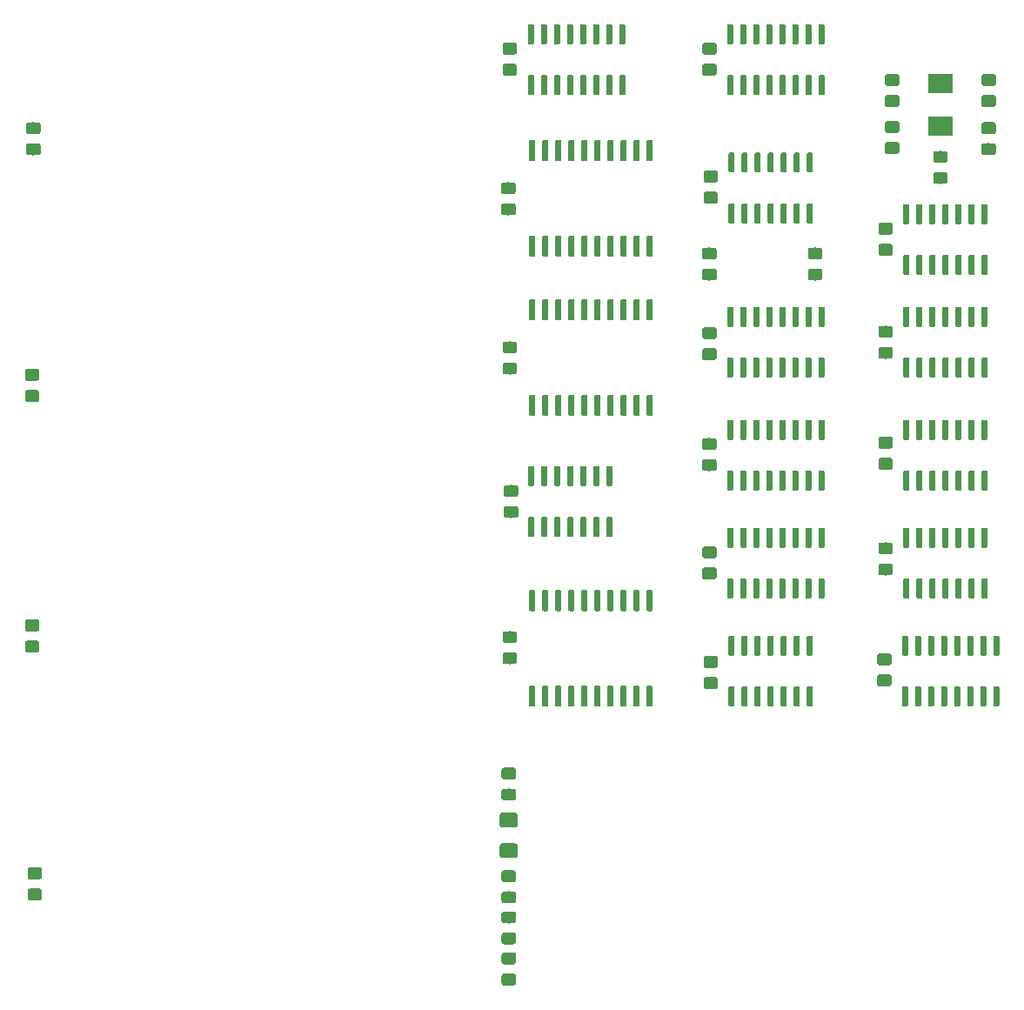
<source format=gbr>
G04 #@! TF.GenerationSoftware,KiCad,Pcbnew,(5.1.2-1)-1*
G04 #@! TF.CreationDate,2020-04-02T23:09:06+01:00*
G04 #@! TF.ProjectId,MZ80-ROMPG,4d5a3830-2d52-44f4-9d50-472e6b696361,rev?*
G04 #@! TF.SameCoordinates,Original*
G04 #@! TF.FileFunction,Paste,Top*
G04 #@! TF.FilePolarity,Positive*
%FSLAX46Y46*%
G04 Gerber Fmt 4.6, Leading zero omitted, Abs format (unit mm)*
G04 Created by KiCad (PCBNEW (5.1.2-1)-1) date 2020-04-02 23:09:06*
%MOMM*%
%LPD*%
G04 APERTURE LIST*
%ADD10R,2.400000X1.900000*%
%ADD11C,0.100000*%
%ADD12C,1.150000*%
%ADD13C,0.600000*%
%ADD14C,1.425000*%
G04 APERTURE END LIST*
D10*
X191008000Y-38844000D03*
X191008000Y-42944000D03*
D11*
G36*
X179290505Y-56839204D02*
G01*
X179314773Y-56842804D01*
X179338572Y-56848765D01*
X179361671Y-56857030D01*
X179383850Y-56867520D01*
X179404893Y-56880132D01*
X179424599Y-56894747D01*
X179442777Y-56911223D01*
X179459253Y-56929401D01*
X179473868Y-56949107D01*
X179486480Y-56970150D01*
X179496970Y-56992329D01*
X179505235Y-57015428D01*
X179511196Y-57039227D01*
X179514796Y-57063495D01*
X179516000Y-57087999D01*
X179516000Y-57738001D01*
X179514796Y-57762505D01*
X179511196Y-57786773D01*
X179505235Y-57810572D01*
X179496970Y-57833671D01*
X179486480Y-57855850D01*
X179473868Y-57876893D01*
X179459253Y-57896599D01*
X179442777Y-57914777D01*
X179424599Y-57931253D01*
X179404893Y-57945868D01*
X179383850Y-57958480D01*
X179361671Y-57968970D01*
X179338572Y-57977235D01*
X179314773Y-57983196D01*
X179290505Y-57986796D01*
X179266001Y-57988000D01*
X178365999Y-57988000D01*
X178341495Y-57986796D01*
X178317227Y-57983196D01*
X178293428Y-57977235D01*
X178270329Y-57968970D01*
X178248150Y-57958480D01*
X178227107Y-57945868D01*
X178207401Y-57931253D01*
X178189223Y-57914777D01*
X178172747Y-57896599D01*
X178158132Y-57876893D01*
X178145520Y-57855850D01*
X178135030Y-57833671D01*
X178126765Y-57810572D01*
X178120804Y-57786773D01*
X178117204Y-57762505D01*
X178116000Y-57738001D01*
X178116000Y-57087999D01*
X178117204Y-57063495D01*
X178120804Y-57039227D01*
X178126765Y-57015428D01*
X178135030Y-56992329D01*
X178145520Y-56970150D01*
X178158132Y-56949107D01*
X178172747Y-56929401D01*
X178189223Y-56911223D01*
X178207401Y-56894747D01*
X178227107Y-56880132D01*
X178248150Y-56867520D01*
X178270329Y-56857030D01*
X178293428Y-56848765D01*
X178317227Y-56842804D01*
X178341495Y-56839204D01*
X178365999Y-56838000D01*
X179266001Y-56838000D01*
X179290505Y-56839204D01*
X179290505Y-56839204D01*
G37*
D12*
X178816000Y-57413000D03*
D11*
G36*
X179290505Y-54789204D02*
G01*
X179314773Y-54792804D01*
X179338572Y-54798765D01*
X179361671Y-54807030D01*
X179383850Y-54817520D01*
X179404893Y-54830132D01*
X179424599Y-54844747D01*
X179442777Y-54861223D01*
X179459253Y-54879401D01*
X179473868Y-54899107D01*
X179486480Y-54920150D01*
X179496970Y-54942329D01*
X179505235Y-54965428D01*
X179511196Y-54989227D01*
X179514796Y-55013495D01*
X179516000Y-55037999D01*
X179516000Y-55688001D01*
X179514796Y-55712505D01*
X179511196Y-55736773D01*
X179505235Y-55760572D01*
X179496970Y-55783671D01*
X179486480Y-55805850D01*
X179473868Y-55826893D01*
X179459253Y-55846599D01*
X179442777Y-55864777D01*
X179424599Y-55881253D01*
X179404893Y-55895868D01*
X179383850Y-55908480D01*
X179361671Y-55918970D01*
X179338572Y-55927235D01*
X179314773Y-55933196D01*
X179290505Y-55936796D01*
X179266001Y-55938000D01*
X178365999Y-55938000D01*
X178341495Y-55936796D01*
X178317227Y-55933196D01*
X178293428Y-55927235D01*
X178270329Y-55918970D01*
X178248150Y-55908480D01*
X178227107Y-55895868D01*
X178207401Y-55881253D01*
X178189223Y-55864777D01*
X178172747Y-55846599D01*
X178158132Y-55826893D01*
X178145520Y-55805850D01*
X178135030Y-55783671D01*
X178126765Y-55760572D01*
X178120804Y-55736773D01*
X178117204Y-55712505D01*
X178116000Y-55688001D01*
X178116000Y-55037999D01*
X178117204Y-55013495D01*
X178120804Y-54989227D01*
X178126765Y-54965428D01*
X178135030Y-54942329D01*
X178145520Y-54920150D01*
X178158132Y-54899107D01*
X178172747Y-54879401D01*
X178189223Y-54861223D01*
X178207401Y-54844747D01*
X178227107Y-54830132D01*
X178248150Y-54817520D01*
X178270329Y-54807030D01*
X178293428Y-54798765D01*
X178317227Y-54792804D01*
X178341495Y-54789204D01*
X178365999Y-54788000D01*
X179266001Y-54788000D01*
X179290505Y-54789204D01*
X179290505Y-54789204D01*
G37*
D12*
X178816000Y-55363000D03*
D11*
G36*
X151449703Y-59825722D02*
G01*
X151464264Y-59827882D01*
X151478543Y-59831459D01*
X151492403Y-59836418D01*
X151505710Y-59842712D01*
X151518336Y-59850280D01*
X151530159Y-59859048D01*
X151541066Y-59868934D01*
X151550952Y-59879841D01*
X151559720Y-59891664D01*
X151567288Y-59904290D01*
X151573582Y-59917597D01*
X151578541Y-59931457D01*
X151582118Y-59945736D01*
X151584278Y-59960297D01*
X151585000Y-59975000D01*
X151585000Y-61725000D01*
X151584278Y-61739703D01*
X151582118Y-61754264D01*
X151578541Y-61768543D01*
X151573582Y-61782403D01*
X151567288Y-61795710D01*
X151559720Y-61808336D01*
X151550952Y-61820159D01*
X151541066Y-61831066D01*
X151530159Y-61840952D01*
X151518336Y-61849720D01*
X151505710Y-61857288D01*
X151492403Y-61863582D01*
X151478543Y-61868541D01*
X151464264Y-61872118D01*
X151449703Y-61874278D01*
X151435000Y-61875000D01*
X151135000Y-61875000D01*
X151120297Y-61874278D01*
X151105736Y-61872118D01*
X151091457Y-61868541D01*
X151077597Y-61863582D01*
X151064290Y-61857288D01*
X151051664Y-61849720D01*
X151039841Y-61840952D01*
X151028934Y-61831066D01*
X151019048Y-61820159D01*
X151010280Y-61808336D01*
X151002712Y-61795710D01*
X150996418Y-61782403D01*
X150991459Y-61768543D01*
X150987882Y-61754264D01*
X150985722Y-61739703D01*
X150985000Y-61725000D01*
X150985000Y-59975000D01*
X150985722Y-59960297D01*
X150987882Y-59945736D01*
X150991459Y-59931457D01*
X150996418Y-59917597D01*
X151002712Y-59904290D01*
X151010280Y-59891664D01*
X151019048Y-59879841D01*
X151028934Y-59868934D01*
X151039841Y-59859048D01*
X151051664Y-59850280D01*
X151064290Y-59842712D01*
X151077597Y-59836418D01*
X151091457Y-59831459D01*
X151105736Y-59827882D01*
X151120297Y-59825722D01*
X151135000Y-59825000D01*
X151435000Y-59825000D01*
X151449703Y-59825722D01*
X151449703Y-59825722D01*
G37*
D13*
X151285000Y-60850000D03*
D11*
G36*
X152719703Y-59825722D02*
G01*
X152734264Y-59827882D01*
X152748543Y-59831459D01*
X152762403Y-59836418D01*
X152775710Y-59842712D01*
X152788336Y-59850280D01*
X152800159Y-59859048D01*
X152811066Y-59868934D01*
X152820952Y-59879841D01*
X152829720Y-59891664D01*
X152837288Y-59904290D01*
X152843582Y-59917597D01*
X152848541Y-59931457D01*
X152852118Y-59945736D01*
X152854278Y-59960297D01*
X152855000Y-59975000D01*
X152855000Y-61725000D01*
X152854278Y-61739703D01*
X152852118Y-61754264D01*
X152848541Y-61768543D01*
X152843582Y-61782403D01*
X152837288Y-61795710D01*
X152829720Y-61808336D01*
X152820952Y-61820159D01*
X152811066Y-61831066D01*
X152800159Y-61840952D01*
X152788336Y-61849720D01*
X152775710Y-61857288D01*
X152762403Y-61863582D01*
X152748543Y-61868541D01*
X152734264Y-61872118D01*
X152719703Y-61874278D01*
X152705000Y-61875000D01*
X152405000Y-61875000D01*
X152390297Y-61874278D01*
X152375736Y-61872118D01*
X152361457Y-61868541D01*
X152347597Y-61863582D01*
X152334290Y-61857288D01*
X152321664Y-61849720D01*
X152309841Y-61840952D01*
X152298934Y-61831066D01*
X152289048Y-61820159D01*
X152280280Y-61808336D01*
X152272712Y-61795710D01*
X152266418Y-61782403D01*
X152261459Y-61768543D01*
X152257882Y-61754264D01*
X152255722Y-61739703D01*
X152255000Y-61725000D01*
X152255000Y-59975000D01*
X152255722Y-59960297D01*
X152257882Y-59945736D01*
X152261459Y-59931457D01*
X152266418Y-59917597D01*
X152272712Y-59904290D01*
X152280280Y-59891664D01*
X152289048Y-59879841D01*
X152298934Y-59868934D01*
X152309841Y-59859048D01*
X152321664Y-59850280D01*
X152334290Y-59842712D01*
X152347597Y-59836418D01*
X152361457Y-59831459D01*
X152375736Y-59827882D01*
X152390297Y-59825722D01*
X152405000Y-59825000D01*
X152705000Y-59825000D01*
X152719703Y-59825722D01*
X152719703Y-59825722D01*
G37*
D13*
X152555000Y-60850000D03*
D11*
G36*
X153989703Y-59825722D02*
G01*
X154004264Y-59827882D01*
X154018543Y-59831459D01*
X154032403Y-59836418D01*
X154045710Y-59842712D01*
X154058336Y-59850280D01*
X154070159Y-59859048D01*
X154081066Y-59868934D01*
X154090952Y-59879841D01*
X154099720Y-59891664D01*
X154107288Y-59904290D01*
X154113582Y-59917597D01*
X154118541Y-59931457D01*
X154122118Y-59945736D01*
X154124278Y-59960297D01*
X154125000Y-59975000D01*
X154125000Y-61725000D01*
X154124278Y-61739703D01*
X154122118Y-61754264D01*
X154118541Y-61768543D01*
X154113582Y-61782403D01*
X154107288Y-61795710D01*
X154099720Y-61808336D01*
X154090952Y-61820159D01*
X154081066Y-61831066D01*
X154070159Y-61840952D01*
X154058336Y-61849720D01*
X154045710Y-61857288D01*
X154032403Y-61863582D01*
X154018543Y-61868541D01*
X154004264Y-61872118D01*
X153989703Y-61874278D01*
X153975000Y-61875000D01*
X153675000Y-61875000D01*
X153660297Y-61874278D01*
X153645736Y-61872118D01*
X153631457Y-61868541D01*
X153617597Y-61863582D01*
X153604290Y-61857288D01*
X153591664Y-61849720D01*
X153579841Y-61840952D01*
X153568934Y-61831066D01*
X153559048Y-61820159D01*
X153550280Y-61808336D01*
X153542712Y-61795710D01*
X153536418Y-61782403D01*
X153531459Y-61768543D01*
X153527882Y-61754264D01*
X153525722Y-61739703D01*
X153525000Y-61725000D01*
X153525000Y-59975000D01*
X153525722Y-59960297D01*
X153527882Y-59945736D01*
X153531459Y-59931457D01*
X153536418Y-59917597D01*
X153542712Y-59904290D01*
X153550280Y-59891664D01*
X153559048Y-59879841D01*
X153568934Y-59868934D01*
X153579841Y-59859048D01*
X153591664Y-59850280D01*
X153604290Y-59842712D01*
X153617597Y-59836418D01*
X153631457Y-59831459D01*
X153645736Y-59827882D01*
X153660297Y-59825722D01*
X153675000Y-59825000D01*
X153975000Y-59825000D01*
X153989703Y-59825722D01*
X153989703Y-59825722D01*
G37*
D13*
X153825000Y-60850000D03*
D11*
G36*
X155259703Y-59825722D02*
G01*
X155274264Y-59827882D01*
X155288543Y-59831459D01*
X155302403Y-59836418D01*
X155315710Y-59842712D01*
X155328336Y-59850280D01*
X155340159Y-59859048D01*
X155351066Y-59868934D01*
X155360952Y-59879841D01*
X155369720Y-59891664D01*
X155377288Y-59904290D01*
X155383582Y-59917597D01*
X155388541Y-59931457D01*
X155392118Y-59945736D01*
X155394278Y-59960297D01*
X155395000Y-59975000D01*
X155395000Y-61725000D01*
X155394278Y-61739703D01*
X155392118Y-61754264D01*
X155388541Y-61768543D01*
X155383582Y-61782403D01*
X155377288Y-61795710D01*
X155369720Y-61808336D01*
X155360952Y-61820159D01*
X155351066Y-61831066D01*
X155340159Y-61840952D01*
X155328336Y-61849720D01*
X155315710Y-61857288D01*
X155302403Y-61863582D01*
X155288543Y-61868541D01*
X155274264Y-61872118D01*
X155259703Y-61874278D01*
X155245000Y-61875000D01*
X154945000Y-61875000D01*
X154930297Y-61874278D01*
X154915736Y-61872118D01*
X154901457Y-61868541D01*
X154887597Y-61863582D01*
X154874290Y-61857288D01*
X154861664Y-61849720D01*
X154849841Y-61840952D01*
X154838934Y-61831066D01*
X154829048Y-61820159D01*
X154820280Y-61808336D01*
X154812712Y-61795710D01*
X154806418Y-61782403D01*
X154801459Y-61768543D01*
X154797882Y-61754264D01*
X154795722Y-61739703D01*
X154795000Y-61725000D01*
X154795000Y-59975000D01*
X154795722Y-59960297D01*
X154797882Y-59945736D01*
X154801459Y-59931457D01*
X154806418Y-59917597D01*
X154812712Y-59904290D01*
X154820280Y-59891664D01*
X154829048Y-59879841D01*
X154838934Y-59868934D01*
X154849841Y-59859048D01*
X154861664Y-59850280D01*
X154874290Y-59842712D01*
X154887597Y-59836418D01*
X154901457Y-59831459D01*
X154915736Y-59827882D01*
X154930297Y-59825722D01*
X154945000Y-59825000D01*
X155245000Y-59825000D01*
X155259703Y-59825722D01*
X155259703Y-59825722D01*
G37*
D13*
X155095000Y-60850000D03*
D11*
G36*
X156529703Y-59825722D02*
G01*
X156544264Y-59827882D01*
X156558543Y-59831459D01*
X156572403Y-59836418D01*
X156585710Y-59842712D01*
X156598336Y-59850280D01*
X156610159Y-59859048D01*
X156621066Y-59868934D01*
X156630952Y-59879841D01*
X156639720Y-59891664D01*
X156647288Y-59904290D01*
X156653582Y-59917597D01*
X156658541Y-59931457D01*
X156662118Y-59945736D01*
X156664278Y-59960297D01*
X156665000Y-59975000D01*
X156665000Y-61725000D01*
X156664278Y-61739703D01*
X156662118Y-61754264D01*
X156658541Y-61768543D01*
X156653582Y-61782403D01*
X156647288Y-61795710D01*
X156639720Y-61808336D01*
X156630952Y-61820159D01*
X156621066Y-61831066D01*
X156610159Y-61840952D01*
X156598336Y-61849720D01*
X156585710Y-61857288D01*
X156572403Y-61863582D01*
X156558543Y-61868541D01*
X156544264Y-61872118D01*
X156529703Y-61874278D01*
X156515000Y-61875000D01*
X156215000Y-61875000D01*
X156200297Y-61874278D01*
X156185736Y-61872118D01*
X156171457Y-61868541D01*
X156157597Y-61863582D01*
X156144290Y-61857288D01*
X156131664Y-61849720D01*
X156119841Y-61840952D01*
X156108934Y-61831066D01*
X156099048Y-61820159D01*
X156090280Y-61808336D01*
X156082712Y-61795710D01*
X156076418Y-61782403D01*
X156071459Y-61768543D01*
X156067882Y-61754264D01*
X156065722Y-61739703D01*
X156065000Y-61725000D01*
X156065000Y-59975000D01*
X156065722Y-59960297D01*
X156067882Y-59945736D01*
X156071459Y-59931457D01*
X156076418Y-59917597D01*
X156082712Y-59904290D01*
X156090280Y-59891664D01*
X156099048Y-59879841D01*
X156108934Y-59868934D01*
X156119841Y-59859048D01*
X156131664Y-59850280D01*
X156144290Y-59842712D01*
X156157597Y-59836418D01*
X156171457Y-59831459D01*
X156185736Y-59827882D01*
X156200297Y-59825722D01*
X156215000Y-59825000D01*
X156515000Y-59825000D01*
X156529703Y-59825722D01*
X156529703Y-59825722D01*
G37*
D13*
X156365000Y-60850000D03*
D11*
G36*
X157799703Y-59825722D02*
G01*
X157814264Y-59827882D01*
X157828543Y-59831459D01*
X157842403Y-59836418D01*
X157855710Y-59842712D01*
X157868336Y-59850280D01*
X157880159Y-59859048D01*
X157891066Y-59868934D01*
X157900952Y-59879841D01*
X157909720Y-59891664D01*
X157917288Y-59904290D01*
X157923582Y-59917597D01*
X157928541Y-59931457D01*
X157932118Y-59945736D01*
X157934278Y-59960297D01*
X157935000Y-59975000D01*
X157935000Y-61725000D01*
X157934278Y-61739703D01*
X157932118Y-61754264D01*
X157928541Y-61768543D01*
X157923582Y-61782403D01*
X157917288Y-61795710D01*
X157909720Y-61808336D01*
X157900952Y-61820159D01*
X157891066Y-61831066D01*
X157880159Y-61840952D01*
X157868336Y-61849720D01*
X157855710Y-61857288D01*
X157842403Y-61863582D01*
X157828543Y-61868541D01*
X157814264Y-61872118D01*
X157799703Y-61874278D01*
X157785000Y-61875000D01*
X157485000Y-61875000D01*
X157470297Y-61874278D01*
X157455736Y-61872118D01*
X157441457Y-61868541D01*
X157427597Y-61863582D01*
X157414290Y-61857288D01*
X157401664Y-61849720D01*
X157389841Y-61840952D01*
X157378934Y-61831066D01*
X157369048Y-61820159D01*
X157360280Y-61808336D01*
X157352712Y-61795710D01*
X157346418Y-61782403D01*
X157341459Y-61768543D01*
X157337882Y-61754264D01*
X157335722Y-61739703D01*
X157335000Y-61725000D01*
X157335000Y-59975000D01*
X157335722Y-59960297D01*
X157337882Y-59945736D01*
X157341459Y-59931457D01*
X157346418Y-59917597D01*
X157352712Y-59904290D01*
X157360280Y-59891664D01*
X157369048Y-59879841D01*
X157378934Y-59868934D01*
X157389841Y-59859048D01*
X157401664Y-59850280D01*
X157414290Y-59842712D01*
X157427597Y-59836418D01*
X157441457Y-59831459D01*
X157455736Y-59827882D01*
X157470297Y-59825722D01*
X157485000Y-59825000D01*
X157785000Y-59825000D01*
X157799703Y-59825722D01*
X157799703Y-59825722D01*
G37*
D13*
X157635000Y-60850000D03*
D11*
G36*
X159069703Y-59825722D02*
G01*
X159084264Y-59827882D01*
X159098543Y-59831459D01*
X159112403Y-59836418D01*
X159125710Y-59842712D01*
X159138336Y-59850280D01*
X159150159Y-59859048D01*
X159161066Y-59868934D01*
X159170952Y-59879841D01*
X159179720Y-59891664D01*
X159187288Y-59904290D01*
X159193582Y-59917597D01*
X159198541Y-59931457D01*
X159202118Y-59945736D01*
X159204278Y-59960297D01*
X159205000Y-59975000D01*
X159205000Y-61725000D01*
X159204278Y-61739703D01*
X159202118Y-61754264D01*
X159198541Y-61768543D01*
X159193582Y-61782403D01*
X159187288Y-61795710D01*
X159179720Y-61808336D01*
X159170952Y-61820159D01*
X159161066Y-61831066D01*
X159150159Y-61840952D01*
X159138336Y-61849720D01*
X159125710Y-61857288D01*
X159112403Y-61863582D01*
X159098543Y-61868541D01*
X159084264Y-61872118D01*
X159069703Y-61874278D01*
X159055000Y-61875000D01*
X158755000Y-61875000D01*
X158740297Y-61874278D01*
X158725736Y-61872118D01*
X158711457Y-61868541D01*
X158697597Y-61863582D01*
X158684290Y-61857288D01*
X158671664Y-61849720D01*
X158659841Y-61840952D01*
X158648934Y-61831066D01*
X158639048Y-61820159D01*
X158630280Y-61808336D01*
X158622712Y-61795710D01*
X158616418Y-61782403D01*
X158611459Y-61768543D01*
X158607882Y-61754264D01*
X158605722Y-61739703D01*
X158605000Y-61725000D01*
X158605000Y-59975000D01*
X158605722Y-59960297D01*
X158607882Y-59945736D01*
X158611459Y-59931457D01*
X158616418Y-59917597D01*
X158622712Y-59904290D01*
X158630280Y-59891664D01*
X158639048Y-59879841D01*
X158648934Y-59868934D01*
X158659841Y-59859048D01*
X158671664Y-59850280D01*
X158684290Y-59842712D01*
X158697597Y-59836418D01*
X158711457Y-59831459D01*
X158725736Y-59827882D01*
X158740297Y-59825722D01*
X158755000Y-59825000D01*
X159055000Y-59825000D01*
X159069703Y-59825722D01*
X159069703Y-59825722D01*
G37*
D13*
X158905000Y-60850000D03*
D11*
G36*
X160339703Y-59825722D02*
G01*
X160354264Y-59827882D01*
X160368543Y-59831459D01*
X160382403Y-59836418D01*
X160395710Y-59842712D01*
X160408336Y-59850280D01*
X160420159Y-59859048D01*
X160431066Y-59868934D01*
X160440952Y-59879841D01*
X160449720Y-59891664D01*
X160457288Y-59904290D01*
X160463582Y-59917597D01*
X160468541Y-59931457D01*
X160472118Y-59945736D01*
X160474278Y-59960297D01*
X160475000Y-59975000D01*
X160475000Y-61725000D01*
X160474278Y-61739703D01*
X160472118Y-61754264D01*
X160468541Y-61768543D01*
X160463582Y-61782403D01*
X160457288Y-61795710D01*
X160449720Y-61808336D01*
X160440952Y-61820159D01*
X160431066Y-61831066D01*
X160420159Y-61840952D01*
X160408336Y-61849720D01*
X160395710Y-61857288D01*
X160382403Y-61863582D01*
X160368543Y-61868541D01*
X160354264Y-61872118D01*
X160339703Y-61874278D01*
X160325000Y-61875000D01*
X160025000Y-61875000D01*
X160010297Y-61874278D01*
X159995736Y-61872118D01*
X159981457Y-61868541D01*
X159967597Y-61863582D01*
X159954290Y-61857288D01*
X159941664Y-61849720D01*
X159929841Y-61840952D01*
X159918934Y-61831066D01*
X159909048Y-61820159D01*
X159900280Y-61808336D01*
X159892712Y-61795710D01*
X159886418Y-61782403D01*
X159881459Y-61768543D01*
X159877882Y-61754264D01*
X159875722Y-61739703D01*
X159875000Y-61725000D01*
X159875000Y-59975000D01*
X159875722Y-59960297D01*
X159877882Y-59945736D01*
X159881459Y-59931457D01*
X159886418Y-59917597D01*
X159892712Y-59904290D01*
X159900280Y-59891664D01*
X159909048Y-59879841D01*
X159918934Y-59868934D01*
X159929841Y-59859048D01*
X159941664Y-59850280D01*
X159954290Y-59842712D01*
X159967597Y-59836418D01*
X159981457Y-59831459D01*
X159995736Y-59827882D01*
X160010297Y-59825722D01*
X160025000Y-59825000D01*
X160325000Y-59825000D01*
X160339703Y-59825722D01*
X160339703Y-59825722D01*
G37*
D13*
X160175000Y-60850000D03*
D11*
G36*
X161609703Y-59825722D02*
G01*
X161624264Y-59827882D01*
X161638543Y-59831459D01*
X161652403Y-59836418D01*
X161665710Y-59842712D01*
X161678336Y-59850280D01*
X161690159Y-59859048D01*
X161701066Y-59868934D01*
X161710952Y-59879841D01*
X161719720Y-59891664D01*
X161727288Y-59904290D01*
X161733582Y-59917597D01*
X161738541Y-59931457D01*
X161742118Y-59945736D01*
X161744278Y-59960297D01*
X161745000Y-59975000D01*
X161745000Y-61725000D01*
X161744278Y-61739703D01*
X161742118Y-61754264D01*
X161738541Y-61768543D01*
X161733582Y-61782403D01*
X161727288Y-61795710D01*
X161719720Y-61808336D01*
X161710952Y-61820159D01*
X161701066Y-61831066D01*
X161690159Y-61840952D01*
X161678336Y-61849720D01*
X161665710Y-61857288D01*
X161652403Y-61863582D01*
X161638543Y-61868541D01*
X161624264Y-61872118D01*
X161609703Y-61874278D01*
X161595000Y-61875000D01*
X161295000Y-61875000D01*
X161280297Y-61874278D01*
X161265736Y-61872118D01*
X161251457Y-61868541D01*
X161237597Y-61863582D01*
X161224290Y-61857288D01*
X161211664Y-61849720D01*
X161199841Y-61840952D01*
X161188934Y-61831066D01*
X161179048Y-61820159D01*
X161170280Y-61808336D01*
X161162712Y-61795710D01*
X161156418Y-61782403D01*
X161151459Y-61768543D01*
X161147882Y-61754264D01*
X161145722Y-61739703D01*
X161145000Y-61725000D01*
X161145000Y-59975000D01*
X161145722Y-59960297D01*
X161147882Y-59945736D01*
X161151459Y-59931457D01*
X161156418Y-59917597D01*
X161162712Y-59904290D01*
X161170280Y-59891664D01*
X161179048Y-59879841D01*
X161188934Y-59868934D01*
X161199841Y-59859048D01*
X161211664Y-59850280D01*
X161224290Y-59842712D01*
X161237597Y-59836418D01*
X161251457Y-59831459D01*
X161265736Y-59827882D01*
X161280297Y-59825722D01*
X161295000Y-59825000D01*
X161595000Y-59825000D01*
X161609703Y-59825722D01*
X161609703Y-59825722D01*
G37*
D13*
X161445000Y-60850000D03*
D11*
G36*
X162879703Y-59825722D02*
G01*
X162894264Y-59827882D01*
X162908543Y-59831459D01*
X162922403Y-59836418D01*
X162935710Y-59842712D01*
X162948336Y-59850280D01*
X162960159Y-59859048D01*
X162971066Y-59868934D01*
X162980952Y-59879841D01*
X162989720Y-59891664D01*
X162997288Y-59904290D01*
X163003582Y-59917597D01*
X163008541Y-59931457D01*
X163012118Y-59945736D01*
X163014278Y-59960297D01*
X163015000Y-59975000D01*
X163015000Y-61725000D01*
X163014278Y-61739703D01*
X163012118Y-61754264D01*
X163008541Y-61768543D01*
X163003582Y-61782403D01*
X162997288Y-61795710D01*
X162989720Y-61808336D01*
X162980952Y-61820159D01*
X162971066Y-61831066D01*
X162960159Y-61840952D01*
X162948336Y-61849720D01*
X162935710Y-61857288D01*
X162922403Y-61863582D01*
X162908543Y-61868541D01*
X162894264Y-61872118D01*
X162879703Y-61874278D01*
X162865000Y-61875000D01*
X162565000Y-61875000D01*
X162550297Y-61874278D01*
X162535736Y-61872118D01*
X162521457Y-61868541D01*
X162507597Y-61863582D01*
X162494290Y-61857288D01*
X162481664Y-61849720D01*
X162469841Y-61840952D01*
X162458934Y-61831066D01*
X162449048Y-61820159D01*
X162440280Y-61808336D01*
X162432712Y-61795710D01*
X162426418Y-61782403D01*
X162421459Y-61768543D01*
X162417882Y-61754264D01*
X162415722Y-61739703D01*
X162415000Y-61725000D01*
X162415000Y-59975000D01*
X162415722Y-59960297D01*
X162417882Y-59945736D01*
X162421459Y-59931457D01*
X162426418Y-59917597D01*
X162432712Y-59904290D01*
X162440280Y-59891664D01*
X162449048Y-59879841D01*
X162458934Y-59868934D01*
X162469841Y-59859048D01*
X162481664Y-59850280D01*
X162494290Y-59842712D01*
X162507597Y-59836418D01*
X162521457Y-59831459D01*
X162535736Y-59827882D01*
X162550297Y-59825722D01*
X162565000Y-59825000D01*
X162865000Y-59825000D01*
X162879703Y-59825722D01*
X162879703Y-59825722D01*
G37*
D13*
X162715000Y-60850000D03*
D11*
G36*
X162879703Y-69125722D02*
G01*
X162894264Y-69127882D01*
X162908543Y-69131459D01*
X162922403Y-69136418D01*
X162935710Y-69142712D01*
X162948336Y-69150280D01*
X162960159Y-69159048D01*
X162971066Y-69168934D01*
X162980952Y-69179841D01*
X162989720Y-69191664D01*
X162997288Y-69204290D01*
X163003582Y-69217597D01*
X163008541Y-69231457D01*
X163012118Y-69245736D01*
X163014278Y-69260297D01*
X163015000Y-69275000D01*
X163015000Y-71025000D01*
X163014278Y-71039703D01*
X163012118Y-71054264D01*
X163008541Y-71068543D01*
X163003582Y-71082403D01*
X162997288Y-71095710D01*
X162989720Y-71108336D01*
X162980952Y-71120159D01*
X162971066Y-71131066D01*
X162960159Y-71140952D01*
X162948336Y-71149720D01*
X162935710Y-71157288D01*
X162922403Y-71163582D01*
X162908543Y-71168541D01*
X162894264Y-71172118D01*
X162879703Y-71174278D01*
X162865000Y-71175000D01*
X162565000Y-71175000D01*
X162550297Y-71174278D01*
X162535736Y-71172118D01*
X162521457Y-71168541D01*
X162507597Y-71163582D01*
X162494290Y-71157288D01*
X162481664Y-71149720D01*
X162469841Y-71140952D01*
X162458934Y-71131066D01*
X162449048Y-71120159D01*
X162440280Y-71108336D01*
X162432712Y-71095710D01*
X162426418Y-71082403D01*
X162421459Y-71068543D01*
X162417882Y-71054264D01*
X162415722Y-71039703D01*
X162415000Y-71025000D01*
X162415000Y-69275000D01*
X162415722Y-69260297D01*
X162417882Y-69245736D01*
X162421459Y-69231457D01*
X162426418Y-69217597D01*
X162432712Y-69204290D01*
X162440280Y-69191664D01*
X162449048Y-69179841D01*
X162458934Y-69168934D01*
X162469841Y-69159048D01*
X162481664Y-69150280D01*
X162494290Y-69142712D01*
X162507597Y-69136418D01*
X162521457Y-69131459D01*
X162535736Y-69127882D01*
X162550297Y-69125722D01*
X162565000Y-69125000D01*
X162865000Y-69125000D01*
X162879703Y-69125722D01*
X162879703Y-69125722D01*
G37*
D13*
X162715000Y-70150000D03*
D11*
G36*
X161609703Y-69125722D02*
G01*
X161624264Y-69127882D01*
X161638543Y-69131459D01*
X161652403Y-69136418D01*
X161665710Y-69142712D01*
X161678336Y-69150280D01*
X161690159Y-69159048D01*
X161701066Y-69168934D01*
X161710952Y-69179841D01*
X161719720Y-69191664D01*
X161727288Y-69204290D01*
X161733582Y-69217597D01*
X161738541Y-69231457D01*
X161742118Y-69245736D01*
X161744278Y-69260297D01*
X161745000Y-69275000D01*
X161745000Y-71025000D01*
X161744278Y-71039703D01*
X161742118Y-71054264D01*
X161738541Y-71068543D01*
X161733582Y-71082403D01*
X161727288Y-71095710D01*
X161719720Y-71108336D01*
X161710952Y-71120159D01*
X161701066Y-71131066D01*
X161690159Y-71140952D01*
X161678336Y-71149720D01*
X161665710Y-71157288D01*
X161652403Y-71163582D01*
X161638543Y-71168541D01*
X161624264Y-71172118D01*
X161609703Y-71174278D01*
X161595000Y-71175000D01*
X161295000Y-71175000D01*
X161280297Y-71174278D01*
X161265736Y-71172118D01*
X161251457Y-71168541D01*
X161237597Y-71163582D01*
X161224290Y-71157288D01*
X161211664Y-71149720D01*
X161199841Y-71140952D01*
X161188934Y-71131066D01*
X161179048Y-71120159D01*
X161170280Y-71108336D01*
X161162712Y-71095710D01*
X161156418Y-71082403D01*
X161151459Y-71068543D01*
X161147882Y-71054264D01*
X161145722Y-71039703D01*
X161145000Y-71025000D01*
X161145000Y-69275000D01*
X161145722Y-69260297D01*
X161147882Y-69245736D01*
X161151459Y-69231457D01*
X161156418Y-69217597D01*
X161162712Y-69204290D01*
X161170280Y-69191664D01*
X161179048Y-69179841D01*
X161188934Y-69168934D01*
X161199841Y-69159048D01*
X161211664Y-69150280D01*
X161224290Y-69142712D01*
X161237597Y-69136418D01*
X161251457Y-69131459D01*
X161265736Y-69127882D01*
X161280297Y-69125722D01*
X161295000Y-69125000D01*
X161595000Y-69125000D01*
X161609703Y-69125722D01*
X161609703Y-69125722D01*
G37*
D13*
X161445000Y-70150000D03*
D11*
G36*
X160339703Y-69125722D02*
G01*
X160354264Y-69127882D01*
X160368543Y-69131459D01*
X160382403Y-69136418D01*
X160395710Y-69142712D01*
X160408336Y-69150280D01*
X160420159Y-69159048D01*
X160431066Y-69168934D01*
X160440952Y-69179841D01*
X160449720Y-69191664D01*
X160457288Y-69204290D01*
X160463582Y-69217597D01*
X160468541Y-69231457D01*
X160472118Y-69245736D01*
X160474278Y-69260297D01*
X160475000Y-69275000D01*
X160475000Y-71025000D01*
X160474278Y-71039703D01*
X160472118Y-71054264D01*
X160468541Y-71068543D01*
X160463582Y-71082403D01*
X160457288Y-71095710D01*
X160449720Y-71108336D01*
X160440952Y-71120159D01*
X160431066Y-71131066D01*
X160420159Y-71140952D01*
X160408336Y-71149720D01*
X160395710Y-71157288D01*
X160382403Y-71163582D01*
X160368543Y-71168541D01*
X160354264Y-71172118D01*
X160339703Y-71174278D01*
X160325000Y-71175000D01*
X160025000Y-71175000D01*
X160010297Y-71174278D01*
X159995736Y-71172118D01*
X159981457Y-71168541D01*
X159967597Y-71163582D01*
X159954290Y-71157288D01*
X159941664Y-71149720D01*
X159929841Y-71140952D01*
X159918934Y-71131066D01*
X159909048Y-71120159D01*
X159900280Y-71108336D01*
X159892712Y-71095710D01*
X159886418Y-71082403D01*
X159881459Y-71068543D01*
X159877882Y-71054264D01*
X159875722Y-71039703D01*
X159875000Y-71025000D01*
X159875000Y-69275000D01*
X159875722Y-69260297D01*
X159877882Y-69245736D01*
X159881459Y-69231457D01*
X159886418Y-69217597D01*
X159892712Y-69204290D01*
X159900280Y-69191664D01*
X159909048Y-69179841D01*
X159918934Y-69168934D01*
X159929841Y-69159048D01*
X159941664Y-69150280D01*
X159954290Y-69142712D01*
X159967597Y-69136418D01*
X159981457Y-69131459D01*
X159995736Y-69127882D01*
X160010297Y-69125722D01*
X160025000Y-69125000D01*
X160325000Y-69125000D01*
X160339703Y-69125722D01*
X160339703Y-69125722D01*
G37*
D13*
X160175000Y-70150000D03*
D11*
G36*
X159069703Y-69125722D02*
G01*
X159084264Y-69127882D01*
X159098543Y-69131459D01*
X159112403Y-69136418D01*
X159125710Y-69142712D01*
X159138336Y-69150280D01*
X159150159Y-69159048D01*
X159161066Y-69168934D01*
X159170952Y-69179841D01*
X159179720Y-69191664D01*
X159187288Y-69204290D01*
X159193582Y-69217597D01*
X159198541Y-69231457D01*
X159202118Y-69245736D01*
X159204278Y-69260297D01*
X159205000Y-69275000D01*
X159205000Y-71025000D01*
X159204278Y-71039703D01*
X159202118Y-71054264D01*
X159198541Y-71068543D01*
X159193582Y-71082403D01*
X159187288Y-71095710D01*
X159179720Y-71108336D01*
X159170952Y-71120159D01*
X159161066Y-71131066D01*
X159150159Y-71140952D01*
X159138336Y-71149720D01*
X159125710Y-71157288D01*
X159112403Y-71163582D01*
X159098543Y-71168541D01*
X159084264Y-71172118D01*
X159069703Y-71174278D01*
X159055000Y-71175000D01*
X158755000Y-71175000D01*
X158740297Y-71174278D01*
X158725736Y-71172118D01*
X158711457Y-71168541D01*
X158697597Y-71163582D01*
X158684290Y-71157288D01*
X158671664Y-71149720D01*
X158659841Y-71140952D01*
X158648934Y-71131066D01*
X158639048Y-71120159D01*
X158630280Y-71108336D01*
X158622712Y-71095710D01*
X158616418Y-71082403D01*
X158611459Y-71068543D01*
X158607882Y-71054264D01*
X158605722Y-71039703D01*
X158605000Y-71025000D01*
X158605000Y-69275000D01*
X158605722Y-69260297D01*
X158607882Y-69245736D01*
X158611459Y-69231457D01*
X158616418Y-69217597D01*
X158622712Y-69204290D01*
X158630280Y-69191664D01*
X158639048Y-69179841D01*
X158648934Y-69168934D01*
X158659841Y-69159048D01*
X158671664Y-69150280D01*
X158684290Y-69142712D01*
X158697597Y-69136418D01*
X158711457Y-69131459D01*
X158725736Y-69127882D01*
X158740297Y-69125722D01*
X158755000Y-69125000D01*
X159055000Y-69125000D01*
X159069703Y-69125722D01*
X159069703Y-69125722D01*
G37*
D13*
X158905000Y-70150000D03*
D11*
G36*
X157799703Y-69125722D02*
G01*
X157814264Y-69127882D01*
X157828543Y-69131459D01*
X157842403Y-69136418D01*
X157855710Y-69142712D01*
X157868336Y-69150280D01*
X157880159Y-69159048D01*
X157891066Y-69168934D01*
X157900952Y-69179841D01*
X157909720Y-69191664D01*
X157917288Y-69204290D01*
X157923582Y-69217597D01*
X157928541Y-69231457D01*
X157932118Y-69245736D01*
X157934278Y-69260297D01*
X157935000Y-69275000D01*
X157935000Y-71025000D01*
X157934278Y-71039703D01*
X157932118Y-71054264D01*
X157928541Y-71068543D01*
X157923582Y-71082403D01*
X157917288Y-71095710D01*
X157909720Y-71108336D01*
X157900952Y-71120159D01*
X157891066Y-71131066D01*
X157880159Y-71140952D01*
X157868336Y-71149720D01*
X157855710Y-71157288D01*
X157842403Y-71163582D01*
X157828543Y-71168541D01*
X157814264Y-71172118D01*
X157799703Y-71174278D01*
X157785000Y-71175000D01*
X157485000Y-71175000D01*
X157470297Y-71174278D01*
X157455736Y-71172118D01*
X157441457Y-71168541D01*
X157427597Y-71163582D01*
X157414290Y-71157288D01*
X157401664Y-71149720D01*
X157389841Y-71140952D01*
X157378934Y-71131066D01*
X157369048Y-71120159D01*
X157360280Y-71108336D01*
X157352712Y-71095710D01*
X157346418Y-71082403D01*
X157341459Y-71068543D01*
X157337882Y-71054264D01*
X157335722Y-71039703D01*
X157335000Y-71025000D01*
X157335000Y-69275000D01*
X157335722Y-69260297D01*
X157337882Y-69245736D01*
X157341459Y-69231457D01*
X157346418Y-69217597D01*
X157352712Y-69204290D01*
X157360280Y-69191664D01*
X157369048Y-69179841D01*
X157378934Y-69168934D01*
X157389841Y-69159048D01*
X157401664Y-69150280D01*
X157414290Y-69142712D01*
X157427597Y-69136418D01*
X157441457Y-69131459D01*
X157455736Y-69127882D01*
X157470297Y-69125722D01*
X157485000Y-69125000D01*
X157785000Y-69125000D01*
X157799703Y-69125722D01*
X157799703Y-69125722D01*
G37*
D13*
X157635000Y-70150000D03*
D11*
G36*
X156529703Y-69125722D02*
G01*
X156544264Y-69127882D01*
X156558543Y-69131459D01*
X156572403Y-69136418D01*
X156585710Y-69142712D01*
X156598336Y-69150280D01*
X156610159Y-69159048D01*
X156621066Y-69168934D01*
X156630952Y-69179841D01*
X156639720Y-69191664D01*
X156647288Y-69204290D01*
X156653582Y-69217597D01*
X156658541Y-69231457D01*
X156662118Y-69245736D01*
X156664278Y-69260297D01*
X156665000Y-69275000D01*
X156665000Y-71025000D01*
X156664278Y-71039703D01*
X156662118Y-71054264D01*
X156658541Y-71068543D01*
X156653582Y-71082403D01*
X156647288Y-71095710D01*
X156639720Y-71108336D01*
X156630952Y-71120159D01*
X156621066Y-71131066D01*
X156610159Y-71140952D01*
X156598336Y-71149720D01*
X156585710Y-71157288D01*
X156572403Y-71163582D01*
X156558543Y-71168541D01*
X156544264Y-71172118D01*
X156529703Y-71174278D01*
X156515000Y-71175000D01*
X156215000Y-71175000D01*
X156200297Y-71174278D01*
X156185736Y-71172118D01*
X156171457Y-71168541D01*
X156157597Y-71163582D01*
X156144290Y-71157288D01*
X156131664Y-71149720D01*
X156119841Y-71140952D01*
X156108934Y-71131066D01*
X156099048Y-71120159D01*
X156090280Y-71108336D01*
X156082712Y-71095710D01*
X156076418Y-71082403D01*
X156071459Y-71068543D01*
X156067882Y-71054264D01*
X156065722Y-71039703D01*
X156065000Y-71025000D01*
X156065000Y-69275000D01*
X156065722Y-69260297D01*
X156067882Y-69245736D01*
X156071459Y-69231457D01*
X156076418Y-69217597D01*
X156082712Y-69204290D01*
X156090280Y-69191664D01*
X156099048Y-69179841D01*
X156108934Y-69168934D01*
X156119841Y-69159048D01*
X156131664Y-69150280D01*
X156144290Y-69142712D01*
X156157597Y-69136418D01*
X156171457Y-69131459D01*
X156185736Y-69127882D01*
X156200297Y-69125722D01*
X156215000Y-69125000D01*
X156515000Y-69125000D01*
X156529703Y-69125722D01*
X156529703Y-69125722D01*
G37*
D13*
X156365000Y-70150000D03*
D11*
G36*
X155259703Y-69125722D02*
G01*
X155274264Y-69127882D01*
X155288543Y-69131459D01*
X155302403Y-69136418D01*
X155315710Y-69142712D01*
X155328336Y-69150280D01*
X155340159Y-69159048D01*
X155351066Y-69168934D01*
X155360952Y-69179841D01*
X155369720Y-69191664D01*
X155377288Y-69204290D01*
X155383582Y-69217597D01*
X155388541Y-69231457D01*
X155392118Y-69245736D01*
X155394278Y-69260297D01*
X155395000Y-69275000D01*
X155395000Y-71025000D01*
X155394278Y-71039703D01*
X155392118Y-71054264D01*
X155388541Y-71068543D01*
X155383582Y-71082403D01*
X155377288Y-71095710D01*
X155369720Y-71108336D01*
X155360952Y-71120159D01*
X155351066Y-71131066D01*
X155340159Y-71140952D01*
X155328336Y-71149720D01*
X155315710Y-71157288D01*
X155302403Y-71163582D01*
X155288543Y-71168541D01*
X155274264Y-71172118D01*
X155259703Y-71174278D01*
X155245000Y-71175000D01*
X154945000Y-71175000D01*
X154930297Y-71174278D01*
X154915736Y-71172118D01*
X154901457Y-71168541D01*
X154887597Y-71163582D01*
X154874290Y-71157288D01*
X154861664Y-71149720D01*
X154849841Y-71140952D01*
X154838934Y-71131066D01*
X154829048Y-71120159D01*
X154820280Y-71108336D01*
X154812712Y-71095710D01*
X154806418Y-71082403D01*
X154801459Y-71068543D01*
X154797882Y-71054264D01*
X154795722Y-71039703D01*
X154795000Y-71025000D01*
X154795000Y-69275000D01*
X154795722Y-69260297D01*
X154797882Y-69245736D01*
X154801459Y-69231457D01*
X154806418Y-69217597D01*
X154812712Y-69204290D01*
X154820280Y-69191664D01*
X154829048Y-69179841D01*
X154838934Y-69168934D01*
X154849841Y-69159048D01*
X154861664Y-69150280D01*
X154874290Y-69142712D01*
X154887597Y-69136418D01*
X154901457Y-69131459D01*
X154915736Y-69127882D01*
X154930297Y-69125722D01*
X154945000Y-69125000D01*
X155245000Y-69125000D01*
X155259703Y-69125722D01*
X155259703Y-69125722D01*
G37*
D13*
X155095000Y-70150000D03*
D11*
G36*
X153989703Y-69125722D02*
G01*
X154004264Y-69127882D01*
X154018543Y-69131459D01*
X154032403Y-69136418D01*
X154045710Y-69142712D01*
X154058336Y-69150280D01*
X154070159Y-69159048D01*
X154081066Y-69168934D01*
X154090952Y-69179841D01*
X154099720Y-69191664D01*
X154107288Y-69204290D01*
X154113582Y-69217597D01*
X154118541Y-69231457D01*
X154122118Y-69245736D01*
X154124278Y-69260297D01*
X154125000Y-69275000D01*
X154125000Y-71025000D01*
X154124278Y-71039703D01*
X154122118Y-71054264D01*
X154118541Y-71068543D01*
X154113582Y-71082403D01*
X154107288Y-71095710D01*
X154099720Y-71108336D01*
X154090952Y-71120159D01*
X154081066Y-71131066D01*
X154070159Y-71140952D01*
X154058336Y-71149720D01*
X154045710Y-71157288D01*
X154032403Y-71163582D01*
X154018543Y-71168541D01*
X154004264Y-71172118D01*
X153989703Y-71174278D01*
X153975000Y-71175000D01*
X153675000Y-71175000D01*
X153660297Y-71174278D01*
X153645736Y-71172118D01*
X153631457Y-71168541D01*
X153617597Y-71163582D01*
X153604290Y-71157288D01*
X153591664Y-71149720D01*
X153579841Y-71140952D01*
X153568934Y-71131066D01*
X153559048Y-71120159D01*
X153550280Y-71108336D01*
X153542712Y-71095710D01*
X153536418Y-71082403D01*
X153531459Y-71068543D01*
X153527882Y-71054264D01*
X153525722Y-71039703D01*
X153525000Y-71025000D01*
X153525000Y-69275000D01*
X153525722Y-69260297D01*
X153527882Y-69245736D01*
X153531459Y-69231457D01*
X153536418Y-69217597D01*
X153542712Y-69204290D01*
X153550280Y-69191664D01*
X153559048Y-69179841D01*
X153568934Y-69168934D01*
X153579841Y-69159048D01*
X153591664Y-69150280D01*
X153604290Y-69142712D01*
X153617597Y-69136418D01*
X153631457Y-69131459D01*
X153645736Y-69127882D01*
X153660297Y-69125722D01*
X153675000Y-69125000D01*
X153975000Y-69125000D01*
X153989703Y-69125722D01*
X153989703Y-69125722D01*
G37*
D13*
X153825000Y-70150000D03*
D11*
G36*
X152719703Y-69125722D02*
G01*
X152734264Y-69127882D01*
X152748543Y-69131459D01*
X152762403Y-69136418D01*
X152775710Y-69142712D01*
X152788336Y-69150280D01*
X152800159Y-69159048D01*
X152811066Y-69168934D01*
X152820952Y-69179841D01*
X152829720Y-69191664D01*
X152837288Y-69204290D01*
X152843582Y-69217597D01*
X152848541Y-69231457D01*
X152852118Y-69245736D01*
X152854278Y-69260297D01*
X152855000Y-69275000D01*
X152855000Y-71025000D01*
X152854278Y-71039703D01*
X152852118Y-71054264D01*
X152848541Y-71068543D01*
X152843582Y-71082403D01*
X152837288Y-71095710D01*
X152829720Y-71108336D01*
X152820952Y-71120159D01*
X152811066Y-71131066D01*
X152800159Y-71140952D01*
X152788336Y-71149720D01*
X152775710Y-71157288D01*
X152762403Y-71163582D01*
X152748543Y-71168541D01*
X152734264Y-71172118D01*
X152719703Y-71174278D01*
X152705000Y-71175000D01*
X152405000Y-71175000D01*
X152390297Y-71174278D01*
X152375736Y-71172118D01*
X152361457Y-71168541D01*
X152347597Y-71163582D01*
X152334290Y-71157288D01*
X152321664Y-71149720D01*
X152309841Y-71140952D01*
X152298934Y-71131066D01*
X152289048Y-71120159D01*
X152280280Y-71108336D01*
X152272712Y-71095710D01*
X152266418Y-71082403D01*
X152261459Y-71068543D01*
X152257882Y-71054264D01*
X152255722Y-71039703D01*
X152255000Y-71025000D01*
X152255000Y-69275000D01*
X152255722Y-69260297D01*
X152257882Y-69245736D01*
X152261459Y-69231457D01*
X152266418Y-69217597D01*
X152272712Y-69204290D01*
X152280280Y-69191664D01*
X152289048Y-69179841D01*
X152298934Y-69168934D01*
X152309841Y-69159048D01*
X152321664Y-69150280D01*
X152334290Y-69142712D01*
X152347597Y-69136418D01*
X152361457Y-69131459D01*
X152375736Y-69127882D01*
X152390297Y-69125722D01*
X152405000Y-69125000D01*
X152705000Y-69125000D01*
X152719703Y-69125722D01*
X152719703Y-69125722D01*
G37*
D13*
X152555000Y-70150000D03*
D11*
G36*
X151449703Y-69125722D02*
G01*
X151464264Y-69127882D01*
X151478543Y-69131459D01*
X151492403Y-69136418D01*
X151505710Y-69142712D01*
X151518336Y-69150280D01*
X151530159Y-69159048D01*
X151541066Y-69168934D01*
X151550952Y-69179841D01*
X151559720Y-69191664D01*
X151567288Y-69204290D01*
X151573582Y-69217597D01*
X151578541Y-69231457D01*
X151582118Y-69245736D01*
X151584278Y-69260297D01*
X151585000Y-69275000D01*
X151585000Y-71025000D01*
X151584278Y-71039703D01*
X151582118Y-71054264D01*
X151578541Y-71068543D01*
X151573582Y-71082403D01*
X151567288Y-71095710D01*
X151559720Y-71108336D01*
X151550952Y-71120159D01*
X151541066Y-71131066D01*
X151530159Y-71140952D01*
X151518336Y-71149720D01*
X151505710Y-71157288D01*
X151492403Y-71163582D01*
X151478543Y-71168541D01*
X151464264Y-71172118D01*
X151449703Y-71174278D01*
X151435000Y-71175000D01*
X151135000Y-71175000D01*
X151120297Y-71174278D01*
X151105736Y-71172118D01*
X151091457Y-71168541D01*
X151077597Y-71163582D01*
X151064290Y-71157288D01*
X151051664Y-71149720D01*
X151039841Y-71140952D01*
X151028934Y-71131066D01*
X151019048Y-71120159D01*
X151010280Y-71108336D01*
X151002712Y-71095710D01*
X150996418Y-71082403D01*
X150991459Y-71068543D01*
X150987882Y-71054264D01*
X150985722Y-71039703D01*
X150985000Y-71025000D01*
X150985000Y-69275000D01*
X150985722Y-69260297D01*
X150987882Y-69245736D01*
X150991459Y-69231457D01*
X150996418Y-69217597D01*
X151002712Y-69204290D01*
X151010280Y-69191664D01*
X151019048Y-69179841D01*
X151028934Y-69168934D01*
X151039841Y-69159048D01*
X151051664Y-69150280D01*
X151064290Y-69142712D01*
X151077597Y-69136418D01*
X151091457Y-69131459D01*
X151105736Y-69127882D01*
X151120297Y-69125722D01*
X151135000Y-69125000D01*
X151435000Y-69125000D01*
X151449703Y-69125722D01*
X151449703Y-69125722D01*
G37*
D13*
X151285000Y-70150000D03*
D11*
G36*
X151449703Y-44325722D02*
G01*
X151464264Y-44327882D01*
X151478543Y-44331459D01*
X151492403Y-44336418D01*
X151505710Y-44342712D01*
X151518336Y-44350280D01*
X151530159Y-44359048D01*
X151541066Y-44368934D01*
X151550952Y-44379841D01*
X151559720Y-44391664D01*
X151567288Y-44404290D01*
X151573582Y-44417597D01*
X151578541Y-44431457D01*
X151582118Y-44445736D01*
X151584278Y-44460297D01*
X151585000Y-44475000D01*
X151585000Y-46225000D01*
X151584278Y-46239703D01*
X151582118Y-46254264D01*
X151578541Y-46268543D01*
X151573582Y-46282403D01*
X151567288Y-46295710D01*
X151559720Y-46308336D01*
X151550952Y-46320159D01*
X151541066Y-46331066D01*
X151530159Y-46340952D01*
X151518336Y-46349720D01*
X151505710Y-46357288D01*
X151492403Y-46363582D01*
X151478543Y-46368541D01*
X151464264Y-46372118D01*
X151449703Y-46374278D01*
X151435000Y-46375000D01*
X151135000Y-46375000D01*
X151120297Y-46374278D01*
X151105736Y-46372118D01*
X151091457Y-46368541D01*
X151077597Y-46363582D01*
X151064290Y-46357288D01*
X151051664Y-46349720D01*
X151039841Y-46340952D01*
X151028934Y-46331066D01*
X151019048Y-46320159D01*
X151010280Y-46308336D01*
X151002712Y-46295710D01*
X150996418Y-46282403D01*
X150991459Y-46268543D01*
X150987882Y-46254264D01*
X150985722Y-46239703D01*
X150985000Y-46225000D01*
X150985000Y-44475000D01*
X150985722Y-44460297D01*
X150987882Y-44445736D01*
X150991459Y-44431457D01*
X150996418Y-44417597D01*
X151002712Y-44404290D01*
X151010280Y-44391664D01*
X151019048Y-44379841D01*
X151028934Y-44368934D01*
X151039841Y-44359048D01*
X151051664Y-44350280D01*
X151064290Y-44342712D01*
X151077597Y-44336418D01*
X151091457Y-44331459D01*
X151105736Y-44327882D01*
X151120297Y-44325722D01*
X151135000Y-44325000D01*
X151435000Y-44325000D01*
X151449703Y-44325722D01*
X151449703Y-44325722D01*
G37*
D13*
X151285000Y-45350000D03*
D11*
G36*
X152719703Y-44325722D02*
G01*
X152734264Y-44327882D01*
X152748543Y-44331459D01*
X152762403Y-44336418D01*
X152775710Y-44342712D01*
X152788336Y-44350280D01*
X152800159Y-44359048D01*
X152811066Y-44368934D01*
X152820952Y-44379841D01*
X152829720Y-44391664D01*
X152837288Y-44404290D01*
X152843582Y-44417597D01*
X152848541Y-44431457D01*
X152852118Y-44445736D01*
X152854278Y-44460297D01*
X152855000Y-44475000D01*
X152855000Y-46225000D01*
X152854278Y-46239703D01*
X152852118Y-46254264D01*
X152848541Y-46268543D01*
X152843582Y-46282403D01*
X152837288Y-46295710D01*
X152829720Y-46308336D01*
X152820952Y-46320159D01*
X152811066Y-46331066D01*
X152800159Y-46340952D01*
X152788336Y-46349720D01*
X152775710Y-46357288D01*
X152762403Y-46363582D01*
X152748543Y-46368541D01*
X152734264Y-46372118D01*
X152719703Y-46374278D01*
X152705000Y-46375000D01*
X152405000Y-46375000D01*
X152390297Y-46374278D01*
X152375736Y-46372118D01*
X152361457Y-46368541D01*
X152347597Y-46363582D01*
X152334290Y-46357288D01*
X152321664Y-46349720D01*
X152309841Y-46340952D01*
X152298934Y-46331066D01*
X152289048Y-46320159D01*
X152280280Y-46308336D01*
X152272712Y-46295710D01*
X152266418Y-46282403D01*
X152261459Y-46268543D01*
X152257882Y-46254264D01*
X152255722Y-46239703D01*
X152255000Y-46225000D01*
X152255000Y-44475000D01*
X152255722Y-44460297D01*
X152257882Y-44445736D01*
X152261459Y-44431457D01*
X152266418Y-44417597D01*
X152272712Y-44404290D01*
X152280280Y-44391664D01*
X152289048Y-44379841D01*
X152298934Y-44368934D01*
X152309841Y-44359048D01*
X152321664Y-44350280D01*
X152334290Y-44342712D01*
X152347597Y-44336418D01*
X152361457Y-44331459D01*
X152375736Y-44327882D01*
X152390297Y-44325722D01*
X152405000Y-44325000D01*
X152705000Y-44325000D01*
X152719703Y-44325722D01*
X152719703Y-44325722D01*
G37*
D13*
X152555000Y-45350000D03*
D11*
G36*
X153989703Y-44325722D02*
G01*
X154004264Y-44327882D01*
X154018543Y-44331459D01*
X154032403Y-44336418D01*
X154045710Y-44342712D01*
X154058336Y-44350280D01*
X154070159Y-44359048D01*
X154081066Y-44368934D01*
X154090952Y-44379841D01*
X154099720Y-44391664D01*
X154107288Y-44404290D01*
X154113582Y-44417597D01*
X154118541Y-44431457D01*
X154122118Y-44445736D01*
X154124278Y-44460297D01*
X154125000Y-44475000D01*
X154125000Y-46225000D01*
X154124278Y-46239703D01*
X154122118Y-46254264D01*
X154118541Y-46268543D01*
X154113582Y-46282403D01*
X154107288Y-46295710D01*
X154099720Y-46308336D01*
X154090952Y-46320159D01*
X154081066Y-46331066D01*
X154070159Y-46340952D01*
X154058336Y-46349720D01*
X154045710Y-46357288D01*
X154032403Y-46363582D01*
X154018543Y-46368541D01*
X154004264Y-46372118D01*
X153989703Y-46374278D01*
X153975000Y-46375000D01*
X153675000Y-46375000D01*
X153660297Y-46374278D01*
X153645736Y-46372118D01*
X153631457Y-46368541D01*
X153617597Y-46363582D01*
X153604290Y-46357288D01*
X153591664Y-46349720D01*
X153579841Y-46340952D01*
X153568934Y-46331066D01*
X153559048Y-46320159D01*
X153550280Y-46308336D01*
X153542712Y-46295710D01*
X153536418Y-46282403D01*
X153531459Y-46268543D01*
X153527882Y-46254264D01*
X153525722Y-46239703D01*
X153525000Y-46225000D01*
X153525000Y-44475000D01*
X153525722Y-44460297D01*
X153527882Y-44445736D01*
X153531459Y-44431457D01*
X153536418Y-44417597D01*
X153542712Y-44404290D01*
X153550280Y-44391664D01*
X153559048Y-44379841D01*
X153568934Y-44368934D01*
X153579841Y-44359048D01*
X153591664Y-44350280D01*
X153604290Y-44342712D01*
X153617597Y-44336418D01*
X153631457Y-44331459D01*
X153645736Y-44327882D01*
X153660297Y-44325722D01*
X153675000Y-44325000D01*
X153975000Y-44325000D01*
X153989703Y-44325722D01*
X153989703Y-44325722D01*
G37*
D13*
X153825000Y-45350000D03*
D11*
G36*
X155259703Y-44325722D02*
G01*
X155274264Y-44327882D01*
X155288543Y-44331459D01*
X155302403Y-44336418D01*
X155315710Y-44342712D01*
X155328336Y-44350280D01*
X155340159Y-44359048D01*
X155351066Y-44368934D01*
X155360952Y-44379841D01*
X155369720Y-44391664D01*
X155377288Y-44404290D01*
X155383582Y-44417597D01*
X155388541Y-44431457D01*
X155392118Y-44445736D01*
X155394278Y-44460297D01*
X155395000Y-44475000D01*
X155395000Y-46225000D01*
X155394278Y-46239703D01*
X155392118Y-46254264D01*
X155388541Y-46268543D01*
X155383582Y-46282403D01*
X155377288Y-46295710D01*
X155369720Y-46308336D01*
X155360952Y-46320159D01*
X155351066Y-46331066D01*
X155340159Y-46340952D01*
X155328336Y-46349720D01*
X155315710Y-46357288D01*
X155302403Y-46363582D01*
X155288543Y-46368541D01*
X155274264Y-46372118D01*
X155259703Y-46374278D01*
X155245000Y-46375000D01*
X154945000Y-46375000D01*
X154930297Y-46374278D01*
X154915736Y-46372118D01*
X154901457Y-46368541D01*
X154887597Y-46363582D01*
X154874290Y-46357288D01*
X154861664Y-46349720D01*
X154849841Y-46340952D01*
X154838934Y-46331066D01*
X154829048Y-46320159D01*
X154820280Y-46308336D01*
X154812712Y-46295710D01*
X154806418Y-46282403D01*
X154801459Y-46268543D01*
X154797882Y-46254264D01*
X154795722Y-46239703D01*
X154795000Y-46225000D01*
X154795000Y-44475000D01*
X154795722Y-44460297D01*
X154797882Y-44445736D01*
X154801459Y-44431457D01*
X154806418Y-44417597D01*
X154812712Y-44404290D01*
X154820280Y-44391664D01*
X154829048Y-44379841D01*
X154838934Y-44368934D01*
X154849841Y-44359048D01*
X154861664Y-44350280D01*
X154874290Y-44342712D01*
X154887597Y-44336418D01*
X154901457Y-44331459D01*
X154915736Y-44327882D01*
X154930297Y-44325722D01*
X154945000Y-44325000D01*
X155245000Y-44325000D01*
X155259703Y-44325722D01*
X155259703Y-44325722D01*
G37*
D13*
X155095000Y-45350000D03*
D11*
G36*
X156529703Y-44325722D02*
G01*
X156544264Y-44327882D01*
X156558543Y-44331459D01*
X156572403Y-44336418D01*
X156585710Y-44342712D01*
X156598336Y-44350280D01*
X156610159Y-44359048D01*
X156621066Y-44368934D01*
X156630952Y-44379841D01*
X156639720Y-44391664D01*
X156647288Y-44404290D01*
X156653582Y-44417597D01*
X156658541Y-44431457D01*
X156662118Y-44445736D01*
X156664278Y-44460297D01*
X156665000Y-44475000D01*
X156665000Y-46225000D01*
X156664278Y-46239703D01*
X156662118Y-46254264D01*
X156658541Y-46268543D01*
X156653582Y-46282403D01*
X156647288Y-46295710D01*
X156639720Y-46308336D01*
X156630952Y-46320159D01*
X156621066Y-46331066D01*
X156610159Y-46340952D01*
X156598336Y-46349720D01*
X156585710Y-46357288D01*
X156572403Y-46363582D01*
X156558543Y-46368541D01*
X156544264Y-46372118D01*
X156529703Y-46374278D01*
X156515000Y-46375000D01*
X156215000Y-46375000D01*
X156200297Y-46374278D01*
X156185736Y-46372118D01*
X156171457Y-46368541D01*
X156157597Y-46363582D01*
X156144290Y-46357288D01*
X156131664Y-46349720D01*
X156119841Y-46340952D01*
X156108934Y-46331066D01*
X156099048Y-46320159D01*
X156090280Y-46308336D01*
X156082712Y-46295710D01*
X156076418Y-46282403D01*
X156071459Y-46268543D01*
X156067882Y-46254264D01*
X156065722Y-46239703D01*
X156065000Y-46225000D01*
X156065000Y-44475000D01*
X156065722Y-44460297D01*
X156067882Y-44445736D01*
X156071459Y-44431457D01*
X156076418Y-44417597D01*
X156082712Y-44404290D01*
X156090280Y-44391664D01*
X156099048Y-44379841D01*
X156108934Y-44368934D01*
X156119841Y-44359048D01*
X156131664Y-44350280D01*
X156144290Y-44342712D01*
X156157597Y-44336418D01*
X156171457Y-44331459D01*
X156185736Y-44327882D01*
X156200297Y-44325722D01*
X156215000Y-44325000D01*
X156515000Y-44325000D01*
X156529703Y-44325722D01*
X156529703Y-44325722D01*
G37*
D13*
X156365000Y-45350000D03*
D11*
G36*
X157799703Y-44325722D02*
G01*
X157814264Y-44327882D01*
X157828543Y-44331459D01*
X157842403Y-44336418D01*
X157855710Y-44342712D01*
X157868336Y-44350280D01*
X157880159Y-44359048D01*
X157891066Y-44368934D01*
X157900952Y-44379841D01*
X157909720Y-44391664D01*
X157917288Y-44404290D01*
X157923582Y-44417597D01*
X157928541Y-44431457D01*
X157932118Y-44445736D01*
X157934278Y-44460297D01*
X157935000Y-44475000D01*
X157935000Y-46225000D01*
X157934278Y-46239703D01*
X157932118Y-46254264D01*
X157928541Y-46268543D01*
X157923582Y-46282403D01*
X157917288Y-46295710D01*
X157909720Y-46308336D01*
X157900952Y-46320159D01*
X157891066Y-46331066D01*
X157880159Y-46340952D01*
X157868336Y-46349720D01*
X157855710Y-46357288D01*
X157842403Y-46363582D01*
X157828543Y-46368541D01*
X157814264Y-46372118D01*
X157799703Y-46374278D01*
X157785000Y-46375000D01*
X157485000Y-46375000D01*
X157470297Y-46374278D01*
X157455736Y-46372118D01*
X157441457Y-46368541D01*
X157427597Y-46363582D01*
X157414290Y-46357288D01*
X157401664Y-46349720D01*
X157389841Y-46340952D01*
X157378934Y-46331066D01*
X157369048Y-46320159D01*
X157360280Y-46308336D01*
X157352712Y-46295710D01*
X157346418Y-46282403D01*
X157341459Y-46268543D01*
X157337882Y-46254264D01*
X157335722Y-46239703D01*
X157335000Y-46225000D01*
X157335000Y-44475000D01*
X157335722Y-44460297D01*
X157337882Y-44445736D01*
X157341459Y-44431457D01*
X157346418Y-44417597D01*
X157352712Y-44404290D01*
X157360280Y-44391664D01*
X157369048Y-44379841D01*
X157378934Y-44368934D01*
X157389841Y-44359048D01*
X157401664Y-44350280D01*
X157414290Y-44342712D01*
X157427597Y-44336418D01*
X157441457Y-44331459D01*
X157455736Y-44327882D01*
X157470297Y-44325722D01*
X157485000Y-44325000D01*
X157785000Y-44325000D01*
X157799703Y-44325722D01*
X157799703Y-44325722D01*
G37*
D13*
X157635000Y-45350000D03*
D11*
G36*
X159069703Y-44325722D02*
G01*
X159084264Y-44327882D01*
X159098543Y-44331459D01*
X159112403Y-44336418D01*
X159125710Y-44342712D01*
X159138336Y-44350280D01*
X159150159Y-44359048D01*
X159161066Y-44368934D01*
X159170952Y-44379841D01*
X159179720Y-44391664D01*
X159187288Y-44404290D01*
X159193582Y-44417597D01*
X159198541Y-44431457D01*
X159202118Y-44445736D01*
X159204278Y-44460297D01*
X159205000Y-44475000D01*
X159205000Y-46225000D01*
X159204278Y-46239703D01*
X159202118Y-46254264D01*
X159198541Y-46268543D01*
X159193582Y-46282403D01*
X159187288Y-46295710D01*
X159179720Y-46308336D01*
X159170952Y-46320159D01*
X159161066Y-46331066D01*
X159150159Y-46340952D01*
X159138336Y-46349720D01*
X159125710Y-46357288D01*
X159112403Y-46363582D01*
X159098543Y-46368541D01*
X159084264Y-46372118D01*
X159069703Y-46374278D01*
X159055000Y-46375000D01*
X158755000Y-46375000D01*
X158740297Y-46374278D01*
X158725736Y-46372118D01*
X158711457Y-46368541D01*
X158697597Y-46363582D01*
X158684290Y-46357288D01*
X158671664Y-46349720D01*
X158659841Y-46340952D01*
X158648934Y-46331066D01*
X158639048Y-46320159D01*
X158630280Y-46308336D01*
X158622712Y-46295710D01*
X158616418Y-46282403D01*
X158611459Y-46268543D01*
X158607882Y-46254264D01*
X158605722Y-46239703D01*
X158605000Y-46225000D01*
X158605000Y-44475000D01*
X158605722Y-44460297D01*
X158607882Y-44445736D01*
X158611459Y-44431457D01*
X158616418Y-44417597D01*
X158622712Y-44404290D01*
X158630280Y-44391664D01*
X158639048Y-44379841D01*
X158648934Y-44368934D01*
X158659841Y-44359048D01*
X158671664Y-44350280D01*
X158684290Y-44342712D01*
X158697597Y-44336418D01*
X158711457Y-44331459D01*
X158725736Y-44327882D01*
X158740297Y-44325722D01*
X158755000Y-44325000D01*
X159055000Y-44325000D01*
X159069703Y-44325722D01*
X159069703Y-44325722D01*
G37*
D13*
X158905000Y-45350000D03*
D11*
G36*
X160339703Y-44325722D02*
G01*
X160354264Y-44327882D01*
X160368543Y-44331459D01*
X160382403Y-44336418D01*
X160395710Y-44342712D01*
X160408336Y-44350280D01*
X160420159Y-44359048D01*
X160431066Y-44368934D01*
X160440952Y-44379841D01*
X160449720Y-44391664D01*
X160457288Y-44404290D01*
X160463582Y-44417597D01*
X160468541Y-44431457D01*
X160472118Y-44445736D01*
X160474278Y-44460297D01*
X160475000Y-44475000D01*
X160475000Y-46225000D01*
X160474278Y-46239703D01*
X160472118Y-46254264D01*
X160468541Y-46268543D01*
X160463582Y-46282403D01*
X160457288Y-46295710D01*
X160449720Y-46308336D01*
X160440952Y-46320159D01*
X160431066Y-46331066D01*
X160420159Y-46340952D01*
X160408336Y-46349720D01*
X160395710Y-46357288D01*
X160382403Y-46363582D01*
X160368543Y-46368541D01*
X160354264Y-46372118D01*
X160339703Y-46374278D01*
X160325000Y-46375000D01*
X160025000Y-46375000D01*
X160010297Y-46374278D01*
X159995736Y-46372118D01*
X159981457Y-46368541D01*
X159967597Y-46363582D01*
X159954290Y-46357288D01*
X159941664Y-46349720D01*
X159929841Y-46340952D01*
X159918934Y-46331066D01*
X159909048Y-46320159D01*
X159900280Y-46308336D01*
X159892712Y-46295710D01*
X159886418Y-46282403D01*
X159881459Y-46268543D01*
X159877882Y-46254264D01*
X159875722Y-46239703D01*
X159875000Y-46225000D01*
X159875000Y-44475000D01*
X159875722Y-44460297D01*
X159877882Y-44445736D01*
X159881459Y-44431457D01*
X159886418Y-44417597D01*
X159892712Y-44404290D01*
X159900280Y-44391664D01*
X159909048Y-44379841D01*
X159918934Y-44368934D01*
X159929841Y-44359048D01*
X159941664Y-44350280D01*
X159954290Y-44342712D01*
X159967597Y-44336418D01*
X159981457Y-44331459D01*
X159995736Y-44327882D01*
X160010297Y-44325722D01*
X160025000Y-44325000D01*
X160325000Y-44325000D01*
X160339703Y-44325722D01*
X160339703Y-44325722D01*
G37*
D13*
X160175000Y-45350000D03*
D11*
G36*
X161609703Y-44325722D02*
G01*
X161624264Y-44327882D01*
X161638543Y-44331459D01*
X161652403Y-44336418D01*
X161665710Y-44342712D01*
X161678336Y-44350280D01*
X161690159Y-44359048D01*
X161701066Y-44368934D01*
X161710952Y-44379841D01*
X161719720Y-44391664D01*
X161727288Y-44404290D01*
X161733582Y-44417597D01*
X161738541Y-44431457D01*
X161742118Y-44445736D01*
X161744278Y-44460297D01*
X161745000Y-44475000D01*
X161745000Y-46225000D01*
X161744278Y-46239703D01*
X161742118Y-46254264D01*
X161738541Y-46268543D01*
X161733582Y-46282403D01*
X161727288Y-46295710D01*
X161719720Y-46308336D01*
X161710952Y-46320159D01*
X161701066Y-46331066D01*
X161690159Y-46340952D01*
X161678336Y-46349720D01*
X161665710Y-46357288D01*
X161652403Y-46363582D01*
X161638543Y-46368541D01*
X161624264Y-46372118D01*
X161609703Y-46374278D01*
X161595000Y-46375000D01*
X161295000Y-46375000D01*
X161280297Y-46374278D01*
X161265736Y-46372118D01*
X161251457Y-46368541D01*
X161237597Y-46363582D01*
X161224290Y-46357288D01*
X161211664Y-46349720D01*
X161199841Y-46340952D01*
X161188934Y-46331066D01*
X161179048Y-46320159D01*
X161170280Y-46308336D01*
X161162712Y-46295710D01*
X161156418Y-46282403D01*
X161151459Y-46268543D01*
X161147882Y-46254264D01*
X161145722Y-46239703D01*
X161145000Y-46225000D01*
X161145000Y-44475000D01*
X161145722Y-44460297D01*
X161147882Y-44445736D01*
X161151459Y-44431457D01*
X161156418Y-44417597D01*
X161162712Y-44404290D01*
X161170280Y-44391664D01*
X161179048Y-44379841D01*
X161188934Y-44368934D01*
X161199841Y-44359048D01*
X161211664Y-44350280D01*
X161224290Y-44342712D01*
X161237597Y-44336418D01*
X161251457Y-44331459D01*
X161265736Y-44327882D01*
X161280297Y-44325722D01*
X161295000Y-44325000D01*
X161595000Y-44325000D01*
X161609703Y-44325722D01*
X161609703Y-44325722D01*
G37*
D13*
X161445000Y-45350000D03*
D11*
G36*
X162879703Y-44325722D02*
G01*
X162894264Y-44327882D01*
X162908543Y-44331459D01*
X162922403Y-44336418D01*
X162935710Y-44342712D01*
X162948336Y-44350280D01*
X162960159Y-44359048D01*
X162971066Y-44368934D01*
X162980952Y-44379841D01*
X162989720Y-44391664D01*
X162997288Y-44404290D01*
X163003582Y-44417597D01*
X163008541Y-44431457D01*
X163012118Y-44445736D01*
X163014278Y-44460297D01*
X163015000Y-44475000D01*
X163015000Y-46225000D01*
X163014278Y-46239703D01*
X163012118Y-46254264D01*
X163008541Y-46268543D01*
X163003582Y-46282403D01*
X162997288Y-46295710D01*
X162989720Y-46308336D01*
X162980952Y-46320159D01*
X162971066Y-46331066D01*
X162960159Y-46340952D01*
X162948336Y-46349720D01*
X162935710Y-46357288D01*
X162922403Y-46363582D01*
X162908543Y-46368541D01*
X162894264Y-46372118D01*
X162879703Y-46374278D01*
X162865000Y-46375000D01*
X162565000Y-46375000D01*
X162550297Y-46374278D01*
X162535736Y-46372118D01*
X162521457Y-46368541D01*
X162507597Y-46363582D01*
X162494290Y-46357288D01*
X162481664Y-46349720D01*
X162469841Y-46340952D01*
X162458934Y-46331066D01*
X162449048Y-46320159D01*
X162440280Y-46308336D01*
X162432712Y-46295710D01*
X162426418Y-46282403D01*
X162421459Y-46268543D01*
X162417882Y-46254264D01*
X162415722Y-46239703D01*
X162415000Y-46225000D01*
X162415000Y-44475000D01*
X162415722Y-44460297D01*
X162417882Y-44445736D01*
X162421459Y-44431457D01*
X162426418Y-44417597D01*
X162432712Y-44404290D01*
X162440280Y-44391664D01*
X162449048Y-44379841D01*
X162458934Y-44368934D01*
X162469841Y-44359048D01*
X162481664Y-44350280D01*
X162494290Y-44342712D01*
X162507597Y-44336418D01*
X162521457Y-44331459D01*
X162535736Y-44327882D01*
X162550297Y-44325722D01*
X162565000Y-44325000D01*
X162865000Y-44325000D01*
X162879703Y-44325722D01*
X162879703Y-44325722D01*
G37*
D13*
X162715000Y-45350000D03*
D11*
G36*
X162879703Y-53625722D02*
G01*
X162894264Y-53627882D01*
X162908543Y-53631459D01*
X162922403Y-53636418D01*
X162935710Y-53642712D01*
X162948336Y-53650280D01*
X162960159Y-53659048D01*
X162971066Y-53668934D01*
X162980952Y-53679841D01*
X162989720Y-53691664D01*
X162997288Y-53704290D01*
X163003582Y-53717597D01*
X163008541Y-53731457D01*
X163012118Y-53745736D01*
X163014278Y-53760297D01*
X163015000Y-53775000D01*
X163015000Y-55525000D01*
X163014278Y-55539703D01*
X163012118Y-55554264D01*
X163008541Y-55568543D01*
X163003582Y-55582403D01*
X162997288Y-55595710D01*
X162989720Y-55608336D01*
X162980952Y-55620159D01*
X162971066Y-55631066D01*
X162960159Y-55640952D01*
X162948336Y-55649720D01*
X162935710Y-55657288D01*
X162922403Y-55663582D01*
X162908543Y-55668541D01*
X162894264Y-55672118D01*
X162879703Y-55674278D01*
X162865000Y-55675000D01*
X162565000Y-55675000D01*
X162550297Y-55674278D01*
X162535736Y-55672118D01*
X162521457Y-55668541D01*
X162507597Y-55663582D01*
X162494290Y-55657288D01*
X162481664Y-55649720D01*
X162469841Y-55640952D01*
X162458934Y-55631066D01*
X162449048Y-55620159D01*
X162440280Y-55608336D01*
X162432712Y-55595710D01*
X162426418Y-55582403D01*
X162421459Y-55568543D01*
X162417882Y-55554264D01*
X162415722Y-55539703D01*
X162415000Y-55525000D01*
X162415000Y-53775000D01*
X162415722Y-53760297D01*
X162417882Y-53745736D01*
X162421459Y-53731457D01*
X162426418Y-53717597D01*
X162432712Y-53704290D01*
X162440280Y-53691664D01*
X162449048Y-53679841D01*
X162458934Y-53668934D01*
X162469841Y-53659048D01*
X162481664Y-53650280D01*
X162494290Y-53642712D01*
X162507597Y-53636418D01*
X162521457Y-53631459D01*
X162535736Y-53627882D01*
X162550297Y-53625722D01*
X162565000Y-53625000D01*
X162865000Y-53625000D01*
X162879703Y-53625722D01*
X162879703Y-53625722D01*
G37*
D13*
X162715000Y-54650000D03*
D11*
G36*
X161609703Y-53625722D02*
G01*
X161624264Y-53627882D01*
X161638543Y-53631459D01*
X161652403Y-53636418D01*
X161665710Y-53642712D01*
X161678336Y-53650280D01*
X161690159Y-53659048D01*
X161701066Y-53668934D01*
X161710952Y-53679841D01*
X161719720Y-53691664D01*
X161727288Y-53704290D01*
X161733582Y-53717597D01*
X161738541Y-53731457D01*
X161742118Y-53745736D01*
X161744278Y-53760297D01*
X161745000Y-53775000D01*
X161745000Y-55525000D01*
X161744278Y-55539703D01*
X161742118Y-55554264D01*
X161738541Y-55568543D01*
X161733582Y-55582403D01*
X161727288Y-55595710D01*
X161719720Y-55608336D01*
X161710952Y-55620159D01*
X161701066Y-55631066D01*
X161690159Y-55640952D01*
X161678336Y-55649720D01*
X161665710Y-55657288D01*
X161652403Y-55663582D01*
X161638543Y-55668541D01*
X161624264Y-55672118D01*
X161609703Y-55674278D01*
X161595000Y-55675000D01*
X161295000Y-55675000D01*
X161280297Y-55674278D01*
X161265736Y-55672118D01*
X161251457Y-55668541D01*
X161237597Y-55663582D01*
X161224290Y-55657288D01*
X161211664Y-55649720D01*
X161199841Y-55640952D01*
X161188934Y-55631066D01*
X161179048Y-55620159D01*
X161170280Y-55608336D01*
X161162712Y-55595710D01*
X161156418Y-55582403D01*
X161151459Y-55568543D01*
X161147882Y-55554264D01*
X161145722Y-55539703D01*
X161145000Y-55525000D01*
X161145000Y-53775000D01*
X161145722Y-53760297D01*
X161147882Y-53745736D01*
X161151459Y-53731457D01*
X161156418Y-53717597D01*
X161162712Y-53704290D01*
X161170280Y-53691664D01*
X161179048Y-53679841D01*
X161188934Y-53668934D01*
X161199841Y-53659048D01*
X161211664Y-53650280D01*
X161224290Y-53642712D01*
X161237597Y-53636418D01*
X161251457Y-53631459D01*
X161265736Y-53627882D01*
X161280297Y-53625722D01*
X161295000Y-53625000D01*
X161595000Y-53625000D01*
X161609703Y-53625722D01*
X161609703Y-53625722D01*
G37*
D13*
X161445000Y-54650000D03*
D11*
G36*
X160339703Y-53625722D02*
G01*
X160354264Y-53627882D01*
X160368543Y-53631459D01*
X160382403Y-53636418D01*
X160395710Y-53642712D01*
X160408336Y-53650280D01*
X160420159Y-53659048D01*
X160431066Y-53668934D01*
X160440952Y-53679841D01*
X160449720Y-53691664D01*
X160457288Y-53704290D01*
X160463582Y-53717597D01*
X160468541Y-53731457D01*
X160472118Y-53745736D01*
X160474278Y-53760297D01*
X160475000Y-53775000D01*
X160475000Y-55525000D01*
X160474278Y-55539703D01*
X160472118Y-55554264D01*
X160468541Y-55568543D01*
X160463582Y-55582403D01*
X160457288Y-55595710D01*
X160449720Y-55608336D01*
X160440952Y-55620159D01*
X160431066Y-55631066D01*
X160420159Y-55640952D01*
X160408336Y-55649720D01*
X160395710Y-55657288D01*
X160382403Y-55663582D01*
X160368543Y-55668541D01*
X160354264Y-55672118D01*
X160339703Y-55674278D01*
X160325000Y-55675000D01*
X160025000Y-55675000D01*
X160010297Y-55674278D01*
X159995736Y-55672118D01*
X159981457Y-55668541D01*
X159967597Y-55663582D01*
X159954290Y-55657288D01*
X159941664Y-55649720D01*
X159929841Y-55640952D01*
X159918934Y-55631066D01*
X159909048Y-55620159D01*
X159900280Y-55608336D01*
X159892712Y-55595710D01*
X159886418Y-55582403D01*
X159881459Y-55568543D01*
X159877882Y-55554264D01*
X159875722Y-55539703D01*
X159875000Y-55525000D01*
X159875000Y-53775000D01*
X159875722Y-53760297D01*
X159877882Y-53745736D01*
X159881459Y-53731457D01*
X159886418Y-53717597D01*
X159892712Y-53704290D01*
X159900280Y-53691664D01*
X159909048Y-53679841D01*
X159918934Y-53668934D01*
X159929841Y-53659048D01*
X159941664Y-53650280D01*
X159954290Y-53642712D01*
X159967597Y-53636418D01*
X159981457Y-53631459D01*
X159995736Y-53627882D01*
X160010297Y-53625722D01*
X160025000Y-53625000D01*
X160325000Y-53625000D01*
X160339703Y-53625722D01*
X160339703Y-53625722D01*
G37*
D13*
X160175000Y-54650000D03*
D11*
G36*
X159069703Y-53625722D02*
G01*
X159084264Y-53627882D01*
X159098543Y-53631459D01*
X159112403Y-53636418D01*
X159125710Y-53642712D01*
X159138336Y-53650280D01*
X159150159Y-53659048D01*
X159161066Y-53668934D01*
X159170952Y-53679841D01*
X159179720Y-53691664D01*
X159187288Y-53704290D01*
X159193582Y-53717597D01*
X159198541Y-53731457D01*
X159202118Y-53745736D01*
X159204278Y-53760297D01*
X159205000Y-53775000D01*
X159205000Y-55525000D01*
X159204278Y-55539703D01*
X159202118Y-55554264D01*
X159198541Y-55568543D01*
X159193582Y-55582403D01*
X159187288Y-55595710D01*
X159179720Y-55608336D01*
X159170952Y-55620159D01*
X159161066Y-55631066D01*
X159150159Y-55640952D01*
X159138336Y-55649720D01*
X159125710Y-55657288D01*
X159112403Y-55663582D01*
X159098543Y-55668541D01*
X159084264Y-55672118D01*
X159069703Y-55674278D01*
X159055000Y-55675000D01*
X158755000Y-55675000D01*
X158740297Y-55674278D01*
X158725736Y-55672118D01*
X158711457Y-55668541D01*
X158697597Y-55663582D01*
X158684290Y-55657288D01*
X158671664Y-55649720D01*
X158659841Y-55640952D01*
X158648934Y-55631066D01*
X158639048Y-55620159D01*
X158630280Y-55608336D01*
X158622712Y-55595710D01*
X158616418Y-55582403D01*
X158611459Y-55568543D01*
X158607882Y-55554264D01*
X158605722Y-55539703D01*
X158605000Y-55525000D01*
X158605000Y-53775000D01*
X158605722Y-53760297D01*
X158607882Y-53745736D01*
X158611459Y-53731457D01*
X158616418Y-53717597D01*
X158622712Y-53704290D01*
X158630280Y-53691664D01*
X158639048Y-53679841D01*
X158648934Y-53668934D01*
X158659841Y-53659048D01*
X158671664Y-53650280D01*
X158684290Y-53642712D01*
X158697597Y-53636418D01*
X158711457Y-53631459D01*
X158725736Y-53627882D01*
X158740297Y-53625722D01*
X158755000Y-53625000D01*
X159055000Y-53625000D01*
X159069703Y-53625722D01*
X159069703Y-53625722D01*
G37*
D13*
X158905000Y-54650000D03*
D11*
G36*
X157799703Y-53625722D02*
G01*
X157814264Y-53627882D01*
X157828543Y-53631459D01*
X157842403Y-53636418D01*
X157855710Y-53642712D01*
X157868336Y-53650280D01*
X157880159Y-53659048D01*
X157891066Y-53668934D01*
X157900952Y-53679841D01*
X157909720Y-53691664D01*
X157917288Y-53704290D01*
X157923582Y-53717597D01*
X157928541Y-53731457D01*
X157932118Y-53745736D01*
X157934278Y-53760297D01*
X157935000Y-53775000D01*
X157935000Y-55525000D01*
X157934278Y-55539703D01*
X157932118Y-55554264D01*
X157928541Y-55568543D01*
X157923582Y-55582403D01*
X157917288Y-55595710D01*
X157909720Y-55608336D01*
X157900952Y-55620159D01*
X157891066Y-55631066D01*
X157880159Y-55640952D01*
X157868336Y-55649720D01*
X157855710Y-55657288D01*
X157842403Y-55663582D01*
X157828543Y-55668541D01*
X157814264Y-55672118D01*
X157799703Y-55674278D01*
X157785000Y-55675000D01*
X157485000Y-55675000D01*
X157470297Y-55674278D01*
X157455736Y-55672118D01*
X157441457Y-55668541D01*
X157427597Y-55663582D01*
X157414290Y-55657288D01*
X157401664Y-55649720D01*
X157389841Y-55640952D01*
X157378934Y-55631066D01*
X157369048Y-55620159D01*
X157360280Y-55608336D01*
X157352712Y-55595710D01*
X157346418Y-55582403D01*
X157341459Y-55568543D01*
X157337882Y-55554264D01*
X157335722Y-55539703D01*
X157335000Y-55525000D01*
X157335000Y-53775000D01*
X157335722Y-53760297D01*
X157337882Y-53745736D01*
X157341459Y-53731457D01*
X157346418Y-53717597D01*
X157352712Y-53704290D01*
X157360280Y-53691664D01*
X157369048Y-53679841D01*
X157378934Y-53668934D01*
X157389841Y-53659048D01*
X157401664Y-53650280D01*
X157414290Y-53642712D01*
X157427597Y-53636418D01*
X157441457Y-53631459D01*
X157455736Y-53627882D01*
X157470297Y-53625722D01*
X157485000Y-53625000D01*
X157785000Y-53625000D01*
X157799703Y-53625722D01*
X157799703Y-53625722D01*
G37*
D13*
X157635000Y-54650000D03*
D11*
G36*
X156529703Y-53625722D02*
G01*
X156544264Y-53627882D01*
X156558543Y-53631459D01*
X156572403Y-53636418D01*
X156585710Y-53642712D01*
X156598336Y-53650280D01*
X156610159Y-53659048D01*
X156621066Y-53668934D01*
X156630952Y-53679841D01*
X156639720Y-53691664D01*
X156647288Y-53704290D01*
X156653582Y-53717597D01*
X156658541Y-53731457D01*
X156662118Y-53745736D01*
X156664278Y-53760297D01*
X156665000Y-53775000D01*
X156665000Y-55525000D01*
X156664278Y-55539703D01*
X156662118Y-55554264D01*
X156658541Y-55568543D01*
X156653582Y-55582403D01*
X156647288Y-55595710D01*
X156639720Y-55608336D01*
X156630952Y-55620159D01*
X156621066Y-55631066D01*
X156610159Y-55640952D01*
X156598336Y-55649720D01*
X156585710Y-55657288D01*
X156572403Y-55663582D01*
X156558543Y-55668541D01*
X156544264Y-55672118D01*
X156529703Y-55674278D01*
X156515000Y-55675000D01*
X156215000Y-55675000D01*
X156200297Y-55674278D01*
X156185736Y-55672118D01*
X156171457Y-55668541D01*
X156157597Y-55663582D01*
X156144290Y-55657288D01*
X156131664Y-55649720D01*
X156119841Y-55640952D01*
X156108934Y-55631066D01*
X156099048Y-55620159D01*
X156090280Y-55608336D01*
X156082712Y-55595710D01*
X156076418Y-55582403D01*
X156071459Y-55568543D01*
X156067882Y-55554264D01*
X156065722Y-55539703D01*
X156065000Y-55525000D01*
X156065000Y-53775000D01*
X156065722Y-53760297D01*
X156067882Y-53745736D01*
X156071459Y-53731457D01*
X156076418Y-53717597D01*
X156082712Y-53704290D01*
X156090280Y-53691664D01*
X156099048Y-53679841D01*
X156108934Y-53668934D01*
X156119841Y-53659048D01*
X156131664Y-53650280D01*
X156144290Y-53642712D01*
X156157597Y-53636418D01*
X156171457Y-53631459D01*
X156185736Y-53627882D01*
X156200297Y-53625722D01*
X156215000Y-53625000D01*
X156515000Y-53625000D01*
X156529703Y-53625722D01*
X156529703Y-53625722D01*
G37*
D13*
X156365000Y-54650000D03*
D11*
G36*
X155259703Y-53625722D02*
G01*
X155274264Y-53627882D01*
X155288543Y-53631459D01*
X155302403Y-53636418D01*
X155315710Y-53642712D01*
X155328336Y-53650280D01*
X155340159Y-53659048D01*
X155351066Y-53668934D01*
X155360952Y-53679841D01*
X155369720Y-53691664D01*
X155377288Y-53704290D01*
X155383582Y-53717597D01*
X155388541Y-53731457D01*
X155392118Y-53745736D01*
X155394278Y-53760297D01*
X155395000Y-53775000D01*
X155395000Y-55525000D01*
X155394278Y-55539703D01*
X155392118Y-55554264D01*
X155388541Y-55568543D01*
X155383582Y-55582403D01*
X155377288Y-55595710D01*
X155369720Y-55608336D01*
X155360952Y-55620159D01*
X155351066Y-55631066D01*
X155340159Y-55640952D01*
X155328336Y-55649720D01*
X155315710Y-55657288D01*
X155302403Y-55663582D01*
X155288543Y-55668541D01*
X155274264Y-55672118D01*
X155259703Y-55674278D01*
X155245000Y-55675000D01*
X154945000Y-55675000D01*
X154930297Y-55674278D01*
X154915736Y-55672118D01*
X154901457Y-55668541D01*
X154887597Y-55663582D01*
X154874290Y-55657288D01*
X154861664Y-55649720D01*
X154849841Y-55640952D01*
X154838934Y-55631066D01*
X154829048Y-55620159D01*
X154820280Y-55608336D01*
X154812712Y-55595710D01*
X154806418Y-55582403D01*
X154801459Y-55568543D01*
X154797882Y-55554264D01*
X154795722Y-55539703D01*
X154795000Y-55525000D01*
X154795000Y-53775000D01*
X154795722Y-53760297D01*
X154797882Y-53745736D01*
X154801459Y-53731457D01*
X154806418Y-53717597D01*
X154812712Y-53704290D01*
X154820280Y-53691664D01*
X154829048Y-53679841D01*
X154838934Y-53668934D01*
X154849841Y-53659048D01*
X154861664Y-53650280D01*
X154874290Y-53642712D01*
X154887597Y-53636418D01*
X154901457Y-53631459D01*
X154915736Y-53627882D01*
X154930297Y-53625722D01*
X154945000Y-53625000D01*
X155245000Y-53625000D01*
X155259703Y-53625722D01*
X155259703Y-53625722D01*
G37*
D13*
X155095000Y-54650000D03*
D11*
G36*
X153989703Y-53625722D02*
G01*
X154004264Y-53627882D01*
X154018543Y-53631459D01*
X154032403Y-53636418D01*
X154045710Y-53642712D01*
X154058336Y-53650280D01*
X154070159Y-53659048D01*
X154081066Y-53668934D01*
X154090952Y-53679841D01*
X154099720Y-53691664D01*
X154107288Y-53704290D01*
X154113582Y-53717597D01*
X154118541Y-53731457D01*
X154122118Y-53745736D01*
X154124278Y-53760297D01*
X154125000Y-53775000D01*
X154125000Y-55525000D01*
X154124278Y-55539703D01*
X154122118Y-55554264D01*
X154118541Y-55568543D01*
X154113582Y-55582403D01*
X154107288Y-55595710D01*
X154099720Y-55608336D01*
X154090952Y-55620159D01*
X154081066Y-55631066D01*
X154070159Y-55640952D01*
X154058336Y-55649720D01*
X154045710Y-55657288D01*
X154032403Y-55663582D01*
X154018543Y-55668541D01*
X154004264Y-55672118D01*
X153989703Y-55674278D01*
X153975000Y-55675000D01*
X153675000Y-55675000D01*
X153660297Y-55674278D01*
X153645736Y-55672118D01*
X153631457Y-55668541D01*
X153617597Y-55663582D01*
X153604290Y-55657288D01*
X153591664Y-55649720D01*
X153579841Y-55640952D01*
X153568934Y-55631066D01*
X153559048Y-55620159D01*
X153550280Y-55608336D01*
X153542712Y-55595710D01*
X153536418Y-55582403D01*
X153531459Y-55568543D01*
X153527882Y-55554264D01*
X153525722Y-55539703D01*
X153525000Y-55525000D01*
X153525000Y-53775000D01*
X153525722Y-53760297D01*
X153527882Y-53745736D01*
X153531459Y-53731457D01*
X153536418Y-53717597D01*
X153542712Y-53704290D01*
X153550280Y-53691664D01*
X153559048Y-53679841D01*
X153568934Y-53668934D01*
X153579841Y-53659048D01*
X153591664Y-53650280D01*
X153604290Y-53642712D01*
X153617597Y-53636418D01*
X153631457Y-53631459D01*
X153645736Y-53627882D01*
X153660297Y-53625722D01*
X153675000Y-53625000D01*
X153975000Y-53625000D01*
X153989703Y-53625722D01*
X153989703Y-53625722D01*
G37*
D13*
X153825000Y-54650000D03*
D11*
G36*
X152719703Y-53625722D02*
G01*
X152734264Y-53627882D01*
X152748543Y-53631459D01*
X152762403Y-53636418D01*
X152775710Y-53642712D01*
X152788336Y-53650280D01*
X152800159Y-53659048D01*
X152811066Y-53668934D01*
X152820952Y-53679841D01*
X152829720Y-53691664D01*
X152837288Y-53704290D01*
X152843582Y-53717597D01*
X152848541Y-53731457D01*
X152852118Y-53745736D01*
X152854278Y-53760297D01*
X152855000Y-53775000D01*
X152855000Y-55525000D01*
X152854278Y-55539703D01*
X152852118Y-55554264D01*
X152848541Y-55568543D01*
X152843582Y-55582403D01*
X152837288Y-55595710D01*
X152829720Y-55608336D01*
X152820952Y-55620159D01*
X152811066Y-55631066D01*
X152800159Y-55640952D01*
X152788336Y-55649720D01*
X152775710Y-55657288D01*
X152762403Y-55663582D01*
X152748543Y-55668541D01*
X152734264Y-55672118D01*
X152719703Y-55674278D01*
X152705000Y-55675000D01*
X152405000Y-55675000D01*
X152390297Y-55674278D01*
X152375736Y-55672118D01*
X152361457Y-55668541D01*
X152347597Y-55663582D01*
X152334290Y-55657288D01*
X152321664Y-55649720D01*
X152309841Y-55640952D01*
X152298934Y-55631066D01*
X152289048Y-55620159D01*
X152280280Y-55608336D01*
X152272712Y-55595710D01*
X152266418Y-55582403D01*
X152261459Y-55568543D01*
X152257882Y-55554264D01*
X152255722Y-55539703D01*
X152255000Y-55525000D01*
X152255000Y-53775000D01*
X152255722Y-53760297D01*
X152257882Y-53745736D01*
X152261459Y-53731457D01*
X152266418Y-53717597D01*
X152272712Y-53704290D01*
X152280280Y-53691664D01*
X152289048Y-53679841D01*
X152298934Y-53668934D01*
X152309841Y-53659048D01*
X152321664Y-53650280D01*
X152334290Y-53642712D01*
X152347597Y-53636418D01*
X152361457Y-53631459D01*
X152375736Y-53627882D01*
X152390297Y-53625722D01*
X152405000Y-53625000D01*
X152705000Y-53625000D01*
X152719703Y-53625722D01*
X152719703Y-53625722D01*
G37*
D13*
X152555000Y-54650000D03*
D11*
G36*
X151449703Y-53625722D02*
G01*
X151464264Y-53627882D01*
X151478543Y-53631459D01*
X151492403Y-53636418D01*
X151505710Y-53642712D01*
X151518336Y-53650280D01*
X151530159Y-53659048D01*
X151541066Y-53668934D01*
X151550952Y-53679841D01*
X151559720Y-53691664D01*
X151567288Y-53704290D01*
X151573582Y-53717597D01*
X151578541Y-53731457D01*
X151582118Y-53745736D01*
X151584278Y-53760297D01*
X151585000Y-53775000D01*
X151585000Y-55525000D01*
X151584278Y-55539703D01*
X151582118Y-55554264D01*
X151578541Y-55568543D01*
X151573582Y-55582403D01*
X151567288Y-55595710D01*
X151559720Y-55608336D01*
X151550952Y-55620159D01*
X151541066Y-55631066D01*
X151530159Y-55640952D01*
X151518336Y-55649720D01*
X151505710Y-55657288D01*
X151492403Y-55663582D01*
X151478543Y-55668541D01*
X151464264Y-55672118D01*
X151449703Y-55674278D01*
X151435000Y-55675000D01*
X151135000Y-55675000D01*
X151120297Y-55674278D01*
X151105736Y-55672118D01*
X151091457Y-55668541D01*
X151077597Y-55663582D01*
X151064290Y-55657288D01*
X151051664Y-55649720D01*
X151039841Y-55640952D01*
X151028934Y-55631066D01*
X151019048Y-55620159D01*
X151010280Y-55608336D01*
X151002712Y-55595710D01*
X150996418Y-55582403D01*
X150991459Y-55568543D01*
X150987882Y-55554264D01*
X150985722Y-55539703D01*
X150985000Y-55525000D01*
X150985000Y-53775000D01*
X150985722Y-53760297D01*
X150987882Y-53745736D01*
X150991459Y-53731457D01*
X150996418Y-53717597D01*
X151002712Y-53704290D01*
X151010280Y-53691664D01*
X151019048Y-53679841D01*
X151028934Y-53668934D01*
X151039841Y-53659048D01*
X151051664Y-53650280D01*
X151064290Y-53642712D01*
X151077597Y-53636418D01*
X151091457Y-53631459D01*
X151105736Y-53627882D01*
X151120297Y-53625722D01*
X151135000Y-53625000D01*
X151435000Y-53625000D01*
X151449703Y-53625722D01*
X151449703Y-53625722D01*
G37*
D13*
X151285000Y-54650000D03*
D11*
G36*
X151449703Y-88125722D02*
G01*
X151464264Y-88127882D01*
X151478543Y-88131459D01*
X151492403Y-88136418D01*
X151505710Y-88142712D01*
X151518336Y-88150280D01*
X151530159Y-88159048D01*
X151541066Y-88168934D01*
X151550952Y-88179841D01*
X151559720Y-88191664D01*
X151567288Y-88204290D01*
X151573582Y-88217597D01*
X151578541Y-88231457D01*
X151582118Y-88245736D01*
X151584278Y-88260297D01*
X151585000Y-88275000D01*
X151585000Y-90025000D01*
X151584278Y-90039703D01*
X151582118Y-90054264D01*
X151578541Y-90068543D01*
X151573582Y-90082403D01*
X151567288Y-90095710D01*
X151559720Y-90108336D01*
X151550952Y-90120159D01*
X151541066Y-90131066D01*
X151530159Y-90140952D01*
X151518336Y-90149720D01*
X151505710Y-90157288D01*
X151492403Y-90163582D01*
X151478543Y-90168541D01*
X151464264Y-90172118D01*
X151449703Y-90174278D01*
X151435000Y-90175000D01*
X151135000Y-90175000D01*
X151120297Y-90174278D01*
X151105736Y-90172118D01*
X151091457Y-90168541D01*
X151077597Y-90163582D01*
X151064290Y-90157288D01*
X151051664Y-90149720D01*
X151039841Y-90140952D01*
X151028934Y-90131066D01*
X151019048Y-90120159D01*
X151010280Y-90108336D01*
X151002712Y-90095710D01*
X150996418Y-90082403D01*
X150991459Y-90068543D01*
X150987882Y-90054264D01*
X150985722Y-90039703D01*
X150985000Y-90025000D01*
X150985000Y-88275000D01*
X150985722Y-88260297D01*
X150987882Y-88245736D01*
X150991459Y-88231457D01*
X150996418Y-88217597D01*
X151002712Y-88204290D01*
X151010280Y-88191664D01*
X151019048Y-88179841D01*
X151028934Y-88168934D01*
X151039841Y-88159048D01*
X151051664Y-88150280D01*
X151064290Y-88142712D01*
X151077597Y-88136418D01*
X151091457Y-88131459D01*
X151105736Y-88127882D01*
X151120297Y-88125722D01*
X151135000Y-88125000D01*
X151435000Y-88125000D01*
X151449703Y-88125722D01*
X151449703Y-88125722D01*
G37*
D13*
X151285000Y-89150000D03*
D11*
G36*
X152719703Y-88125722D02*
G01*
X152734264Y-88127882D01*
X152748543Y-88131459D01*
X152762403Y-88136418D01*
X152775710Y-88142712D01*
X152788336Y-88150280D01*
X152800159Y-88159048D01*
X152811066Y-88168934D01*
X152820952Y-88179841D01*
X152829720Y-88191664D01*
X152837288Y-88204290D01*
X152843582Y-88217597D01*
X152848541Y-88231457D01*
X152852118Y-88245736D01*
X152854278Y-88260297D01*
X152855000Y-88275000D01*
X152855000Y-90025000D01*
X152854278Y-90039703D01*
X152852118Y-90054264D01*
X152848541Y-90068543D01*
X152843582Y-90082403D01*
X152837288Y-90095710D01*
X152829720Y-90108336D01*
X152820952Y-90120159D01*
X152811066Y-90131066D01*
X152800159Y-90140952D01*
X152788336Y-90149720D01*
X152775710Y-90157288D01*
X152762403Y-90163582D01*
X152748543Y-90168541D01*
X152734264Y-90172118D01*
X152719703Y-90174278D01*
X152705000Y-90175000D01*
X152405000Y-90175000D01*
X152390297Y-90174278D01*
X152375736Y-90172118D01*
X152361457Y-90168541D01*
X152347597Y-90163582D01*
X152334290Y-90157288D01*
X152321664Y-90149720D01*
X152309841Y-90140952D01*
X152298934Y-90131066D01*
X152289048Y-90120159D01*
X152280280Y-90108336D01*
X152272712Y-90095710D01*
X152266418Y-90082403D01*
X152261459Y-90068543D01*
X152257882Y-90054264D01*
X152255722Y-90039703D01*
X152255000Y-90025000D01*
X152255000Y-88275000D01*
X152255722Y-88260297D01*
X152257882Y-88245736D01*
X152261459Y-88231457D01*
X152266418Y-88217597D01*
X152272712Y-88204290D01*
X152280280Y-88191664D01*
X152289048Y-88179841D01*
X152298934Y-88168934D01*
X152309841Y-88159048D01*
X152321664Y-88150280D01*
X152334290Y-88142712D01*
X152347597Y-88136418D01*
X152361457Y-88131459D01*
X152375736Y-88127882D01*
X152390297Y-88125722D01*
X152405000Y-88125000D01*
X152705000Y-88125000D01*
X152719703Y-88125722D01*
X152719703Y-88125722D01*
G37*
D13*
X152555000Y-89150000D03*
D11*
G36*
X153989703Y-88125722D02*
G01*
X154004264Y-88127882D01*
X154018543Y-88131459D01*
X154032403Y-88136418D01*
X154045710Y-88142712D01*
X154058336Y-88150280D01*
X154070159Y-88159048D01*
X154081066Y-88168934D01*
X154090952Y-88179841D01*
X154099720Y-88191664D01*
X154107288Y-88204290D01*
X154113582Y-88217597D01*
X154118541Y-88231457D01*
X154122118Y-88245736D01*
X154124278Y-88260297D01*
X154125000Y-88275000D01*
X154125000Y-90025000D01*
X154124278Y-90039703D01*
X154122118Y-90054264D01*
X154118541Y-90068543D01*
X154113582Y-90082403D01*
X154107288Y-90095710D01*
X154099720Y-90108336D01*
X154090952Y-90120159D01*
X154081066Y-90131066D01*
X154070159Y-90140952D01*
X154058336Y-90149720D01*
X154045710Y-90157288D01*
X154032403Y-90163582D01*
X154018543Y-90168541D01*
X154004264Y-90172118D01*
X153989703Y-90174278D01*
X153975000Y-90175000D01*
X153675000Y-90175000D01*
X153660297Y-90174278D01*
X153645736Y-90172118D01*
X153631457Y-90168541D01*
X153617597Y-90163582D01*
X153604290Y-90157288D01*
X153591664Y-90149720D01*
X153579841Y-90140952D01*
X153568934Y-90131066D01*
X153559048Y-90120159D01*
X153550280Y-90108336D01*
X153542712Y-90095710D01*
X153536418Y-90082403D01*
X153531459Y-90068543D01*
X153527882Y-90054264D01*
X153525722Y-90039703D01*
X153525000Y-90025000D01*
X153525000Y-88275000D01*
X153525722Y-88260297D01*
X153527882Y-88245736D01*
X153531459Y-88231457D01*
X153536418Y-88217597D01*
X153542712Y-88204290D01*
X153550280Y-88191664D01*
X153559048Y-88179841D01*
X153568934Y-88168934D01*
X153579841Y-88159048D01*
X153591664Y-88150280D01*
X153604290Y-88142712D01*
X153617597Y-88136418D01*
X153631457Y-88131459D01*
X153645736Y-88127882D01*
X153660297Y-88125722D01*
X153675000Y-88125000D01*
X153975000Y-88125000D01*
X153989703Y-88125722D01*
X153989703Y-88125722D01*
G37*
D13*
X153825000Y-89150000D03*
D11*
G36*
X155259703Y-88125722D02*
G01*
X155274264Y-88127882D01*
X155288543Y-88131459D01*
X155302403Y-88136418D01*
X155315710Y-88142712D01*
X155328336Y-88150280D01*
X155340159Y-88159048D01*
X155351066Y-88168934D01*
X155360952Y-88179841D01*
X155369720Y-88191664D01*
X155377288Y-88204290D01*
X155383582Y-88217597D01*
X155388541Y-88231457D01*
X155392118Y-88245736D01*
X155394278Y-88260297D01*
X155395000Y-88275000D01*
X155395000Y-90025000D01*
X155394278Y-90039703D01*
X155392118Y-90054264D01*
X155388541Y-90068543D01*
X155383582Y-90082403D01*
X155377288Y-90095710D01*
X155369720Y-90108336D01*
X155360952Y-90120159D01*
X155351066Y-90131066D01*
X155340159Y-90140952D01*
X155328336Y-90149720D01*
X155315710Y-90157288D01*
X155302403Y-90163582D01*
X155288543Y-90168541D01*
X155274264Y-90172118D01*
X155259703Y-90174278D01*
X155245000Y-90175000D01*
X154945000Y-90175000D01*
X154930297Y-90174278D01*
X154915736Y-90172118D01*
X154901457Y-90168541D01*
X154887597Y-90163582D01*
X154874290Y-90157288D01*
X154861664Y-90149720D01*
X154849841Y-90140952D01*
X154838934Y-90131066D01*
X154829048Y-90120159D01*
X154820280Y-90108336D01*
X154812712Y-90095710D01*
X154806418Y-90082403D01*
X154801459Y-90068543D01*
X154797882Y-90054264D01*
X154795722Y-90039703D01*
X154795000Y-90025000D01*
X154795000Y-88275000D01*
X154795722Y-88260297D01*
X154797882Y-88245736D01*
X154801459Y-88231457D01*
X154806418Y-88217597D01*
X154812712Y-88204290D01*
X154820280Y-88191664D01*
X154829048Y-88179841D01*
X154838934Y-88168934D01*
X154849841Y-88159048D01*
X154861664Y-88150280D01*
X154874290Y-88142712D01*
X154887597Y-88136418D01*
X154901457Y-88131459D01*
X154915736Y-88127882D01*
X154930297Y-88125722D01*
X154945000Y-88125000D01*
X155245000Y-88125000D01*
X155259703Y-88125722D01*
X155259703Y-88125722D01*
G37*
D13*
X155095000Y-89150000D03*
D11*
G36*
X156529703Y-88125722D02*
G01*
X156544264Y-88127882D01*
X156558543Y-88131459D01*
X156572403Y-88136418D01*
X156585710Y-88142712D01*
X156598336Y-88150280D01*
X156610159Y-88159048D01*
X156621066Y-88168934D01*
X156630952Y-88179841D01*
X156639720Y-88191664D01*
X156647288Y-88204290D01*
X156653582Y-88217597D01*
X156658541Y-88231457D01*
X156662118Y-88245736D01*
X156664278Y-88260297D01*
X156665000Y-88275000D01*
X156665000Y-90025000D01*
X156664278Y-90039703D01*
X156662118Y-90054264D01*
X156658541Y-90068543D01*
X156653582Y-90082403D01*
X156647288Y-90095710D01*
X156639720Y-90108336D01*
X156630952Y-90120159D01*
X156621066Y-90131066D01*
X156610159Y-90140952D01*
X156598336Y-90149720D01*
X156585710Y-90157288D01*
X156572403Y-90163582D01*
X156558543Y-90168541D01*
X156544264Y-90172118D01*
X156529703Y-90174278D01*
X156515000Y-90175000D01*
X156215000Y-90175000D01*
X156200297Y-90174278D01*
X156185736Y-90172118D01*
X156171457Y-90168541D01*
X156157597Y-90163582D01*
X156144290Y-90157288D01*
X156131664Y-90149720D01*
X156119841Y-90140952D01*
X156108934Y-90131066D01*
X156099048Y-90120159D01*
X156090280Y-90108336D01*
X156082712Y-90095710D01*
X156076418Y-90082403D01*
X156071459Y-90068543D01*
X156067882Y-90054264D01*
X156065722Y-90039703D01*
X156065000Y-90025000D01*
X156065000Y-88275000D01*
X156065722Y-88260297D01*
X156067882Y-88245736D01*
X156071459Y-88231457D01*
X156076418Y-88217597D01*
X156082712Y-88204290D01*
X156090280Y-88191664D01*
X156099048Y-88179841D01*
X156108934Y-88168934D01*
X156119841Y-88159048D01*
X156131664Y-88150280D01*
X156144290Y-88142712D01*
X156157597Y-88136418D01*
X156171457Y-88131459D01*
X156185736Y-88127882D01*
X156200297Y-88125722D01*
X156215000Y-88125000D01*
X156515000Y-88125000D01*
X156529703Y-88125722D01*
X156529703Y-88125722D01*
G37*
D13*
X156365000Y-89150000D03*
D11*
G36*
X157799703Y-88125722D02*
G01*
X157814264Y-88127882D01*
X157828543Y-88131459D01*
X157842403Y-88136418D01*
X157855710Y-88142712D01*
X157868336Y-88150280D01*
X157880159Y-88159048D01*
X157891066Y-88168934D01*
X157900952Y-88179841D01*
X157909720Y-88191664D01*
X157917288Y-88204290D01*
X157923582Y-88217597D01*
X157928541Y-88231457D01*
X157932118Y-88245736D01*
X157934278Y-88260297D01*
X157935000Y-88275000D01*
X157935000Y-90025000D01*
X157934278Y-90039703D01*
X157932118Y-90054264D01*
X157928541Y-90068543D01*
X157923582Y-90082403D01*
X157917288Y-90095710D01*
X157909720Y-90108336D01*
X157900952Y-90120159D01*
X157891066Y-90131066D01*
X157880159Y-90140952D01*
X157868336Y-90149720D01*
X157855710Y-90157288D01*
X157842403Y-90163582D01*
X157828543Y-90168541D01*
X157814264Y-90172118D01*
X157799703Y-90174278D01*
X157785000Y-90175000D01*
X157485000Y-90175000D01*
X157470297Y-90174278D01*
X157455736Y-90172118D01*
X157441457Y-90168541D01*
X157427597Y-90163582D01*
X157414290Y-90157288D01*
X157401664Y-90149720D01*
X157389841Y-90140952D01*
X157378934Y-90131066D01*
X157369048Y-90120159D01*
X157360280Y-90108336D01*
X157352712Y-90095710D01*
X157346418Y-90082403D01*
X157341459Y-90068543D01*
X157337882Y-90054264D01*
X157335722Y-90039703D01*
X157335000Y-90025000D01*
X157335000Y-88275000D01*
X157335722Y-88260297D01*
X157337882Y-88245736D01*
X157341459Y-88231457D01*
X157346418Y-88217597D01*
X157352712Y-88204290D01*
X157360280Y-88191664D01*
X157369048Y-88179841D01*
X157378934Y-88168934D01*
X157389841Y-88159048D01*
X157401664Y-88150280D01*
X157414290Y-88142712D01*
X157427597Y-88136418D01*
X157441457Y-88131459D01*
X157455736Y-88127882D01*
X157470297Y-88125722D01*
X157485000Y-88125000D01*
X157785000Y-88125000D01*
X157799703Y-88125722D01*
X157799703Y-88125722D01*
G37*
D13*
X157635000Y-89150000D03*
D11*
G36*
X159069703Y-88125722D02*
G01*
X159084264Y-88127882D01*
X159098543Y-88131459D01*
X159112403Y-88136418D01*
X159125710Y-88142712D01*
X159138336Y-88150280D01*
X159150159Y-88159048D01*
X159161066Y-88168934D01*
X159170952Y-88179841D01*
X159179720Y-88191664D01*
X159187288Y-88204290D01*
X159193582Y-88217597D01*
X159198541Y-88231457D01*
X159202118Y-88245736D01*
X159204278Y-88260297D01*
X159205000Y-88275000D01*
X159205000Y-90025000D01*
X159204278Y-90039703D01*
X159202118Y-90054264D01*
X159198541Y-90068543D01*
X159193582Y-90082403D01*
X159187288Y-90095710D01*
X159179720Y-90108336D01*
X159170952Y-90120159D01*
X159161066Y-90131066D01*
X159150159Y-90140952D01*
X159138336Y-90149720D01*
X159125710Y-90157288D01*
X159112403Y-90163582D01*
X159098543Y-90168541D01*
X159084264Y-90172118D01*
X159069703Y-90174278D01*
X159055000Y-90175000D01*
X158755000Y-90175000D01*
X158740297Y-90174278D01*
X158725736Y-90172118D01*
X158711457Y-90168541D01*
X158697597Y-90163582D01*
X158684290Y-90157288D01*
X158671664Y-90149720D01*
X158659841Y-90140952D01*
X158648934Y-90131066D01*
X158639048Y-90120159D01*
X158630280Y-90108336D01*
X158622712Y-90095710D01*
X158616418Y-90082403D01*
X158611459Y-90068543D01*
X158607882Y-90054264D01*
X158605722Y-90039703D01*
X158605000Y-90025000D01*
X158605000Y-88275000D01*
X158605722Y-88260297D01*
X158607882Y-88245736D01*
X158611459Y-88231457D01*
X158616418Y-88217597D01*
X158622712Y-88204290D01*
X158630280Y-88191664D01*
X158639048Y-88179841D01*
X158648934Y-88168934D01*
X158659841Y-88159048D01*
X158671664Y-88150280D01*
X158684290Y-88142712D01*
X158697597Y-88136418D01*
X158711457Y-88131459D01*
X158725736Y-88127882D01*
X158740297Y-88125722D01*
X158755000Y-88125000D01*
X159055000Y-88125000D01*
X159069703Y-88125722D01*
X159069703Y-88125722D01*
G37*
D13*
X158905000Y-89150000D03*
D11*
G36*
X160339703Y-88125722D02*
G01*
X160354264Y-88127882D01*
X160368543Y-88131459D01*
X160382403Y-88136418D01*
X160395710Y-88142712D01*
X160408336Y-88150280D01*
X160420159Y-88159048D01*
X160431066Y-88168934D01*
X160440952Y-88179841D01*
X160449720Y-88191664D01*
X160457288Y-88204290D01*
X160463582Y-88217597D01*
X160468541Y-88231457D01*
X160472118Y-88245736D01*
X160474278Y-88260297D01*
X160475000Y-88275000D01*
X160475000Y-90025000D01*
X160474278Y-90039703D01*
X160472118Y-90054264D01*
X160468541Y-90068543D01*
X160463582Y-90082403D01*
X160457288Y-90095710D01*
X160449720Y-90108336D01*
X160440952Y-90120159D01*
X160431066Y-90131066D01*
X160420159Y-90140952D01*
X160408336Y-90149720D01*
X160395710Y-90157288D01*
X160382403Y-90163582D01*
X160368543Y-90168541D01*
X160354264Y-90172118D01*
X160339703Y-90174278D01*
X160325000Y-90175000D01*
X160025000Y-90175000D01*
X160010297Y-90174278D01*
X159995736Y-90172118D01*
X159981457Y-90168541D01*
X159967597Y-90163582D01*
X159954290Y-90157288D01*
X159941664Y-90149720D01*
X159929841Y-90140952D01*
X159918934Y-90131066D01*
X159909048Y-90120159D01*
X159900280Y-90108336D01*
X159892712Y-90095710D01*
X159886418Y-90082403D01*
X159881459Y-90068543D01*
X159877882Y-90054264D01*
X159875722Y-90039703D01*
X159875000Y-90025000D01*
X159875000Y-88275000D01*
X159875722Y-88260297D01*
X159877882Y-88245736D01*
X159881459Y-88231457D01*
X159886418Y-88217597D01*
X159892712Y-88204290D01*
X159900280Y-88191664D01*
X159909048Y-88179841D01*
X159918934Y-88168934D01*
X159929841Y-88159048D01*
X159941664Y-88150280D01*
X159954290Y-88142712D01*
X159967597Y-88136418D01*
X159981457Y-88131459D01*
X159995736Y-88127882D01*
X160010297Y-88125722D01*
X160025000Y-88125000D01*
X160325000Y-88125000D01*
X160339703Y-88125722D01*
X160339703Y-88125722D01*
G37*
D13*
X160175000Y-89150000D03*
D11*
G36*
X161609703Y-88125722D02*
G01*
X161624264Y-88127882D01*
X161638543Y-88131459D01*
X161652403Y-88136418D01*
X161665710Y-88142712D01*
X161678336Y-88150280D01*
X161690159Y-88159048D01*
X161701066Y-88168934D01*
X161710952Y-88179841D01*
X161719720Y-88191664D01*
X161727288Y-88204290D01*
X161733582Y-88217597D01*
X161738541Y-88231457D01*
X161742118Y-88245736D01*
X161744278Y-88260297D01*
X161745000Y-88275000D01*
X161745000Y-90025000D01*
X161744278Y-90039703D01*
X161742118Y-90054264D01*
X161738541Y-90068543D01*
X161733582Y-90082403D01*
X161727288Y-90095710D01*
X161719720Y-90108336D01*
X161710952Y-90120159D01*
X161701066Y-90131066D01*
X161690159Y-90140952D01*
X161678336Y-90149720D01*
X161665710Y-90157288D01*
X161652403Y-90163582D01*
X161638543Y-90168541D01*
X161624264Y-90172118D01*
X161609703Y-90174278D01*
X161595000Y-90175000D01*
X161295000Y-90175000D01*
X161280297Y-90174278D01*
X161265736Y-90172118D01*
X161251457Y-90168541D01*
X161237597Y-90163582D01*
X161224290Y-90157288D01*
X161211664Y-90149720D01*
X161199841Y-90140952D01*
X161188934Y-90131066D01*
X161179048Y-90120159D01*
X161170280Y-90108336D01*
X161162712Y-90095710D01*
X161156418Y-90082403D01*
X161151459Y-90068543D01*
X161147882Y-90054264D01*
X161145722Y-90039703D01*
X161145000Y-90025000D01*
X161145000Y-88275000D01*
X161145722Y-88260297D01*
X161147882Y-88245736D01*
X161151459Y-88231457D01*
X161156418Y-88217597D01*
X161162712Y-88204290D01*
X161170280Y-88191664D01*
X161179048Y-88179841D01*
X161188934Y-88168934D01*
X161199841Y-88159048D01*
X161211664Y-88150280D01*
X161224290Y-88142712D01*
X161237597Y-88136418D01*
X161251457Y-88131459D01*
X161265736Y-88127882D01*
X161280297Y-88125722D01*
X161295000Y-88125000D01*
X161595000Y-88125000D01*
X161609703Y-88125722D01*
X161609703Y-88125722D01*
G37*
D13*
X161445000Y-89150000D03*
D11*
G36*
X162879703Y-88125722D02*
G01*
X162894264Y-88127882D01*
X162908543Y-88131459D01*
X162922403Y-88136418D01*
X162935710Y-88142712D01*
X162948336Y-88150280D01*
X162960159Y-88159048D01*
X162971066Y-88168934D01*
X162980952Y-88179841D01*
X162989720Y-88191664D01*
X162997288Y-88204290D01*
X163003582Y-88217597D01*
X163008541Y-88231457D01*
X163012118Y-88245736D01*
X163014278Y-88260297D01*
X163015000Y-88275000D01*
X163015000Y-90025000D01*
X163014278Y-90039703D01*
X163012118Y-90054264D01*
X163008541Y-90068543D01*
X163003582Y-90082403D01*
X162997288Y-90095710D01*
X162989720Y-90108336D01*
X162980952Y-90120159D01*
X162971066Y-90131066D01*
X162960159Y-90140952D01*
X162948336Y-90149720D01*
X162935710Y-90157288D01*
X162922403Y-90163582D01*
X162908543Y-90168541D01*
X162894264Y-90172118D01*
X162879703Y-90174278D01*
X162865000Y-90175000D01*
X162565000Y-90175000D01*
X162550297Y-90174278D01*
X162535736Y-90172118D01*
X162521457Y-90168541D01*
X162507597Y-90163582D01*
X162494290Y-90157288D01*
X162481664Y-90149720D01*
X162469841Y-90140952D01*
X162458934Y-90131066D01*
X162449048Y-90120159D01*
X162440280Y-90108336D01*
X162432712Y-90095710D01*
X162426418Y-90082403D01*
X162421459Y-90068543D01*
X162417882Y-90054264D01*
X162415722Y-90039703D01*
X162415000Y-90025000D01*
X162415000Y-88275000D01*
X162415722Y-88260297D01*
X162417882Y-88245736D01*
X162421459Y-88231457D01*
X162426418Y-88217597D01*
X162432712Y-88204290D01*
X162440280Y-88191664D01*
X162449048Y-88179841D01*
X162458934Y-88168934D01*
X162469841Y-88159048D01*
X162481664Y-88150280D01*
X162494290Y-88142712D01*
X162507597Y-88136418D01*
X162521457Y-88131459D01*
X162535736Y-88127882D01*
X162550297Y-88125722D01*
X162565000Y-88125000D01*
X162865000Y-88125000D01*
X162879703Y-88125722D01*
X162879703Y-88125722D01*
G37*
D13*
X162715000Y-89150000D03*
D11*
G36*
X162879703Y-97425722D02*
G01*
X162894264Y-97427882D01*
X162908543Y-97431459D01*
X162922403Y-97436418D01*
X162935710Y-97442712D01*
X162948336Y-97450280D01*
X162960159Y-97459048D01*
X162971066Y-97468934D01*
X162980952Y-97479841D01*
X162989720Y-97491664D01*
X162997288Y-97504290D01*
X163003582Y-97517597D01*
X163008541Y-97531457D01*
X163012118Y-97545736D01*
X163014278Y-97560297D01*
X163015000Y-97575000D01*
X163015000Y-99325000D01*
X163014278Y-99339703D01*
X163012118Y-99354264D01*
X163008541Y-99368543D01*
X163003582Y-99382403D01*
X162997288Y-99395710D01*
X162989720Y-99408336D01*
X162980952Y-99420159D01*
X162971066Y-99431066D01*
X162960159Y-99440952D01*
X162948336Y-99449720D01*
X162935710Y-99457288D01*
X162922403Y-99463582D01*
X162908543Y-99468541D01*
X162894264Y-99472118D01*
X162879703Y-99474278D01*
X162865000Y-99475000D01*
X162565000Y-99475000D01*
X162550297Y-99474278D01*
X162535736Y-99472118D01*
X162521457Y-99468541D01*
X162507597Y-99463582D01*
X162494290Y-99457288D01*
X162481664Y-99449720D01*
X162469841Y-99440952D01*
X162458934Y-99431066D01*
X162449048Y-99420159D01*
X162440280Y-99408336D01*
X162432712Y-99395710D01*
X162426418Y-99382403D01*
X162421459Y-99368543D01*
X162417882Y-99354264D01*
X162415722Y-99339703D01*
X162415000Y-99325000D01*
X162415000Y-97575000D01*
X162415722Y-97560297D01*
X162417882Y-97545736D01*
X162421459Y-97531457D01*
X162426418Y-97517597D01*
X162432712Y-97504290D01*
X162440280Y-97491664D01*
X162449048Y-97479841D01*
X162458934Y-97468934D01*
X162469841Y-97459048D01*
X162481664Y-97450280D01*
X162494290Y-97442712D01*
X162507597Y-97436418D01*
X162521457Y-97431459D01*
X162535736Y-97427882D01*
X162550297Y-97425722D01*
X162565000Y-97425000D01*
X162865000Y-97425000D01*
X162879703Y-97425722D01*
X162879703Y-97425722D01*
G37*
D13*
X162715000Y-98450000D03*
D11*
G36*
X161609703Y-97425722D02*
G01*
X161624264Y-97427882D01*
X161638543Y-97431459D01*
X161652403Y-97436418D01*
X161665710Y-97442712D01*
X161678336Y-97450280D01*
X161690159Y-97459048D01*
X161701066Y-97468934D01*
X161710952Y-97479841D01*
X161719720Y-97491664D01*
X161727288Y-97504290D01*
X161733582Y-97517597D01*
X161738541Y-97531457D01*
X161742118Y-97545736D01*
X161744278Y-97560297D01*
X161745000Y-97575000D01*
X161745000Y-99325000D01*
X161744278Y-99339703D01*
X161742118Y-99354264D01*
X161738541Y-99368543D01*
X161733582Y-99382403D01*
X161727288Y-99395710D01*
X161719720Y-99408336D01*
X161710952Y-99420159D01*
X161701066Y-99431066D01*
X161690159Y-99440952D01*
X161678336Y-99449720D01*
X161665710Y-99457288D01*
X161652403Y-99463582D01*
X161638543Y-99468541D01*
X161624264Y-99472118D01*
X161609703Y-99474278D01*
X161595000Y-99475000D01*
X161295000Y-99475000D01*
X161280297Y-99474278D01*
X161265736Y-99472118D01*
X161251457Y-99468541D01*
X161237597Y-99463582D01*
X161224290Y-99457288D01*
X161211664Y-99449720D01*
X161199841Y-99440952D01*
X161188934Y-99431066D01*
X161179048Y-99420159D01*
X161170280Y-99408336D01*
X161162712Y-99395710D01*
X161156418Y-99382403D01*
X161151459Y-99368543D01*
X161147882Y-99354264D01*
X161145722Y-99339703D01*
X161145000Y-99325000D01*
X161145000Y-97575000D01*
X161145722Y-97560297D01*
X161147882Y-97545736D01*
X161151459Y-97531457D01*
X161156418Y-97517597D01*
X161162712Y-97504290D01*
X161170280Y-97491664D01*
X161179048Y-97479841D01*
X161188934Y-97468934D01*
X161199841Y-97459048D01*
X161211664Y-97450280D01*
X161224290Y-97442712D01*
X161237597Y-97436418D01*
X161251457Y-97431459D01*
X161265736Y-97427882D01*
X161280297Y-97425722D01*
X161295000Y-97425000D01*
X161595000Y-97425000D01*
X161609703Y-97425722D01*
X161609703Y-97425722D01*
G37*
D13*
X161445000Y-98450000D03*
D11*
G36*
X160339703Y-97425722D02*
G01*
X160354264Y-97427882D01*
X160368543Y-97431459D01*
X160382403Y-97436418D01*
X160395710Y-97442712D01*
X160408336Y-97450280D01*
X160420159Y-97459048D01*
X160431066Y-97468934D01*
X160440952Y-97479841D01*
X160449720Y-97491664D01*
X160457288Y-97504290D01*
X160463582Y-97517597D01*
X160468541Y-97531457D01*
X160472118Y-97545736D01*
X160474278Y-97560297D01*
X160475000Y-97575000D01*
X160475000Y-99325000D01*
X160474278Y-99339703D01*
X160472118Y-99354264D01*
X160468541Y-99368543D01*
X160463582Y-99382403D01*
X160457288Y-99395710D01*
X160449720Y-99408336D01*
X160440952Y-99420159D01*
X160431066Y-99431066D01*
X160420159Y-99440952D01*
X160408336Y-99449720D01*
X160395710Y-99457288D01*
X160382403Y-99463582D01*
X160368543Y-99468541D01*
X160354264Y-99472118D01*
X160339703Y-99474278D01*
X160325000Y-99475000D01*
X160025000Y-99475000D01*
X160010297Y-99474278D01*
X159995736Y-99472118D01*
X159981457Y-99468541D01*
X159967597Y-99463582D01*
X159954290Y-99457288D01*
X159941664Y-99449720D01*
X159929841Y-99440952D01*
X159918934Y-99431066D01*
X159909048Y-99420159D01*
X159900280Y-99408336D01*
X159892712Y-99395710D01*
X159886418Y-99382403D01*
X159881459Y-99368543D01*
X159877882Y-99354264D01*
X159875722Y-99339703D01*
X159875000Y-99325000D01*
X159875000Y-97575000D01*
X159875722Y-97560297D01*
X159877882Y-97545736D01*
X159881459Y-97531457D01*
X159886418Y-97517597D01*
X159892712Y-97504290D01*
X159900280Y-97491664D01*
X159909048Y-97479841D01*
X159918934Y-97468934D01*
X159929841Y-97459048D01*
X159941664Y-97450280D01*
X159954290Y-97442712D01*
X159967597Y-97436418D01*
X159981457Y-97431459D01*
X159995736Y-97427882D01*
X160010297Y-97425722D01*
X160025000Y-97425000D01*
X160325000Y-97425000D01*
X160339703Y-97425722D01*
X160339703Y-97425722D01*
G37*
D13*
X160175000Y-98450000D03*
D11*
G36*
X159069703Y-97425722D02*
G01*
X159084264Y-97427882D01*
X159098543Y-97431459D01*
X159112403Y-97436418D01*
X159125710Y-97442712D01*
X159138336Y-97450280D01*
X159150159Y-97459048D01*
X159161066Y-97468934D01*
X159170952Y-97479841D01*
X159179720Y-97491664D01*
X159187288Y-97504290D01*
X159193582Y-97517597D01*
X159198541Y-97531457D01*
X159202118Y-97545736D01*
X159204278Y-97560297D01*
X159205000Y-97575000D01*
X159205000Y-99325000D01*
X159204278Y-99339703D01*
X159202118Y-99354264D01*
X159198541Y-99368543D01*
X159193582Y-99382403D01*
X159187288Y-99395710D01*
X159179720Y-99408336D01*
X159170952Y-99420159D01*
X159161066Y-99431066D01*
X159150159Y-99440952D01*
X159138336Y-99449720D01*
X159125710Y-99457288D01*
X159112403Y-99463582D01*
X159098543Y-99468541D01*
X159084264Y-99472118D01*
X159069703Y-99474278D01*
X159055000Y-99475000D01*
X158755000Y-99475000D01*
X158740297Y-99474278D01*
X158725736Y-99472118D01*
X158711457Y-99468541D01*
X158697597Y-99463582D01*
X158684290Y-99457288D01*
X158671664Y-99449720D01*
X158659841Y-99440952D01*
X158648934Y-99431066D01*
X158639048Y-99420159D01*
X158630280Y-99408336D01*
X158622712Y-99395710D01*
X158616418Y-99382403D01*
X158611459Y-99368543D01*
X158607882Y-99354264D01*
X158605722Y-99339703D01*
X158605000Y-99325000D01*
X158605000Y-97575000D01*
X158605722Y-97560297D01*
X158607882Y-97545736D01*
X158611459Y-97531457D01*
X158616418Y-97517597D01*
X158622712Y-97504290D01*
X158630280Y-97491664D01*
X158639048Y-97479841D01*
X158648934Y-97468934D01*
X158659841Y-97459048D01*
X158671664Y-97450280D01*
X158684290Y-97442712D01*
X158697597Y-97436418D01*
X158711457Y-97431459D01*
X158725736Y-97427882D01*
X158740297Y-97425722D01*
X158755000Y-97425000D01*
X159055000Y-97425000D01*
X159069703Y-97425722D01*
X159069703Y-97425722D01*
G37*
D13*
X158905000Y-98450000D03*
D11*
G36*
X157799703Y-97425722D02*
G01*
X157814264Y-97427882D01*
X157828543Y-97431459D01*
X157842403Y-97436418D01*
X157855710Y-97442712D01*
X157868336Y-97450280D01*
X157880159Y-97459048D01*
X157891066Y-97468934D01*
X157900952Y-97479841D01*
X157909720Y-97491664D01*
X157917288Y-97504290D01*
X157923582Y-97517597D01*
X157928541Y-97531457D01*
X157932118Y-97545736D01*
X157934278Y-97560297D01*
X157935000Y-97575000D01*
X157935000Y-99325000D01*
X157934278Y-99339703D01*
X157932118Y-99354264D01*
X157928541Y-99368543D01*
X157923582Y-99382403D01*
X157917288Y-99395710D01*
X157909720Y-99408336D01*
X157900952Y-99420159D01*
X157891066Y-99431066D01*
X157880159Y-99440952D01*
X157868336Y-99449720D01*
X157855710Y-99457288D01*
X157842403Y-99463582D01*
X157828543Y-99468541D01*
X157814264Y-99472118D01*
X157799703Y-99474278D01*
X157785000Y-99475000D01*
X157485000Y-99475000D01*
X157470297Y-99474278D01*
X157455736Y-99472118D01*
X157441457Y-99468541D01*
X157427597Y-99463582D01*
X157414290Y-99457288D01*
X157401664Y-99449720D01*
X157389841Y-99440952D01*
X157378934Y-99431066D01*
X157369048Y-99420159D01*
X157360280Y-99408336D01*
X157352712Y-99395710D01*
X157346418Y-99382403D01*
X157341459Y-99368543D01*
X157337882Y-99354264D01*
X157335722Y-99339703D01*
X157335000Y-99325000D01*
X157335000Y-97575000D01*
X157335722Y-97560297D01*
X157337882Y-97545736D01*
X157341459Y-97531457D01*
X157346418Y-97517597D01*
X157352712Y-97504290D01*
X157360280Y-97491664D01*
X157369048Y-97479841D01*
X157378934Y-97468934D01*
X157389841Y-97459048D01*
X157401664Y-97450280D01*
X157414290Y-97442712D01*
X157427597Y-97436418D01*
X157441457Y-97431459D01*
X157455736Y-97427882D01*
X157470297Y-97425722D01*
X157485000Y-97425000D01*
X157785000Y-97425000D01*
X157799703Y-97425722D01*
X157799703Y-97425722D01*
G37*
D13*
X157635000Y-98450000D03*
D11*
G36*
X156529703Y-97425722D02*
G01*
X156544264Y-97427882D01*
X156558543Y-97431459D01*
X156572403Y-97436418D01*
X156585710Y-97442712D01*
X156598336Y-97450280D01*
X156610159Y-97459048D01*
X156621066Y-97468934D01*
X156630952Y-97479841D01*
X156639720Y-97491664D01*
X156647288Y-97504290D01*
X156653582Y-97517597D01*
X156658541Y-97531457D01*
X156662118Y-97545736D01*
X156664278Y-97560297D01*
X156665000Y-97575000D01*
X156665000Y-99325000D01*
X156664278Y-99339703D01*
X156662118Y-99354264D01*
X156658541Y-99368543D01*
X156653582Y-99382403D01*
X156647288Y-99395710D01*
X156639720Y-99408336D01*
X156630952Y-99420159D01*
X156621066Y-99431066D01*
X156610159Y-99440952D01*
X156598336Y-99449720D01*
X156585710Y-99457288D01*
X156572403Y-99463582D01*
X156558543Y-99468541D01*
X156544264Y-99472118D01*
X156529703Y-99474278D01*
X156515000Y-99475000D01*
X156215000Y-99475000D01*
X156200297Y-99474278D01*
X156185736Y-99472118D01*
X156171457Y-99468541D01*
X156157597Y-99463582D01*
X156144290Y-99457288D01*
X156131664Y-99449720D01*
X156119841Y-99440952D01*
X156108934Y-99431066D01*
X156099048Y-99420159D01*
X156090280Y-99408336D01*
X156082712Y-99395710D01*
X156076418Y-99382403D01*
X156071459Y-99368543D01*
X156067882Y-99354264D01*
X156065722Y-99339703D01*
X156065000Y-99325000D01*
X156065000Y-97575000D01*
X156065722Y-97560297D01*
X156067882Y-97545736D01*
X156071459Y-97531457D01*
X156076418Y-97517597D01*
X156082712Y-97504290D01*
X156090280Y-97491664D01*
X156099048Y-97479841D01*
X156108934Y-97468934D01*
X156119841Y-97459048D01*
X156131664Y-97450280D01*
X156144290Y-97442712D01*
X156157597Y-97436418D01*
X156171457Y-97431459D01*
X156185736Y-97427882D01*
X156200297Y-97425722D01*
X156215000Y-97425000D01*
X156515000Y-97425000D01*
X156529703Y-97425722D01*
X156529703Y-97425722D01*
G37*
D13*
X156365000Y-98450000D03*
D11*
G36*
X155259703Y-97425722D02*
G01*
X155274264Y-97427882D01*
X155288543Y-97431459D01*
X155302403Y-97436418D01*
X155315710Y-97442712D01*
X155328336Y-97450280D01*
X155340159Y-97459048D01*
X155351066Y-97468934D01*
X155360952Y-97479841D01*
X155369720Y-97491664D01*
X155377288Y-97504290D01*
X155383582Y-97517597D01*
X155388541Y-97531457D01*
X155392118Y-97545736D01*
X155394278Y-97560297D01*
X155395000Y-97575000D01*
X155395000Y-99325000D01*
X155394278Y-99339703D01*
X155392118Y-99354264D01*
X155388541Y-99368543D01*
X155383582Y-99382403D01*
X155377288Y-99395710D01*
X155369720Y-99408336D01*
X155360952Y-99420159D01*
X155351066Y-99431066D01*
X155340159Y-99440952D01*
X155328336Y-99449720D01*
X155315710Y-99457288D01*
X155302403Y-99463582D01*
X155288543Y-99468541D01*
X155274264Y-99472118D01*
X155259703Y-99474278D01*
X155245000Y-99475000D01*
X154945000Y-99475000D01*
X154930297Y-99474278D01*
X154915736Y-99472118D01*
X154901457Y-99468541D01*
X154887597Y-99463582D01*
X154874290Y-99457288D01*
X154861664Y-99449720D01*
X154849841Y-99440952D01*
X154838934Y-99431066D01*
X154829048Y-99420159D01*
X154820280Y-99408336D01*
X154812712Y-99395710D01*
X154806418Y-99382403D01*
X154801459Y-99368543D01*
X154797882Y-99354264D01*
X154795722Y-99339703D01*
X154795000Y-99325000D01*
X154795000Y-97575000D01*
X154795722Y-97560297D01*
X154797882Y-97545736D01*
X154801459Y-97531457D01*
X154806418Y-97517597D01*
X154812712Y-97504290D01*
X154820280Y-97491664D01*
X154829048Y-97479841D01*
X154838934Y-97468934D01*
X154849841Y-97459048D01*
X154861664Y-97450280D01*
X154874290Y-97442712D01*
X154887597Y-97436418D01*
X154901457Y-97431459D01*
X154915736Y-97427882D01*
X154930297Y-97425722D01*
X154945000Y-97425000D01*
X155245000Y-97425000D01*
X155259703Y-97425722D01*
X155259703Y-97425722D01*
G37*
D13*
X155095000Y-98450000D03*
D11*
G36*
X153989703Y-97425722D02*
G01*
X154004264Y-97427882D01*
X154018543Y-97431459D01*
X154032403Y-97436418D01*
X154045710Y-97442712D01*
X154058336Y-97450280D01*
X154070159Y-97459048D01*
X154081066Y-97468934D01*
X154090952Y-97479841D01*
X154099720Y-97491664D01*
X154107288Y-97504290D01*
X154113582Y-97517597D01*
X154118541Y-97531457D01*
X154122118Y-97545736D01*
X154124278Y-97560297D01*
X154125000Y-97575000D01*
X154125000Y-99325000D01*
X154124278Y-99339703D01*
X154122118Y-99354264D01*
X154118541Y-99368543D01*
X154113582Y-99382403D01*
X154107288Y-99395710D01*
X154099720Y-99408336D01*
X154090952Y-99420159D01*
X154081066Y-99431066D01*
X154070159Y-99440952D01*
X154058336Y-99449720D01*
X154045710Y-99457288D01*
X154032403Y-99463582D01*
X154018543Y-99468541D01*
X154004264Y-99472118D01*
X153989703Y-99474278D01*
X153975000Y-99475000D01*
X153675000Y-99475000D01*
X153660297Y-99474278D01*
X153645736Y-99472118D01*
X153631457Y-99468541D01*
X153617597Y-99463582D01*
X153604290Y-99457288D01*
X153591664Y-99449720D01*
X153579841Y-99440952D01*
X153568934Y-99431066D01*
X153559048Y-99420159D01*
X153550280Y-99408336D01*
X153542712Y-99395710D01*
X153536418Y-99382403D01*
X153531459Y-99368543D01*
X153527882Y-99354264D01*
X153525722Y-99339703D01*
X153525000Y-99325000D01*
X153525000Y-97575000D01*
X153525722Y-97560297D01*
X153527882Y-97545736D01*
X153531459Y-97531457D01*
X153536418Y-97517597D01*
X153542712Y-97504290D01*
X153550280Y-97491664D01*
X153559048Y-97479841D01*
X153568934Y-97468934D01*
X153579841Y-97459048D01*
X153591664Y-97450280D01*
X153604290Y-97442712D01*
X153617597Y-97436418D01*
X153631457Y-97431459D01*
X153645736Y-97427882D01*
X153660297Y-97425722D01*
X153675000Y-97425000D01*
X153975000Y-97425000D01*
X153989703Y-97425722D01*
X153989703Y-97425722D01*
G37*
D13*
X153825000Y-98450000D03*
D11*
G36*
X152719703Y-97425722D02*
G01*
X152734264Y-97427882D01*
X152748543Y-97431459D01*
X152762403Y-97436418D01*
X152775710Y-97442712D01*
X152788336Y-97450280D01*
X152800159Y-97459048D01*
X152811066Y-97468934D01*
X152820952Y-97479841D01*
X152829720Y-97491664D01*
X152837288Y-97504290D01*
X152843582Y-97517597D01*
X152848541Y-97531457D01*
X152852118Y-97545736D01*
X152854278Y-97560297D01*
X152855000Y-97575000D01*
X152855000Y-99325000D01*
X152854278Y-99339703D01*
X152852118Y-99354264D01*
X152848541Y-99368543D01*
X152843582Y-99382403D01*
X152837288Y-99395710D01*
X152829720Y-99408336D01*
X152820952Y-99420159D01*
X152811066Y-99431066D01*
X152800159Y-99440952D01*
X152788336Y-99449720D01*
X152775710Y-99457288D01*
X152762403Y-99463582D01*
X152748543Y-99468541D01*
X152734264Y-99472118D01*
X152719703Y-99474278D01*
X152705000Y-99475000D01*
X152405000Y-99475000D01*
X152390297Y-99474278D01*
X152375736Y-99472118D01*
X152361457Y-99468541D01*
X152347597Y-99463582D01*
X152334290Y-99457288D01*
X152321664Y-99449720D01*
X152309841Y-99440952D01*
X152298934Y-99431066D01*
X152289048Y-99420159D01*
X152280280Y-99408336D01*
X152272712Y-99395710D01*
X152266418Y-99382403D01*
X152261459Y-99368543D01*
X152257882Y-99354264D01*
X152255722Y-99339703D01*
X152255000Y-99325000D01*
X152255000Y-97575000D01*
X152255722Y-97560297D01*
X152257882Y-97545736D01*
X152261459Y-97531457D01*
X152266418Y-97517597D01*
X152272712Y-97504290D01*
X152280280Y-97491664D01*
X152289048Y-97479841D01*
X152298934Y-97468934D01*
X152309841Y-97459048D01*
X152321664Y-97450280D01*
X152334290Y-97442712D01*
X152347597Y-97436418D01*
X152361457Y-97431459D01*
X152375736Y-97427882D01*
X152390297Y-97425722D01*
X152405000Y-97425000D01*
X152705000Y-97425000D01*
X152719703Y-97425722D01*
X152719703Y-97425722D01*
G37*
D13*
X152555000Y-98450000D03*
D11*
G36*
X151449703Y-97425722D02*
G01*
X151464264Y-97427882D01*
X151478543Y-97431459D01*
X151492403Y-97436418D01*
X151505710Y-97442712D01*
X151518336Y-97450280D01*
X151530159Y-97459048D01*
X151541066Y-97468934D01*
X151550952Y-97479841D01*
X151559720Y-97491664D01*
X151567288Y-97504290D01*
X151573582Y-97517597D01*
X151578541Y-97531457D01*
X151582118Y-97545736D01*
X151584278Y-97560297D01*
X151585000Y-97575000D01*
X151585000Y-99325000D01*
X151584278Y-99339703D01*
X151582118Y-99354264D01*
X151578541Y-99368543D01*
X151573582Y-99382403D01*
X151567288Y-99395710D01*
X151559720Y-99408336D01*
X151550952Y-99420159D01*
X151541066Y-99431066D01*
X151530159Y-99440952D01*
X151518336Y-99449720D01*
X151505710Y-99457288D01*
X151492403Y-99463582D01*
X151478543Y-99468541D01*
X151464264Y-99472118D01*
X151449703Y-99474278D01*
X151435000Y-99475000D01*
X151135000Y-99475000D01*
X151120297Y-99474278D01*
X151105736Y-99472118D01*
X151091457Y-99468541D01*
X151077597Y-99463582D01*
X151064290Y-99457288D01*
X151051664Y-99449720D01*
X151039841Y-99440952D01*
X151028934Y-99431066D01*
X151019048Y-99420159D01*
X151010280Y-99408336D01*
X151002712Y-99395710D01*
X150996418Y-99382403D01*
X150991459Y-99368543D01*
X150987882Y-99354264D01*
X150985722Y-99339703D01*
X150985000Y-99325000D01*
X150985000Y-97575000D01*
X150985722Y-97560297D01*
X150987882Y-97545736D01*
X150991459Y-97531457D01*
X150996418Y-97517597D01*
X151002712Y-97504290D01*
X151010280Y-97491664D01*
X151019048Y-97479841D01*
X151028934Y-97468934D01*
X151039841Y-97459048D01*
X151051664Y-97450280D01*
X151064290Y-97442712D01*
X151077597Y-97436418D01*
X151091457Y-97431459D01*
X151105736Y-97427882D01*
X151120297Y-97425722D01*
X151135000Y-97425000D01*
X151435000Y-97425000D01*
X151449703Y-97425722D01*
X151449703Y-97425722D01*
G37*
D13*
X151285000Y-98450000D03*
D11*
G36*
X170719703Y-33050722D02*
G01*
X170734264Y-33052882D01*
X170748543Y-33056459D01*
X170762403Y-33061418D01*
X170775710Y-33067712D01*
X170788336Y-33075280D01*
X170800159Y-33084048D01*
X170811066Y-33093934D01*
X170820952Y-33104841D01*
X170829720Y-33116664D01*
X170837288Y-33129290D01*
X170843582Y-33142597D01*
X170848541Y-33156457D01*
X170852118Y-33170736D01*
X170854278Y-33185297D01*
X170855000Y-33200000D01*
X170855000Y-34850000D01*
X170854278Y-34864703D01*
X170852118Y-34879264D01*
X170848541Y-34893543D01*
X170843582Y-34907403D01*
X170837288Y-34920710D01*
X170829720Y-34933336D01*
X170820952Y-34945159D01*
X170811066Y-34956066D01*
X170800159Y-34965952D01*
X170788336Y-34974720D01*
X170775710Y-34982288D01*
X170762403Y-34988582D01*
X170748543Y-34993541D01*
X170734264Y-34997118D01*
X170719703Y-34999278D01*
X170705000Y-35000000D01*
X170405000Y-35000000D01*
X170390297Y-34999278D01*
X170375736Y-34997118D01*
X170361457Y-34993541D01*
X170347597Y-34988582D01*
X170334290Y-34982288D01*
X170321664Y-34974720D01*
X170309841Y-34965952D01*
X170298934Y-34956066D01*
X170289048Y-34945159D01*
X170280280Y-34933336D01*
X170272712Y-34920710D01*
X170266418Y-34907403D01*
X170261459Y-34893543D01*
X170257882Y-34879264D01*
X170255722Y-34864703D01*
X170255000Y-34850000D01*
X170255000Y-33200000D01*
X170255722Y-33185297D01*
X170257882Y-33170736D01*
X170261459Y-33156457D01*
X170266418Y-33142597D01*
X170272712Y-33129290D01*
X170280280Y-33116664D01*
X170289048Y-33104841D01*
X170298934Y-33093934D01*
X170309841Y-33084048D01*
X170321664Y-33075280D01*
X170334290Y-33067712D01*
X170347597Y-33061418D01*
X170361457Y-33056459D01*
X170375736Y-33052882D01*
X170390297Y-33050722D01*
X170405000Y-33050000D01*
X170705000Y-33050000D01*
X170719703Y-33050722D01*
X170719703Y-33050722D01*
G37*
D13*
X170555000Y-34025000D03*
D11*
G36*
X171989703Y-33050722D02*
G01*
X172004264Y-33052882D01*
X172018543Y-33056459D01*
X172032403Y-33061418D01*
X172045710Y-33067712D01*
X172058336Y-33075280D01*
X172070159Y-33084048D01*
X172081066Y-33093934D01*
X172090952Y-33104841D01*
X172099720Y-33116664D01*
X172107288Y-33129290D01*
X172113582Y-33142597D01*
X172118541Y-33156457D01*
X172122118Y-33170736D01*
X172124278Y-33185297D01*
X172125000Y-33200000D01*
X172125000Y-34850000D01*
X172124278Y-34864703D01*
X172122118Y-34879264D01*
X172118541Y-34893543D01*
X172113582Y-34907403D01*
X172107288Y-34920710D01*
X172099720Y-34933336D01*
X172090952Y-34945159D01*
X172081066Y-34956066D01*
X172070159Y-34965952D01*
X172058336Y-34974720D01*
X172045710Y-34982288D01*
X172032403Y-34988582D01*
X172018543Y-34993541D01*
X172004264Y-34997118D01*
X171989703Y-34999278D01*
X171975000Y-35000000D01*
X171675000Y-35000000D01*
X171660297Y-34999278D01*
X171645736Y-34997118D01*
X171631457Y-34993541D01*
X171617597Y-34988582D01*
X171604290Y-34982288D01*
X171591664Y-34974720D01*
X171579841Y-34965952D01*
X171568934Y-34956066D01*
X171559048Y-34945159D01*
X171550280Y-34933336D01*
X171542712Y-34920710D01*
X171536418Y-34907403D01*
X171531459Y-34893543D01*
X171527882Y-34879264D01*
X171525722Y-34864703D01*
X171525000Y-34850000D01*
X171525000Y-33200000D01*
X171525722Y-33185297D01*
X171527882Y-33170736D01*
X171531459Y-33156457D01*
X171536418Y-33142597D01*
X171542712Y-33129290D01*
X171550280Y-33116664D01*
X171559048Y-33104841D01*
X171568934Y-33093934D01*
X171579841Y-33084048D01*
X171591664Y-33075280D01*
X171604290Y-33067712D01*
X171617597Y-33061418D01*
X171631457Y-33056459D01*
X171645736Y-33052882D01*
X171660297Y-33050722D01*
X171675000Y-33050000D01*
X171975000Y-33050000D01*
X171989703Y-33050722D01*
X171989703Y-33050722D01*
G37*
D13*
X171825000Y-34025000D03*
D11*
G36*
X173259703Y-33050722D02*
G01*
X173274264Y-33052882D01*
X173288543Y-33056459D01*
X173302403Y-33061418D01*
X173315710Y-33067712D01*
X173328336Y-33075280D01*
X173340159Y-33084048D01*
X173351066Y-33093934D01*
X173360952Y-33104841D01*
X173369720Y-33116664D01*
X173377288Y-33129290D01*
X173383582Y-33142597D01*
X173388541Y-33156457D01*
X173392118Y-33170736D01*
X173394278Y-33185297D01*
X173395000Y-33200000D01*
X173395000Y-34850000D01*
X173394278Y-34864703D01*
X173392118Y-34879264D01*
X173388541Y-34893543D01*
X173383582Y-34907403D01*
X173377288Y-34920710D01*
X173369720Y-34933336D01*
X173360952Y-34945159D01*
X173351066Y-34956066D01*
X173340159Y-34965952D01*
X173328336Y-34974720D01*
X173315710Y-34982288D01*
X173302403Y-34988582D01*
X173288543Y-34993541D01*
X173274264Y-34997118D01*
X173259703Y-34999278D01*
X173245000Y-35000000D01*
X172945000Y-35000000D01*
X172930297Y-34999278D01*
X172915736Y-34997118D01*
X172901457Y-34993541D01*
X172887597Y-34988582D01*
X172874290Y-34982288D01*
X172861664Y-34974720D01*
X172849841Y-34965952D01*
X172838934Y-34956066D01*
X172829048Y-34945159D01*
X172820280Y-34933336D01*
X172812712Y-34920710D01*
X172806418Y-34907403D01*
X172801459Y-34893543D01*
X172797882Y-34879264D01*
X172795722Y-34864703D01*
X172795000Y-34850000D01*
X172795000Y-33200000D01*
X172795722Y-33185297D01*
X172797882Y-33170736D01*
X172801459Y-33156457D01*
X172806418Y-33142597D01*
X172812712Y-33129290D01*
X172820280Y-33116664D01*
X172829048Y-33104841D01*
X172838934Y-33093934D01*
X172849841Y-33084048D01*
X172861664Y-33075280D01*
X172874290Y-33067712D01*
X172887597Y-33061418D01*
X172901457Y-33056459D01*
X172915736Y-33052882D01*
X172930297Y-33050722D01*
X172945000Y-33050000D01*
X173245000Y-33050000D01*
X173259703Y-33050722D01*
X173259703Y-33050722D01*
G37*
D13*
X173095000Y-34025000D03*
D11*
G36*
X174529703Y-33050722D02*
G01*
X174544264Y-33052882D01*
X174558543Y-33056459D01*
X174572403Y-33061418D01*
X174585710Y-33067712D01*
X174598336Y-33075280D01*
X174610159Y-33084048D01*
X174621066Y-33093934D01*
X174630952Y-33104841D01*
X174639720Y-33116664D01*
X174647288Y-33129290D01*
X174653582Y-33142597D01*
X174658541Y-33156457D01*
X174662118Y-33170736D01*
X174664278Y-33185297D01*
X174665000Y-33200000D01*
X174665000Y-34850000D01*
X174664278Y-34864703D01*
X174662118Y-34879264D01*
X174658541Y-34893543D01*
X174653582Y-34907403D01*
X174647288Y-34920710D01*
X174639720Y-34933336D01*
X174630952Y-34945159D01*
X174621066Y-34956066D01*
X174610159Y-34965952D01*
X174598336Y-34974720D01*
X174585710Y-34982288D01*
X174572403Y-34988582D01*
X174558543Y-34993541D01*
X174544264Y-34997118D01*
X174529703Y-34999278D01*
X174515000Y-35000000D01*
X174215000Y-35000000D01*
X174200297Y-34999278D01*
X174185736Y-34997118D01*
X174171457Y-34993541D01*
X174157597Y-34988582D01*
X174144290Y-34982288D01*
X174131664Y-34974720D01*
X174119841Y-34965952D01*
X174108934Y-34956066D01*
X174099048Y-34945159D01*
X174090280Y-34933336D01*
X174082712Y-34920710D01*
X174076418Y-34907403D01*
X174071459Y-34893543D01*
X174067882Y-34879264D01*
X174065722Y-34864703D01*
X174065000Y-34850000D01*
X174065000Y-33200000D01*
X174065722Y-33185297D01*
X174067882Y-33170736D01*
X174071459Y-33156457D01*
X174076418Y-33142597D01*
X174082712Y-33129290D01*
X174090280Y-33116664D01*
X174099048Y-33104841D01*
X174108934Y-33093934D01*
X174119841Y-33084048D01*
X174131664Y-33075280D01*
X174144290Y-33067712D01*
X174157597Y-33061418D01*
X174171457Y-33056459D01*
X174185736Y-33052882D01*
X174200297Y-33050722D01*
X174215000Y-33050000D01*
X174515000Y-33050000D01*
X174529703Y-33050722D01*
X174529703Y-33050722D01*
G37*
D13*
X174365000Y-34025000D03*
D11*
G36*
X175799703Y-33050722D02*
G01*
X175814264Y-33052882D01*
X175828543Y-33056459D01*
X175842403Y-33061418D01*
X175855710Y-33067712D01*
X175868336Y-33075280D01*
X175880159Y-33084048D01*
X175891066Y-33093934D01*
X175900952Y-33104841D01*
X175909720Y-33116664D01*
X175917288Y-33129290D01*
X175923582Y-33142597D01*
X175928541Y-33156457D01*
X175932118Y-33170736D01*
X175934278Y-33185297D01*
X175935000Y-33200000D01*
X175935000Y-34850000D01*
X175934278Y-34864703D01*
X175932118Y-34879264D01*
X175928541Y-34893543D01*
X175923582Y-34907403D01*
X175917288Y-34920710D01*
X175909720Y-34933336D01*
X175900952Y-34945159D01*
X175891066Y-34956066D01*
X175880159Y-34965952D01*
X175868336Y-34974720D01*
X175855710Y-34982288D01*
X175842403Y-34988582D01*
X175828543Y-34993541D01*
X175814264Y-34997118D01*
X175799703Y-34999278D01*
X175785000Y-35000000D01*
X175485000Y-35000000D01*
X175470297Y-34999278D01*
X175455736Y-34997118D01*
X175441457Y-34993541D01*
X175427597Y-34988582D01*
X175414290Y-34982288D01*
X175401664Y-34974720D01*
X175389841Y-34965952D01*
X175378934Y-34956066D01*
X175369048Y-34945159D01*
X175360280Y-34933336D01*
X175352712Y-34920710D01*
X175346418Y-34907403D01*
X175341459Y-34893543D01*
X175337882Y-34879264D01*
X175335722Y-34864703D01*
X175335000Y-34850000D01*
X175335000Y-33200000D01*
X175335722Y-33185297D01*
X175337882Y-33170736D01*
X175341459Y-33156457D01*
X175346418Y-33142597D01*
X175352712Y-33129290D01*
X175360280Y-33116664D01*
X175369048Y-33104841D01*
X175378934Y-33093934D01*
X175389841Y-33084048D01*
X175401664Y-33075280D01*
X175414290Y-33067712D01*
X175427597Y-33061418D01*
X175441457Y-33056459D01*
X175455736Y-33052882D01*
X175470297Y-33050722D01*
X175485000Y-33050000D01*
X175785000Y-33050000D01*
X175799703Y-33050722D01*
X175799703Y-33050722D01*
G37*
D13*
X175635000Y-34025000D03*
D11*
G36*
X177069703Y-33050722D02*
G01*
X177084264Y-33052882D01*
X177098543Y-33056459D01*
X177112403Y-33061418D01*
X177125710Y-33067712D01*
X177138336Y-33075280D01*
X177150159Y-33084048D01*
X177161066Y-33093934D01*
X177170952Y-33104841D01*
X177179720Y-33116664D01*
X177187288Y-33129290D01*
X177193582Y-33142597D01*
X177198541Y-33156457D01*
X177202118Y-33170736D01*
X177204278Y-33185297D01*
X177205000Y-33200000D01*
X177205000Y-34850000D01*
X177204278Y-34864703D01*
X177202118Y-34879264D01*
X177198541Y-34893543D01*
X177193582Y-34907403D01*
X177187288Y-34920710D01*
X177179720Y-34933336D01*
X177170952Y-34945159D01*
X177161066Y-34956066D01*
X177150159Y-34965952D01*
X177138336Y-34974720D01*
X177125710Y-34982288D01*
X177112403Y-34988582D01*
X177098543Y-34993541D01*
X177084264Y-34997118D01*
X177069703Y-34999278D01*
X177055000Y-35000000D01*
X176755000Y-35000000D01*
X176740297Y-34999278D01*
X176725736Y-34997118D01*
X176711457Y-34993541D01*
X176697597Y-34988582D01*
X176684290Y-34982288D01*
X176671664Y-34974720D01*
X176659841Y-34965952D01*
X176648934Y-34956066D01*
X176639048Y-34945159D01*
X176630280Y-34933336D01*
X176622712Y-34920710D01*
X176616418Y-34907403D01*
X176611459Y-34893543D01*
X176607882Y-34879264D01*
X176605722Y-34864703D01*
X176605000Y-34850000D01*
X176605000Y-33200000D01*
X176605722Y-33185297D01*
X176607882Y-33170736D01*
X176611459Y-33156457D01*
X176616418Y-33142597D01*
X176622712Y-33129290D01*
X176630280Y-33116664D01*
X176639048Y-33104841D01*
X176648934Y-33093934D01*
X176659841Y-33084048D01*
X176671664Y-33075280D01*
X176684290Y-33067712D01*
X176697597Y-33061418D01*
X176711457Y-33056459D01*
X176725736Y-33052882D01*
X176740297Y-33050722D01*
X176755000Y-33050000D01*
X177055000Y-33050000D01*
X177069703Y-33050722D01*
X177069703Y-33050722D01*
G37*
D13*
X176905000Y-34025000D03*
D11*
G36*
X178339703Y-33050722D02*
G01*
X178354264Y-33052882D01*
X178368543Y-33056459D01*
X178382403Y-33061418D01*
X178395710Y-33067712D01*
X178408336Y-33075280D01*
X178420159Y-33084048D01*
X178431066Y-33093934D01*
X178440952Y-33104841D01*
X178449720Y-33116664D01*
X178457288Y-33129290D01*
X178463582Y-33142597D01*
X178468541Y-33156457D01*
X178472118Y-33170736D01*
X178474278Y-33185297D01*
X178475000Y-33200000D01*
X178475000Y-34850000D01*
X178474278Y-34864703D01*
X178472118Y-34879264D01*
X178468541Y-34893543D01*
X178463582Y-34907403D01*
X178457288Y-34920710D01*
X178449720Y-34933336D01*
X178440952Y-34945159D01*
X178431066Y-34956066D01*
X178420159Y-34965952D01*
X178408336Y-34974720D01*
X178395710Y-34982288D01*
X178382403Y-34988582D01*
X178368543Y-34993541D01*
X178354264Y-34997118D01*
X178339703Y-34999278D01*
X178325000Y-35000000D01*
X178025000Y-35000000D01*
X178010297Y-34999278D01*
X177995736Y-34997118D01*
X177981457Y-34993541D01*
X177967597Y-34988582D01*
X177954290Y-34982288D01*
X177941664Y-34974720D01*
X177929841Y-34965952D01*
X177918934Y-34956066D01*
X177909048Y-34945159D01*
X177900280Y-34933336D01*
X177892712Y-34920710D01*
X177886418Y-34907403D01*
X177881459Y-34893543D01*
X177877882Y-34879264D01*
X177875722Y-34864703D01*
X177875000Y-34850000D01*
X177875000Y-33200000D01*
X177875722Y-33185297D01*
X177877882Y-33170736D01*
X177881459Y-33156457D01*
X177886418Y-33142597D01*
X177892712Y-33129290D01*
X177900280Y-33116664D01*
X177909048Y-33104841D01*
X177918934Y-33093934D01*
X177929841Y-33084048D01*
X177941664Y-33075280D01*
X177954290Y-33067712D01*
X177967597Y-33061418D01*
X177981457Y-33056459D01*
X177995736Y-33052882D01*
X178010297Y-33050722D01*
X178025000Y-33050000D01*
X178325000Y-33050000D01*
X178339703Y-33050722D01*
X178339703Y-33050722D01*
G37*
D13*
X178175000Y-34025000D03*
D11*
G36*
X179609703Y-33050722D02*
G01*
X179624264Y-33052882D01*
X179638543Y-33056459D01*
X179652403Y-33061418D01*
X179665710Y-33067712D01*
X179678336Y-33075280D01*
X179690159Y-33084048D01*
X179701066Y-33093934D01*
X179710952Y-33104841D01*
X179719720Y-33116664D01*
X179727288Y-33129290D01*
X179733582Y-33142597D01*
X179738541Y-33156457D01*
X179742118Y-33170736D01*
X179744278Y-33185297D01*
X179745000Y-33200000D01*
X179745000Y-34850000D01*
X179744278Y-34864703D01*
X179742118Y-34879264D01*
X179738541Y-34893543D01*
X179733582Y-34907403D01*
X179727288Y-34920710D01*
X179719720Y-34933336D01*
X179710952Y-34945159D01*
X179701066Y-34956066D01*
X179690159Y-34965952D01*
X179678336Y-34974720D01*
X179665710Y-34982288D01*
X179652403Y-34988582D01*
X179638543Y-34993541D01*
X179624264Y-34997118D01*
X179609703Y-34999278D01*
X179595000Y-35000000D01*
X179295000Y-35000000D01*
X179280297Y-34999278D01*
X179265736Y-34997118D01*
X179251457Y-34993541D01*
X179237597Y-34988582D01*
X179224290Y-34982288D01*
X179211664Y-34974720D01*
X179199841Y-34965952D01*
X179188934Y-34956066D01*
X179179048Y-34945159D01*
X179170280Y-34933336D01*
X179162712Y-34920710D01*
X179156418Y-34907403D01*
X179151459Y-34893543D01*
X179147882Y-34879264D01*
X179145722Y-34864703D01*
X179145000Y-34850000D01*
X179145000Y-33200000D01*
X179145722Y-33185297D01*
X179147882Y-33170736D01*
X179151459Y-33156457D01*
X179156418Y-33142597D01*
X179162712Y-33129290D01*
X179170280Y-33116664D01*
X179179048Y-33104841D01*
X179188934Y-33093934D01*
X179199841Y-33084048D01*
X179211664Y-33075280D01*
X179224290Y-33067712D01*
X179237597Y-33061418D01*
X179251457Y-33056459D01*
X179265736Y-33052882D01*
X179280297Y-33050722D01*
X179295000Y-33050000D01*
X179595000Y-33050000D01*
X179609703Y-33050722D01*
X179609703Y-33050722D01*
G37*
D13*
X179445000Y-34025000D03*
D11*
G36*
X179609703Y-38000722D02*
G01*
X179624264Y-38002882D01*
X179638543Y-38006459D01*
X179652403Y-38011418D01*
X179665710Y-38017712D01*
X179678336Y-38025280D01*
X179690159Y-38034048D01*
X179701066Y-38043934D01*
X179710952Y-38054841D01*
X179719720Y-38066664D01*
X179727288Y-38079290D01*
X179733582Y-38092597D01*
X179738541Y-38106457D01*
X179742118Y-38120736D01*
X179744278Y-38135297D01*
X179745000Y-38150000D01*
X179745000Y-39800000D01*
X179744278Y-39814703D01*
X179742118Y-39829264D01*
X179738541Y-39843543D01*
X179733582Y-39857403D01*
X179727288Y-39870710D01*
X179719720Y-39883336D01*
X179710952Y-39895159D01*
X179701066Y-39906066D01*
X179690159Y-39915952D01*
X179678336Y-39924720D01*
X179665710Y-39932288D01*
X179652403Y-39938582D01*
X179638543Y-39943541D01*
X179624264Y-39947118D01*
X179609703Y-39949278D01*
X179595000Y-39950000D01*
X179295000Y-39950000D01*
X179280297Y-39949278D01*
X179265736Y-39947118D01*
X179251457Y-39943541D01*
X179237597Y-39938582D01*
X179224290Y-39932288D01*
X179211664Y-39924720D01*
X179199841Y-39915952D01*
X179188934Y-39906066D01*
X179179048Y-39895159D01*
X179170280Y-39883336D01*
X179162712Y-39870710D01*
X179156418Y-39857403D01*
X179151459Y-39843543D01*
X179147882Y-39829264D01*
X179145722Y-39814703D01*
X179145000Y-39800000D01*
X179145000Y-38150000D01*
X179145722Y-38135297D01*
X179147882Y-38120736D01*
X179151459Y-38106457D01*
X179156418Y-38092597D01*
X179162712Y-38079290D01*
X179170280Y-38066664D01*
X179179048Y-38054841D01*
X179188934Y-38043934D01*
X179199841Y-38034048D01*
X179211664Y-38025280D01*
X179224290Y-38017712D01*
X179237597Y-38011418D01*
X179251457Y-38006459D01*
X179265736Y-38002882D01*
X179280297Y-38000722D01*
X179295000Y-38000000D01*
X179595000Y-38000000D01*
X179609703Y-38000722D01*
X179609703Y-38000722D01*
G37*
D13*
X179445000Y-38975000D03*
D11*
G36*
X178339703Y-38000722D02*
G01*
X178354264Y-38002882D01*
X178368543Y-38006459D01*
X178382403Y-38011418D01*
X178395710Y-38017712D01*
X178408336Y-38025280D01*
X178420159Y-38034048D01*
X178431066Y-38043934D01*
X178440952Y-38054841D01*
X178449720Y-38066664D01*
X178457288Y-38079290D01*
X178463582Y-38092597D01*
X178468541Y-38106457D01*
X178472118Y-38120736D01*
X178474278Y-38135297D01*
X178475000Y-38150000D01*
X178475000Y-39800000D01*
X178474278Y-39814703D01*
X178472118Y-39829264D01*
X178468541Y-39843543D01*
X178463582Y-39857403D01*
X178457288Y-39870710D01*
X178449720Y-39883336D01*
X178440952Y-39895159D01*
X178431066Y-39906066D01*
X178420159Y-39915952D01*
X178408336Y-39924720D01*
X178395710Y-39932288D01*
X178382403Y-39938582D01*
X178368543Y-39943541D01*
X178354264Y-39947118D01*
X178339703Y-39949278D01*
X178325000Y-39950000D01*
X178025000Y-39950000D01*
X178010297Y-39949278D01*
X177995736Y-39947118D01*
X177981457Y-39943541D01*
X177967597Y-39938582D01*
X177954290Y-39932288D01*
X177941664Y-39924720D01*
X177929841Y-39915952D01*
X177918934Y-39906066D01*
X177909048Y-39895159D01*
X177900280Y-39883336D01*
X177892712Y-39870710D01*
X177886418Y-39857403D01*
X177881459Y-39843543D01*
X177877882Y-39829264D01*
X177875722Y-39814703D01*
X177875000Y-39800000D01*
X177875000Y-38150000D01*
X177875722Y-38135297D01*
X177877882Y-38120736D01*
X177881459Y-38106457D01*
X177886418Y-38092597D01*
X177892712Y-38079290D01*
X177900280Y-38066664D01*
X177909048Y-38054841D01*
X177918934Y-38043934D01*
X177929841Y-38034048D01*
X177941664Y-38025280D01*
X177954290Y-38017712D01*
X177967597Y-38011418D01*
X177981457Y-38006459D01*
X177995736Y-38002882D01*
X178010297Y-38000722D01*
X178025000Y-38000000D01*
X178325000Y-38000000D01*
X178339703Y-38000722D01*
X178339703Y-38000722D01*
G37*
D13*
X178175000Y-38975000D03*
D11*
G36*
X177069703Y-38000722D02*
G01*
X177084264Y-38002882D01*
X177098543Y-38006459D01*
X177112403Y-38011418D01*
X177125710Y-38017712D01*
X177138336Y-38025280D01*
X177150159Y-38034048D01*
X177161066Y-38043934D01*
X177170952Y-38054841D01*
X177179720Y-38066664D01*
X177187288Y-38079290D01*
X177193582Y-38092597D01*
X177198541Y-38106457D01*
X177202118Y-38120736D01*
X177204278Y-38135297D01*
X177205000Y-38150000D01*
X177205000Y-39800000D01*
X177204278Y-39814703D01*
X177202118Y-39829264D01*
X177198541Y-39843543D01*
X177193582Y-39857403D01*
X177187288Y-39870710D01*
X177179720Y-39883336D01*
X177170952Y-39895159D01*
X177161066Y-39906066D01*
X177150159Y-39915952D01*
X177138336Y-39924720D01*
X177125710Y-39932288D01*
X177112403Y-39938582D01*
X177098543Y-39943541D01*
X177084264Y-39947118D01*
X177069703Y-39949278D01*
X177055000Y-39950000D01*
X176755000Y-39950000D01*
X176740297Y-39949278D01*
X176725736Y-39947118D01*
X176711457Y-39943541D01*
X176697597Y-39938582D01*
X176684290Y-39932288D01*
X176671664Y-39924720D01*
X176659841Y-39915952D01*
X176648934Y-39906066D01*
X176639048Y-39895159D01*
X176630280Y-39883336D01*
X176622712Y-39870710D01*
X176616418Y-39857403D01*
X176611459Y-39843543D01*
X176607882Y-39829264D01*
X176605722Y-39814703D01*
X176605000Y-39800000D01*
X176605000Y-38150000D01*
X176605722Y-38135297D01*
X176607882Y-38120736D01*
X176611459Y-38106457D01*
X176616418Y-38092597D01*
X176622712Y-38079290D01*
X176630280Y-38066664D01*
X176639048Y-38054841D01*
X176648934Y-38043934D01*
X176659841Y-38034048D01*
X176671664Y-38025280D01*
X176684290Y-38017712D01*
X176697597Y-38011418D01*
X176711457Y-38006459D01*
X176725736Y-38002882D01*
X176740297Y-38000722D01*
X176755000Y-38000000D01*
X177055000Y-38000000D01*
X177069703Y-38000722D01*
X177069703Y-38000722D01*
G37*
D13*
X176905000Y-38975000D03*
D11*
G36*
X175799703Y-38000722D02*
G01*
X175814264Y-38002882D01*
X175828543Y-38006459D01*
X175842403Y-38011418D01*
X175855710Y-38017712D01*
X175868336Y-38025280D01*
X175880159Y-38034048D01*
X175891066Y-38043934D01*
X175900952Y-38054841D01*
X175909720Y-38066664D01*
X175917288Y-38079290D01*
X175923582Y-38092597D01*
X175928541Y-38106457D01*
X175932118Y-38120736D01*
X175934278Y-38135297D01*
X175935000Y-38150000D01*
X175935000Y-39800000D01*
X175934278Y-39814703D01*
X175932118Y-39829264D01*
X175928541Y-39843543D01*
X175923582Y-39857403D01*
X175917288Y-39870710D01*
X175909720Y-39883336D01*
X175900952Y-39895159D01*
X175891066Y-39906066D01*
X175880159Y-39915952D01*
X175868336Y-39924720D01*
X175855710Y-39932288D01*
X175842403Y-39938582D01*
X175828543Y-39943541D01*
X175814264Y-39947118D01*
X175799703Y-39949278D01*
X175785000Y-39950000D01*
X175485000Y-39950000D01*
X175470297Y-39949278D01*
X175455736Y-39947118D01*
X175441457Y-39943541D01*
X175427597Y-39938582D01*
X175414290Y-39932288D01*
X175401664Y-39924720D01*
X175389841Y-39915952D01*
X175378934Y-39906066D01*
X175369048Y-39895159D01*
X175360280Y-39883336D01*
X175352712Y-39870710D01*
X175346418Y-39857403D01*
X175341459Y-39843543D01*
X175337882Y-39829264D01*
X175335722Y-39814703D01*
X175335000Y-39800000D01*
X175335000Y-38150000D01*
X175335722Y-38135297D01*
X175337882Y-38120736D01*
X175341459Y-38106457D01*
X175346418Y-38092597D01*
X175352712Y-38079290D01*
X175360280Y-38066664D01*
X175369048Y-38054841D01*
X175378934Y-38043934D01*
X175389841Y-38034048D01*
X175401664Y-38025280D01*
X175414290Y-38017712D01*
X175427597Y-38011418D01*
X175441457Y-38006459D01*
X175455736Y-38002882D01*
X175470297Y-38000722D01*
X175485000Y-38000000D01*
X175785000Y-38000000D01*
X175799703Y-38000722D01*
X175799703Y-38000722D01*
G37*
D13*
X175635000Y-38975000D03*
D11*
G36*
X174529703Y-38000722D02*
G01*
X174544264Y-38002882D01*
X174558543Y-38006459D01*
X174572403Y-38011418D01*
X174585710Y-38017712D01*
X174598336Y-38025280D01*
X174610159Y-38034048D01*
X174621066Y-38043934D01*
X174630952Y-38054841D01*
X174639720Y-38066664D01*
X174647288Y-38079290D01*
X174653582Y-38092597D01*
X174658541Y-38106457D01*
X174662118Y-38120736D01*
X174664278Y-38135297D01*
X174665000Y-38150000D01*
X174665000Y-39800000D01*
X174664278Y-39814703D01*
X174662118Y-39829264D01*
X174658541Y-39843543D01*
X174653582Y-39857403D01*
X174647288Y-39870710D01*
X174639720Y-39883336D01*
X174630952Y-39895159D01*
X174621066Y-39906066D01*
X174610159Y-39915952D01*
X174598336Y-39924720D01*
X174585710Y-39932288D01*
X174572403Y-39938582D01*
X174558543Y-39943541D01*
X174544264Y-39947118D01*
X174529703Y-39949278D01*
X174515000Y-39950000D01*
X174215000Y-39950000D01*
X174200297Y-39949278D01*
X174185736Y-39947118D01*
X174171457Y-39943541D01*
X174157597Y-39938582D01*
X174144290Y-39932288D01*
X174131664Y-39924720D01*
X174119841Y-39915952D01*
X174108934Y-39906066D01*
X174099048Y-39895159D01*
X174090280Y-39883336D01*
X174082712Y-39870710D01*
X174076418Y-39857403D01*
X174071459Y-39843543D01*
X174067882Y-39829264D01*
X174065722Y-39814703D01*
X174065000Y-39800000D01*
X174065000Y-38150000D01*
X174065722Y-38135297D01*
X174067882Y-38120736D01*
X174071459Y-38106457D01*
X174076418Y-38092597D01*
X174082712Y-38079290D01*
X174090280Y-38066664D01*
X174099048Y-38054841D01*
X174108934Y-38043934D01*
X174119841Y-38034048D01*
X174131664Y-38025280D01*
X174144290Y-38017712D01*
X174157597Y-38011418D01*
X174171457Y-38006459D01*
X174185736Y-38002882D01*
X174200297Y-38000722D01*
X174215000Y-38000000D01*
X174515000Y-38000000D01*
X174529703Y-38000722D01*
X174529703Y-38000722D01*
G37*
D13*
X174365000Y-38975000D03*
D11*
G36*
X173259703Y-38000722D02*
G01*
X173274264Y-38002882D01*
X173288543Y-38006459D01*
X173302403Y-38011418D01*
X173315710Y-38017712D01*
X173328336Y-38025280D01*
X173340159Y-38034048D01*
X173351066Y-38043934D01*
X173360952Y-38054841D01*
X173369720Y-38066664D01*
X173377288Y-38079290D01*
X173383582Y-38092597D01*
X173388541Y-38106457D01*
X173392118Y-38120736D01*
X173394278Y-38135297D01*
X173395000Y-38150000D01*
X173395000Y-39800000D01*
X173394278Y-39814703D01*
X173392118Y-39829264D01*
X173388541Y-39843543D01*
X173383582Y-39857403D01*
X173377288Y-39870710D01*
X173369720Y-39883336D01*
X173360952Y-39895159D01*
X173351066Y-39906066D01*
X173340159Y-39915952D01*
X173328336Y-39924720D01*
X173315710Y-39932288D01*
X173302403Y-39938582D01*
X173288543Y-39943541D01*
X173274264Y-39947118D01*
X173259703Y-39949278D01*
X173245000Y-39950000D01*
X172945000Y-39950000D01*
X172930297Y-39949278D01*
X172915736Y-39947118D01*
X172901457Y-39943541D01*
X172887597Y-39938582D01*
X172874290Y-39932288D01*
X172861664Y-39924720D01*
X172849841Y-39915952D01*
X172838934Y-39906066D01*
X172829048Y-39895159D01*
X172820280Y-39883336D01*
X172812712Y-39870710D01*
X172806418Y-39857403D01*
X172801459Y-39843543D01*
X172797882Y-39829264D01*
X172795722Y-39814703D01*
X172795000Y-39800000D01*
X172795000Y-38150000D01*
X172795722Y-38135297D01*
X172797882Y-38120736D01*
X172801459Y-38106457D01*
X172806418Y-38092597D01*
X172812712Y-38079290D01*
X172820280Y-38066664D01*
X172829048Y-38054841D01*
X172838934Y-38043934D01*
X172849841Y-38034048D01*
X172861664Y-38025280D01*
X172874290Y-38017712D01*
X172887597Y-38011418D01*
X172901457Y-38006459D01*
X172915736Y-38002882D01*
X172930297Y-38000722D01*
X172945000Y-38000000D01*
X173245000Y-38000000D01*
X173259703Y-38000722D01*
X173259703Y-38000722D01*
G37*
D13*
X173095000Y-38975000D03*
D11*
G36*
X171989703Y-38000722D02*
G01*
X172004264Y-38002882D01*
X172018543Y-38006459D01*
X172032403Y-38011418D01*
X172045710Y-38017712D01*
X172058336Y-38025280D01*
X172070159Y-38034048D01*
X172081066Y-38043934D01*
X172090952Y-38054841D01*
X172099720Y-38066664D01*
X172107288Y-38079290D01*
X172113582Y-38092597D01*
X172118541Y-38106457D01*
X172122118Y-38120736D01*
X172124278Y-38135297D01*
X172125000Y-38150000D01*
X172125000Y-39800000D01*
X172124278Y-39814703D01*
X172122118Y-39829264D01*
X172118541Y-39843543D01*
X172113582Y-39857403D01*
X172107288Y-39870710D01*
X172099720Y-39883336D01*
X172090952Y-39895159D01*
X172081066Y-39906066D01*
X172070159Y-39915952D01*
X172058336Y-39924720D01*
X172045710Y-39932288D01*
X172032403Y-39938582D01*
X172018543Y-39943541D01*
X172004264Y-39947118D01*
X171989703Y-39949278D01*
X171975000Y-39950000D01*
X171675000Y-39950000D01*
X171660297Y-39949278D01*
X171645736Y-39947118D01*
X171631457Y-39943541D01*
X171617597Y-39938582D01*
X171604290Y-39932288D01*
X171591664Y-39924720D01*
X171579841Y-39915952D01*
X171568934Y-39906066D01*
X171559048Y-39895159D01*
X171550280Y-39883336D01*
X171542712Y-39870710D01*
X171536418Y-39857403D01*
X171531459Y-39843543D01*
X171527882Y-39829264D01*
X171525722Y-39814703D01*
X171525000Y-39800000D01*
X171525000Y-38150000D01*
X171525722Y-38135297D01*
X171527882Y-38120736D01*
X171531459Y-38106457D01*
X171536418Y-38092597D01*
X171542712Y-38079290D01*
X171550280Y-38066664D01*
X171559048Y-38054841D01*
X171568934Y-38043934D01*
X171579841Y-38034048D01*
X171591664Y-38025280D01*
X171604290Y-38017712D01*
X171617597Y-38011418D01*
X171631457Y-38006459D01*
X171645736Y-38002882D01*
X171660297Y-38000722D01*
X171675000Y-38000000D01*
X171975000Y-38000000D01*
X171989703Y-38000722D01*
X171989703Y-38000722D01*
G37*
D13*
X171825000Y-38975000D03*
D11*
G36*
X170719703Y-38000722D02*
G01*
X170734264Y-38002882D01*
X170748543Y-38006459D01*
X170762403Y-38011418D01*
X170775710Y-38017712D01*
X170788336Y-38025280D01*
X170800159Y-38034048D01*
X170811066Y-38043934D01*
X170820952Y-38054841D01*
X170829720Y-38066664D01*
X170837288Y-38079290D01*
X170843582Y-38092597D01*
X170848541Y-38106457D01*
X170852118Y-38120736D01*
X170854278Y-38135297D01*
X170855000Y-38150000D01*
X170855000Y-39800000D01*
X170854278Y-39814703D01*
X170852118Y-39829264D01*
X170848541Y-39843543D01*
X170843582Y-39857403D01*
X170837288Y-39870710D01*
X170829720Y-39883336D01*
X170820952Y-39895159D01*
X170811066Y-39906066D01*
X170800159Y-39915952D01*
X170788336Y-39924720D01*
X170775710Y-39932288D01*
X170762403Y-39938582D01*
X170748543Y-39943541D01*
X170734264Y-39947118D01*
X170719703Y-39949278D01*
X170705000Y-39950000D01*
X170405000Y-39950000D01*
X170390297Y-39949278D01*
X170375736Y-39947118D01*
X170361457Y-39943541D01*
X170347597Y-39938582D01*
X170334290Y-39932288D01*
X170321664Y-39924720D01*
X170309841Y-39915952D01*
X170298934Y-39906066D01*
X170289048Y-39895159D01*
X170280280Y-39883336D01*
X170272712Y-39870710D01*
X170266418Y-39857403D01*
X170261459Y-39843543D01*
X170257882Y-39829264D01*
X170255722Y-39814703D01*
X170255000Y-39800000D01*
X170255000Y-38150000D01*
X170255722Y-38135297D01*
X170257882Y-38120736D01*
X170261459Y-38106457D01*
X170266418Y-38092597D01*
X170272712Y-38079290D01*
X170280280Y-38066664D01*
X170289048Y-38054841D01*
X170298934Y-38043934D01*
X170309841Y-38034048D01*
X170321664Y-38025280D01*
X170334290Y-38017712D01*
X170347597Y-38011418D01*
X170361457Y-38006459D01*
X170375736Y-38002882D01*
X170390297Y-38000722D01*
X170405000Y-38000000D01*
X170705000Y-38000000D01*
X170719703Y-38000722D01*
X170719703Y-38000722D01*
G37*
D13*
X170555000Y-38975000D03*
D11*
G36*
X149699505Y-79953204D02*
G01*
X149723773Y-79956804D01*
X149747572Y-79962765D01*
X149770671Y-79971030D01*
X149792850Y-79981520D01*
X149813893Y-79994132D01*
X149833599Y-80008747D01*
X149851777Y-80025223D01*
X149868253Y-80043401D01*
X149882868Y-80063107D01*
X149895480Y-80084150D01*
X149905970Y-80106329D01*
X149914235Y-80129428D01*
X149920196Y-80153227D01*
X149923796Y-80177495D01*
X149925000Y-80201999D01*
X149925000Y-80852001D01*
X149923796Y-80876505D01*
X149920196Y-80900773D01*
X149914235Y-80924572D01*
X149905970Y-80947671D01*
X149895480Y-80969850D01*
X149882868Y-80990893D01*
X149868253Y-81010599D01*
X149851777Y-81028777D01*
X149833599Y-81045253D01*
X149813893Y-81059868D01*
X149792850Y-81072480D01*
X149770671Y-81082970D01*
X149747572Y-81091235D01*
X149723773Y-81097196D01*
X149699505Y-81100796D01*
X149675001Y-81102000D01*
X148774999Y-81102000D01*
X148750495Y-81100796D01*
X148726227Y-81097196D01*
X148702428Y-81091235D01*
X148679329Y-81082970D01*
X148657150Y-81072480D01*
X148636107Y-81059868D01*
X148616401Y-81045253D01*
X148598223Y-81028777D01*
X148581747Y-81010599D01*
X148567132Y-80990893D01*
X148554520Y-80969850D01*
X148544030Y-80947671D01*
X148535765Y-80924572D01*
X148529804Y-80900773D01*
X148526204Y-80876505D01*
X148525000Y-80852001D01*
X148525000Y-80201999D01*
X148526204Y-80177495D01*
X148529804Y-80153227D01*
X148535765Y-80129428D01*
X148544030Y-80106329D01*
X148554520Y-80084150D01*
X148567132Y-80063107D01*
X148581747Y-80043401D01*
X148598223Y-80025223D01*
X148616401Y-80008747D01*
X148636107Y-79994132D01*
X148657150Y-79981520D01*
X148679329Y-79971030D01*
X148702428Y-79962765D01*
X148726227Y-79956804D01*
X148750495Y-79953204D01*
X148774999Y-79952000D01*
X149675001Y-79952000D01*
X149699505Y-79953204D01*
X149699505Y-79953204D01*
G37*
D12*
X149225000Y-80527000D03*
D11*
G36*
X149699505Y-77903204D02*
G01*
X149723773Y-77906804D01*
X149747572Y-77912765D01*
X149770671Y-77921030D01*
X149792850Y-77931520D01*
X149813893Y-77944132D01*
X149833599Y-77958747D01*
X149851777Y-77975223D01*
X149868253Y-77993401D01*
X149882868Y-78013107D01*
X149895480Y-78034150D01*
X149905970Y-78056329D01*
X149914235Y-78079428D01*
X149920196Y-78103227D01*
X149923796Y-78127495D01*
X149925000Y-78151999D01*
X149925000Y-78802001D01*
X149923796Y-78826505D01*
X149920196Y-78850773D01*
X149914235Y-78874572D01*
X149905970Y-78897671D01*
X149895480Y-78919850D01*
X149882868Y-78940893D01*
X149868253Y-78960599D01*
X149851777Y-78978777D01*
X149833599Y-78995253D01*
X149813893Y-79009868D01*
X149792850Y-79022480D01*
X149770671Y-79032970D01*
X149747572Y-79041235D01*
X149723773Y-79047196D01*
X149699505Y-79050796D01*
X149675001Y-79052000D01*
X148774999Y-79052000D01*
X148750495Y-79050796D01*
X148726227Y-79047196D01*
X148702428Y-79041235D01*
X148679329Y-79032970D01*
X148657150Y-79022480D01*
X148636107Y-79009868D01*
X148616401Y-78995253D01*
X148598223Y-78978777D01*
X148581747Y-78960599D01*
X148567132Y-78940893D01*
X148554520Y-78919850D01*
X148544030Y-78897671D01*
X148535765Y-78874572D01*
X148529804Y-78850773D01*
X148526204Y-78826505D01*
X148525000Y-78802001D01*
X148525000Y-78151999D01*
X148526204Y-78127495D01*
X148529804Y-78103227D01*
X148535765Y-78079428D01*
X148544030Y-78056329D01*
X148554520Y-78034150D01*
X148567132Y-78013107D01*
X148581747Y-77993401D01*
X148598223Y-77975223D01*
X148616401Y-77958747D01*
X148636107Y-77944132D01*
X148657150Y-77931520D01*
X148679329Y-77921030D01*
X148702428Y-77912765D01*
X148726227Y-77906804D01*
X148750495Y-77903204D01*
X148774999Y-77902000D01*
X149675001Y-77902000D01*
X149699505Y-77903204D01*
X149699505Y-77903204D01*
G37*
D12*
X149225000Y-78477000D03*
D11*
G36*
X170854703Y-92550722D02*
G01*
X170869264Y-92552882D01*
X170883543Y-92556459D01*
X170897403Y-92561418D01*
X170910710Y-92567712D01*
X170923336Y-92575280D01*
X170935159Y-92584048D01*
X170946066Y-92593934D01*
X170955952Y-92604841D01*
X170964720Y-92616664D01*
X170972288Y-92629290D01*
X170978582Y-92642597D01*
X170983541Y-92656457D01*
X170987118Y-92670736D01*
X170989278Y-92685297D01*
X170990000Y-92700000D01*
X170990000Y-94350000D01*
X170989278Y-94364703D01*
X170987118Y-94379264D01*
X170983541Y-94393543D01*
X170978582Y-94407403D01*
X170972288Y-94420710D01*
X170964720Y-94433336D01*
X170955952Y-94445159D01*
X170946066Y-94456066D01*
X170935159Y-94465952D01*
X170923336Y-94474720D01*
X170910710Y-94482288D01*
X170897403Y-94488582D01*
X170883543Y-94493541D01*
X170869264Y-94497118D01*
X170854703Y-94499278D01*
X170840000Y-94500000D01*
X170540000Y-94500000D01*
X170525297Y-94499278D01*
X170510736Y-94497118D01*
X170496457Y-94493541D01*
X170482597Y-94488582D01*
X170469290Y-94482288D01*
X170456664Y-94474720D01*
X170444841Y-94465952D01*
X170433934Y-94456066D01*
X170424048Y-94445159D01*
X170415280Y-94433336D01*
X170407712Y-94420710D01*
X170401418Y-94407403D01*
X170396459Y-94393543D01*
X170392882Y-94379264D01*
X170390722Y-94364703D01*
X170390000Y-94350000D01*
X170390000Y-92700000D01*
X170390722Y-92685297D01*
X170392882Y-92670736D01*
X170396459Y-92656457D01*
X170401418Y-92642597D01*
X170407712Y-92629290D01*
X170415280Y-92616664D01*
X170424048Y-92604841D01*
X170433934Y-92593934D01*
X170444841Y-92584048D01*
X170456664Y-92575280D01*
X170469290Y-92567712D01*
X170482597Y-92561418D01*
X170496457Y-92556459D01*
X170510736Y-92552882D01*
X170525297Y-92550722D01*
X170540000Y-92550000D01*
X170840000Y-92550000D01*
X170854703Y-92550722D01*
X170854703Y-92550722D01*
G37*
D13*
X170690000Y-93525000D03*
D11*
G36*
X172124703Y-92550722D02*
G01*
X172139264Y-92552882D01*
X172153543Y-92556459D01*
X172167403Y-92561418D01*
X172180710Y-92567712D01*
X172193336Y-92575280D01*
X172205159Y-92584048D01*
X172216066Y-92593934D01*
X172225952Y-92604841D01*
X172234720Y-92616664D01*
X172242288Y-92629290D01*
X172248582Y-92642597D01*
X172253541Y-92656457D01*
X172257118Y-92670736D01*
X172259278Y-92685297D01*
X172260000Y-92700000D01*
X172260000Y-94350000D01*
X172259278Y-94364703D01*
X172257118Y-94379264D01*
X172253541Y-94393543D01*
X172248582Y-94407403D01*
X172242288Y-94420710D01*
X172234720Y-94433336D01*
X172225952Y-94445159D01*
X172216066Y-94456066D01*
X172205159Y-94465952D01*
X172193336Y-94474720D01*
X172180710Y-94482288D01*
X172167403Y-94488582D01*
X172153543Y-94493541D01*
X172139264Y-94497118D01*
X172124703Y-94499278D01*
X172110000Y-94500000D01*
X171810000Y-94500000D01*
X171795297Y-94499278D01*
X171780736Y-94497118D01*
X171766457Y-94493541D01*
X171752597Y-94488582D01*
X171739290Y-94482288D01*
X171726664Y-94474720D01*
X171714841Y-94465952D01*
X171703934Y-94456066D01*
X171694048Y-94445159D01*
X171685280Y-94433336D01*
X171677712Y-94420710D01*
X171671418Y-94407403D01*
X171666459Y-94393543D01*
X171662882Y-94379264D01*
X171660722Y-94364703D01*
X171660000Y-94350000D01*
X171660000Y-92700000D01*
X171660722Y-92685297D01*
X171662882Y-92670736D01*
X171666459Y-92656457D01*
X171671418Y-92642597D01*
X171677712Y-92629290D01*
X171685280Y-92616664D01*
X171694048Y-92604841D01*
X171703934Y-92593934D01*
X171714841Y-92584048D01*
X171726664Y-92575280D01*
X171739290Y-92567712D01*
X171752597Y-92561418D01*
X171766457Y-92556459D01*
X171780736Y-92552882D01*
X171795297Y-92550722D01*
X171810000Y-92550000D01*
X172110000Y-92550000D01*
X172124703Y-92550722D01*
X172124703Y-92550722D01*
G37*
D13*
X171960000Y-93525000D03*
D11*
G36*
X173394703Y-92550722D02*
G01*
X173409264Y-92552882D01*
X173423543Y-92556459D01*
X173437403Y-92561418D01*
X173450710Y-92567712D01*
X173463336Y-92575280D01*
X173475159Y-92584048D01*
X173486066Y-92593934D01*
X173495952Y-92604841D01*
X173504720Y-92616664D01*
X173512288Y-92629290D01*
X173518582Y-92642597D01*
X173523541Y-92656457D01*
X173527118Y-92670736D01*
X173529278Y-92685297D01*
X173530000Y-92700000D01*
X173530000Y-94350000D01*
X173529278Y-94364703D01*
X173527118Y-94379264D01*
X173523541Y-94393543D01*
X173518582Y-94407403D01*
X173512288Y-94420710D01*
X173504720Y-94433336D01*
X173495952Y-94445159D01*
X173486066Y-94456066D01*
X173475159Y-94465952D01*
X173463336Y-94474720D01*
X173450710Y-94482288D01*
X173437403Y-94488582D01*
X173423543Y-94493541D01*
X173409264Y-94497118D01*
X173394703Y-94499278D01*
X173380000Y-94500000D01*
X173080000Y-94500000D01*
X173065297Y-94499278D01*
X173050736Y-94497118D01*
X173036457Y-94493541D01*
X173022597Y-94488582D01*
X173009290Y-94482288D01*
X172996664Y-94474720D01*
X172984841Y-94465952D01*
X172973934Y-94456066D01*
X172964048Y-94445159D01*
X172955280Y-94433336D01*
X172947712Y-94420710D01*
X172941418Y-94407403D01*
X172936459Y-94393543D01*
X172932882Y-94379264D01*
X172930722Y-94364703D01*
X172930000Y-94350000D01*
X172930000Y-92700000D01*
X172930722Y-92685297D01*
X172932882Y-92670736D01*
X172936459Y-92656457D01*
X172941418Y-92642597D01*
X172947712Y-92629290D01*
X172955280Y-92616664D01*
X172964048Y-92604841D01*
X172973934Y-92593934D01*
X172984841Y-92584048D01*
X172996664Y-92575280D01*
X173009290Y-92567712D01*
X173022597Y-92561418D01*
X173036457Y-92556459D01*
X173050736Y-92552882D01*
X173065297Y-92550722D01*
X173080000Y-92550000D01*
X173380000Y-92550000D01*
X173394703Y-92550722D01*
X173394703Y-92550722D01*
G37*
D13*
X173230000Y-93525000D03*
D11*
G36*
X174664703Y-92550722D02*
G01*
X174679264Y-92552882D01*
X174693543Y-92556459D01*
X174707403Y-92561418D01*
X174720710Y-92567712D01*
X174733336Y-92575280D01*
X174745159Y-92584048D01*
X174756066Y-92593934D01*
X174765952Y-92604841D01*
X174774720Y-92616664D01*
X174782288Y-92629290D01*
X174788582Y-92642597D01*
X174793541Y-92656457D01*
X174797118Y-92670736D01*
X174799278Y-92685297D01*
X174800000Y-92700000D01*
X174800000Y-94350000D01*
X174799278Y-94364703D01*
X174797118Y-94379264D01*
X174793541Y-94393543D01*
X174788582Y-94407403D01*
X174782288Y-94420710D01*
X174774720Y-94433336D01*
X174765952Y-94445159D01*
X174756066Y-94456066D01*
X174745159Y-94465952D01*
X174733336Y-94474720D01*
X174720710Y-94482288D01*
X174707403Y-94488582D01*
X174693543Y-94493541D01*
X174679264Y-94497118D01*
X174664703Y-94499278D01*
X174650000Y-94500000D01*
X174350000Y-94500000D01*
X174335297Y-94499278D01*
X174320736Y-94497118D01*
X174306457Y-94493541D01*
X174292597Y-94488582D01*
X174279290Y-94482288D01*
X174266664Y-94474720D01*
X174254841Y-94465952D01*
X174243934Y-94456066D01*
X174234048Y-94445159D01*
X174225280Y-94433336D01*
X174217712Y-94420710D01*
X174211418Y-94407403D01*
X174206459Y-94393543D01*
X174202882Y-94379264D01*
X174200722Y-94364703D01*
X174200000Y-94350000D01*
X174200000Y-92700000D01*
X174200722Y-92685297D01*
X174202882Y-92670736D01*
X174206459Y-92656457D01*
X174211418Y-92642597D01*
X174217712Y-92629290D01*
X174225280Y-92616664D01*
X174234048Y-92604841D01*
X174243934Y-92593934D01*
X174254841Y-92584048D01*
X174266664Y-92575280D01*
X174279290Y-92567712D01*
X174292597Y-92561418D01*
X174306457Y-92556459D01*
X174320736Y-92552882D01*
X174335297Y-92550722D01*
X174350000Y-92550000D01*
X174650000Y-92550000D01*
X174664703Y-92550722D01*
X174664703Y-92550722D01*
G37*
D13*
X174500000Y-93525000D03*
D11*
G36*
X175934703Y-92550722D02*
G01*
X175949264Y-92552882D01*
X175963543Y-92556459D01*
X175977403Y-92561418D01*
X175990710Y-92567712D01*
X176003336Y-92575280D01*
X176015159Y-92584048D01*
X176026066Y-92593934D01*
X176035952Y-92604841D01*
X176044720Y-92616664D01*
X176052288Y-92629290D01*
X176058582Y-92642597D01*
X176063541Y-92656457D01*
X176067118Y-92670736D01*
X176069278Y-92685297D01*
X176070000Y-92700000D01*
X176070000Y-94350000D01*
X176069278Y-94364703D01*
X176067118Y-94379264D01*
X176063541Y-94393543D01*
X176058582Y-94407403D01*
X176052288Y-94420710D01*
X176044720Y-94433336D01*
X176035952Y-94445159D01*
X176026066Y-94456066D01*
X176015159Y-94465952D01*
X176003336Y-94474720D01*
X175990710Y-94482288D01*
X175977403Y-94488582D01*
X175963543Y-94493541D01*
X175949264Y-94497118D01*
X175934703Y-94499278D01*
X175920000Y-94500000D01*
X175620000Y-94500000D01*
X175605297Y-94499278D01*
X175590736Y-94497118D01*
X175576457Y-94493541D01*
X175562597Y-94488582D01*
X175549290Y-94482288D01*
X175536664Y-94474720D01*
X175524841Y-94465952D01*
X175513934Y-94456066D01*
X175504048Y-94445159D01*
X175495280Y-94433336D01*
X175487712Y-94420710D01*
X175481418Y-94407403D01*
X175476459Y-94393543D01*
X175472882Y-94379264D01*
X175470722Y-94364703D01*
X175470000Y-94350000D01*
X175470000Y-92700000D01*
X175470722Y-92685297D01*
X175472882Y-92670736D01*
X175476459Y-92656457D01*
X175481418Y-92642597D01*
X175487712Y-92629290D01*
X175495280Y-92616664D01*
X175504048Y-92604841D01*
X175513934Y-92593934D01*
X175524841Y-92584048D01*
X175536664Y-92575280D01*
X175549290Y-92567712D01*
X175562597Y-92561418D01*
X175576457Y-92556459D01*
X175590736Y-92552882D01*
X175605297Y-92550722D01*
X175620000Y-92550000D01*
X175920000Y-92550000D01*
X175934703Y-92550722D01*
X175934703Y-92550722D01*
G37*
D13*
X175770000Y-93525000D03*
D11*
G36*
X177204703Y-92550722D02*
G01*
X177219264Y-92552882D01*
X177233543Y-92556459D01*
X177247403Y-92561418D01*
X177260710Y-92567712D01*
X177273336Y-92575280D01*
X177285159Y-92584048D01*
X177296066Y-92593934D01*
X177305952Y-92604841D01*
X177314720Y-92616664D01*
X177322288Y-92629290D01*
X177328582Y-92642597D01*
X177333541Y-92656457D01*
X177337118Y-92670736D01*
X177339278Y-92685297D01*
X177340000Y-92700000D01*
X177340000Y-94350000D01*
X177339278Y-94364703D01*
X177337118Y-94379264D01*
X177333541Y-94393543D01*
X177328582Y-94407403D01*
X177322288Y-94420710D01*
X177314720Y-94433336D01*
X177305952Y-94445159D01*
X177296066Y-94456066D01*
X177285159Y-94465952D01*
X177273336Y-94474720D01*
X177260710Y-94482288D01*
X177247403Y-94488582D01*
X177233543Y-94493541D01*
X177219264Y-94497118D01*
X177204703Y-94499278D01*
X177190000Y-94500000D01*
X176890000Y-94500000D01*
X176875297Y-94499278D01*
X176860736Y-94497118D01*
X176846457Y-94493541D01*
X176832597Y-94488582D01*
X176819290Y-94482288D01*
X176806664Y-94474720D01*
X176794841Y-94465952D01*
X176783934Y-94456066D01*
X176774048Y-94445159D01*
X176765280Y-94433336D01*
X176757712Y-94420710D01*
X176751418Y-94407403D01*
X176746459Y-94393543D01*
X176742882Y-94379264D01*
X176740722Y-94364703D01*
X176740000Y-94350000D01*
X176740000Y-92700000D01*
X176740722Y-92685297D01*
X176742882Y-92670736D01*
X176746459Y-92656457D01*
X176751418Y-92642597D01*
X176757712Y-92629290D01*
X176765280Y-92616664D01*
X176774048Y-92604841D01*
X176783934Y-92593934D01*
X176794841Y-92584048D01*
X176806664Y-92575280D01*
X176819290Y-92567712D01*
X176832597Y-92561418D01*
X176846457Y-92556459D01*
X176860736Y-92552882D01*
X176875297Y-92550722D01*
X176890000Y-92550000D01*
X177190000Y-92550000D01*
X177204703Y-92550722D01*
X177204703Y-92550722D01*
G37*
D13*
X177040000Y-93525000D03*
D11*
G36*
X178474703Y-92550722D02*
G01*
X178489264Y-92552882D01*
X178503543Y-92556459D01*
X178517403Y-92561418D01*
X178530710Y-92567712D01*
X178543336Y-92575280D01*
X178555159Y-92584048D01*
X178566066Y-92593934D01*
X178575952Y-92604841D01*
X178584720Y-92616664D01*
X178592288Y-92629290D01*
X178598582Y-92642597D01*
X178603541Y-92656457D01*
X178607118Y-92670736D01*
X178609278Y-92685297D01*
X178610000Y-92700000D01*
X178610000Y-94350000D01*
X178609278Y-94364703D01*
X178607118Y-94379264D01*
X178603541Y-94393543D01*
X178598582Y-94407403D01*
X178592288Y-94420710D01*
X178584720Y-94433336D01*
X178575952Y-94445159D01*
X178566066Y-94456066D01*
X178555159Y-94465952D01*
X178543336Y-94474720D01*
X178530710Y-94482288D01*
X178517403Y-94488582D01*
X178503543Y-94493541D01*
X178489264Y-94497118D01*
X178474703Y-94499278D01*
X178460000Y-94500000D01*
X178160000Y-94500000D01*
X178145297Y-94499278D01*
X178130736Y-94497118D01*
X178116457Y-94493541D01*
X178102597Y-94488582D01*
X178089290Y-94482288D01*
X178076664Y-94474720D01*
X178064841Y-94465952D01*
X178053934Y-94456066D01*
X178044048Y-94445159D01*
X178035280Y-94433336D01*
X178027712Y-94420710D01*
X178021418Y-94407403D01*
X178016459Y-94393543D01*
X178012882Y-94379264D01*
X178010722Y-94364703D01*
X178010000Y-94350000D01*
X178010000Y-92700000D01*
X178010722Y-92685297D01*
X178012882Y-92670736D01*
X178016459Y-92656457D01*
X178021418Y-92642597D01*
X178027712Y-92629290D01*
X178035280Y-92616664D01*
X178044048Y-92604841D01*
X178053934Y-92593934D01*
X178064841Y-92584048D01*
X178076664Y-92575280D01*
X178089290Y-92567712D01*
X178102597Y-92561418D01*
X178116457Y-92556459D01*
X178130736Y-92552882D01*
X178145297Y-92550722D01*
X178160000Y-92550000D01*
X178460000Y-92550000D01*
X178474703Y-92550722D01*
X178474703Y-92550722D01*
G37*
D13*
X178310000Y-93525000D03*
D11*
G36*
X178474703Y-97500722D02*
G01*
X178489264Y-97502882D01*
X178503543Y-97506459D01*
X178517403Y-97511418D01*
X178530710Y-97517712D01*
X178543336Y-97525280D01*
X178555159Y-97534048D01*
X178566066Y-97543934D01*
X178575952Y-97554841D01*
X178584720Y-97566664D01*
X178592288Y-97579290D01*
X178598582Y-97592597D01*
X178603541Y-97606457D01*
X178607118Y-97620736D01*
X178609278Y-97635297D01*
X178610000Y-97650000D01*
X178610000Y-99300000D01*
X178609278Y-99314703D01*
X178607118Y-99329264D01*
X178603541Y-99343543D01*
X178598582Y-99357403D01*
X178592288Y-99370710D01*
X178584720Y-99383336D01*
X178575952Y-99395159D01*
X178566066Y-99406066D01*
X178555159Y-99415952D01*
X178543336Y-99424720D01*
X178530710Y-99432288D01*
X178517403Y-99438582D01*
X178503543Y-99443541D01*
X178489264Y-99447118D01*
X178474703Y-99449278D01*
X178460000Y-99450000D01*
X178160000Y-99450000D01*
X178145297Y-99449278D01*
X178130736Y-99447118D01*
X178116457Y-99443541D01*
X178102597Y-99438582D01*
X178089290Y-99432288D01*
X178076664Y-99424720D01*
X178064841Y-99415952D01*
X178053934Y-99406066D01*
X178044048Y-99395159D01*
X178035280Y-99383336D01*
X178027712Y-99370710D01*
X178021418Y-99357403D01*
X178016459Y-99343543D01*
X178012882Y-99329264D01*
X178010722Y-99314703D01*
X178010000Y-99300000D01*
X178010000Y-97650000D01*
X178010722Y-97635297D01*
X178012882Y-97620736D01*
X178016459Y-97606457D01*
X178021418Y-97592597D01*
X178027712Y-97579290D01*
X178035280Y-97566664D01*
X178044048Y-97554841D01*
X178053934Y-97543934D01*
X178064841Y-97534048D01*
X178076664Y-97525280D01*
X178089290Y-97517712D01*
X178102597Y-97511418D01*
X178116457Y-97506459D01*
X178130736Y-97502882D01*
X178145297Y-97500722D01*
X178160000Y-97500000D01*
X178460000Y-97500000D01*
X178474703Y-97500722D01*
X178474703Y-97500722D01*
G37*
D13*
X178310000Y-98475000D03*
D11*
G36*
X177204703Y-97500722D02*
G01*
X177219264Y-97502882D01*
X177233543Y-97506459D01*
X177247403Y-97511418D01*
X177260710Y-97517712D01*
X177273336Y-97525280D01*
X177285159Y-97534048D01*
X177296066Y-97543934D01*
X177305952Y-97554841D01*
X177314720Y-97566664D01*
X177322288Y-97579290D01*
X177328582Y-97592597D01*
X177333541Y-97606457D01*
X177337118Y-97620736D01*
X177339278Y-97635297D01*
X177340000Y-97650000D01*
X177340000Y-99300000D01*
X177339278Y-99314703D01*
X177337118Y-99329264D01*
X177333541Y-99343543D01*
X177328582Y-99357403D01*
X177322288Y-99370710D01*
X177314720Y-99383336D01*
X177305952Y-99395159D01*
X177296066Y-99406066D01*
X177285159Y-99415952D01*
X177273336Y-99424720D01*
X177260710Y-99432288D01*
X177247403Y-99438582D01*
X177233543Y-99443541D01*
X177219264Y-99447118D01*
X177204703Y-99449278D01*
X177190000Y-99450000D01*
X176890000Y-99450000D01*
X176875297Y-99449278D01*
X176860736Y-99447118D01*
X176846457Y-99443541D01*
X176832597Y-99438582D01*
X176819290Y-99432288D01*
X176806664Y-99424720D01*
X176794841Y-99415952D01*
X176783934Y-99406066D01*
X176774048Y-99395159D01*
X176765280Y-99383336D01*
X176757712Y-99370710D01*
X176751418Y-99357403D01*
X176746459Y-99343543D01*
X176742882Y-99329264D01*
X176740722Y-99314703D01*
X176740000Y-99300000D01*
X176740000Y-97650000D01*
X176740722Y-97635297D01*
X176742882Y-97620736D01*
X176746459Y-97606457D01*
X176751418Y-97592597D01*
X176757712Y-97579290D01*
X176765280Y-97566664D01*
X176774048Y-97554841D01*
X176783934Y-97543934D01*
X176794841Y-97534048D01*
X176806664Y-97525280D01*
X176819290Y-97517712D01*
X176832597Y-97511418D01*
X176846457Y-97506459D01*
X176860736Y-97502882D01*
X176875297Y-97500722D01*
X176890000Y-97500000D01*
X177190000Y-97500000D01*
X177204703Y-97500722D01*
X177204703Y-97500722D01*
G37*
D13*
X177040000Y-98475000D03*
D11*
G36*
X175934703Y-97500722D02*
G01*
X175949264Y-97502882D01*
X175963543Y-97506459D01*
X175977403Y-97511418D01*
X175990710Y-97517712D01*
X176003336Y-97525280D01*
X176015159Y-97534048D01*
X176026066Y-97543934D01*
X176035952Y-97554841D01*
X176044720Y-97566664D01*
X176052288Y-97579290D01*
X176058582Y-97592597D01*
X176063541Y-97606457D01*
X176067118Y-97620736D01*
X176069278Y-97635297D01*
X176070000Y-97650000D01*
X176070000Y-99300000D01*
X176069278Y-99314703D01*
X176067118Y-99329264D01*
X176063541Y-99343543D01*
X176058582Y-99357403D01*
X176052288Y-99370710D01*
X176044720Y-99383336D01*
X176035952Y-99395159D01*
X176026066Y-99406066D01*
X176015159Y-99415952D01*
X176003336Y-99424720D01*
X175990710Y-99432288D01*
X175977403Y-99438582D01*
X175963543Y-99443541D01*
X175949264Y-99447118D01*
X175934703Y-99449278D01*
X175920000Y-99450000D01*
X175620000Y-99450000D01*
X175605297Y-99449278D01*
X175590736Y-99447118D01*
X175576457Y-99443541D01*
X175562597Y-99438582D01*
X175549290Y-99432288D01*
X175536664Y-99424720D01*
X175524841Y-99415952D01*
X175513934Y-99406066D01*
X175504048Y-99395159D01*
X175495280Y-99383336D01*
X175487712Y-99370710D01*
X175481418Y-99357403D01*
X175476459Y-99343543D01*
X175472882Y-99329264D01*
X175470722Y-99314703D01*
X175470000Y-99300000D01*
X175470000Y-97650000D01*
X175470722Y-97635297D01*
X175472882Y-97620736D01*
X175476459Y-97606457D01*
X175481418Y-97592597D01*
X175487712Y-97579290D01*
X175495280Y-97566664D01*
X175504048Y-97554841D01*
X175513934Y-97543934D01*
X175524841Y-97534048D01*
X175536664Y-97525280D01*
X175549290Y-97517712D01*
X175562597Y-97511418D01*
X175576457Y-97506459D01*
X175590736Y-97502882D01*
X175605297Y-97500722D01*
X175620000Y-97500000D01*
X175920000Y-97500000D01*
X175934703Y-97500722D01*
X175934703Y-97500722D01*
G37*
D13*
X175770000Y-98475000D03*
D11*
G36*
X174664703Y-97500722D02*
G01*
X174679264Y-97502882D01*
X174693543Y-97506459D01*
X174707403Y-97511418D01*
X174720710Y-97517712D01*
X174733336Y-97525280D01*
X174745159Y-97534048D01*
X174756066Y-97543934D01*
X174765952Y-97554841D01*
X174774720Y-97566664D01*
X174782288Y-97579290D01*
X174788582Y-97592597D01*
X174793541Y-97606457D01*
X174797118Y-97620736D01*
X174799278Y-97635297D01*
X174800000Y-97650000D01*
X174800000Y-99300000D01*
X174799278Y-99314703D01*
X174797118Y-99329264D01*
X174793541Y-99343543D01*
X174788582Y-99357403D01*
X174782288Y-99370710D01*
X174774720Y-99383336D01*
X174765952Y-99395159D01*
X174756066Y-99406066D01*
X174745159Y-99415952D01*
X174733336Y-99424720D01*
X174720710Y-99432288D01*
X174707403Y-99438582D01*
X174693543Y-99443541D01*
X174679264Y-99447118D01*
X174664703Y-99449278D01*
X174650000Y-99450000D01*
X174350000Y-99450000D01*
X174335297Y-99449278D01*
X174320736Y-99447118D01*
X174306457Y-99443541D01*
X174292597Y-99438582D01*
X174279290Y-99432288D01*
X174266664Y-99424720D01*
X174254841Y-99415952D01*
X174243934Y-99406066D01*
X174234048Y-99395159D01*
X174225280Y-99383336D01*
X174217712Y-99370710D01*
X174211418Y-99357403D01*
X174206459Y-99343543D01*
X174202882Y-99329264D01*
X174200722Y-99314703D01*
X174200000Y-99300000D01*
X174200000Y-97650000D01*
X174200722Y-97635297D01*
X174202882Y-97620736D01*
X174206459Y-97606457D01*
X174211418Y-97592597D01*
X174217712Y-97579290D01*
X174225280Y-97566664D01*
X174234048Y-97554841D01*
X174243934Y-97543934D01*
X174254841Y-97534048D01*
X174266664Y-97525280D01*
X174279290Y-97517712D01*
X174292597Y-97511418D01*
X174306457Y-97506459D01*
X174320736Y-97502882D01*
X174335297Y-97500722D01*
X174350000Y-97500000D01*
X174650000Y-97500000D01*
X174664703Y-97500722D01*
X174664703Y-97500722D01*
G37*
D13*
X174500000Y-98475000D03*
D11*
G36*
X173394703Y-97500722D02*
G01*
X173409264Y-97502882D01*
X173423543Y-97506459D01*
X173437403Y-97511418D01*
X173450710Y-97517712D01*
X173463336Y-97525280D01*
X173475159Y-97534048D01*
X173486066Y-97543934D01*
X173495952Y-97554841D01*
X173504720Y-97566664D01*
X173512288Y-97579290D01*
X173518582Y-97592597D01*
X173523541Y-97606457D01*
X173527118Y-97620736D01*
X173529278Y-97635297D01*
X173530000Y-97650000D01*
X173530000Y-99300000D01*
X173529278Y-99314703D01*
X173527118Y-99329264D01*
X173523541Y-99343543D01*
X173518582Y-99357403D01*
X173512288Y-99370710D01*
X173504720Y-99383336D01*
X173495952Y-99395159D01*
X173486066Y-99406066D01*
X173475159Y-99415952D01*
X173463336Y-99424720D01*
X173450710Y-99432288D01*
X173437403Y-99438582D01*
X173423543Y-99443541D01*
X173409264Y-99447118D01*
X173394703Y-99449278D01*
X173380000Y-99450000D01*
X173080000Y-99450000D01*
X173065297Y-99449278D01*
X173050736Y-99447118D01*
X173036457Y-99443541D01*
X173022597Y-99438582D01*
X173009290Y-99432288D01*
X172996664Y-99424720D01*
X172984841Y-99415952D01*
X172973934Y-99406066D01*
X172964048Y-99395159D01*
X172955280Y-99383336D01*
X172947712Y-99370710D01*
X172941418Y-99357403D01*
X172936459Y-99343543D01*
X172932882Y-99329264D01*
X172930722Y-99314703D01*
X172930000Y-99300000D01*
X172930000Y-97650000D01*
X172930722Y-97635297D01*
X172932882Y-97620736D01*
X172936459Y-97606457D01*
X172941418Y-97592597D01*
X172947712Y-97579290D01*
X172955280Y-97566664D01*
X172964048Y-97554841D01*
X172973934Y-97543934D01*
X172984841Y-97534048D01*
X172996664Y-97525280D01*
X173009290Y-97517712D01*
X173022597Y-97511418D01*
X173036457Y-97506459D01*
X173050736Y-97502882D01*
X173065297Y-97500722D01*
X173080000Y-97500000D01*
X173380000Y-97500000D01*
X173394703Y-97500722D01*
X173394703Y-97500722D01*
G37*
D13*
X173230000Y-98475000D03*
D11*
G36*
X172124703Y-97500722D02*
G01*
X172139264Y-97502882D01*
X172153543Y-97506459D01*
X172167403Y-97511418D01*
X172180710Y-97517712D01*
X172193336Y-97525280D01*
X172205159Y-97534048D01*
X172216066Y-97543934D01*
X172225952Y-97554841D01*
X172234720Y-97566664D01*
X172242288Y-97579290D01*
X172248582Y-97592597D01*
X172253541Y-97606457D01*
X172257118Y-97620736D01*
X172259278Y-97635297D01*
X172260000Y-97650000D01*
X172260000Y-99300000D01*
X172259278Y-99314703D01*
X172257118Y-99329264D01*
X172253541Y-99343543D01*
X172248582Y-99357403D01*
X172242288Y-99370710D01*
X172234720Y-99383336D01*
X172225952Y-99395159D01*
X172216066Y-99406066D01*
X172205159Y-99415952D01*
X172193336Y-99424720D01*
X172180710Y-99432288D01*
X172167403Y-99438582D01*
X172153543Y-99443541D01*
X172139264Y-99447118D01*
X172124703Y-99449278D01*
X172110000Y-99450000D01*
X171810000Y-99450000D01*
X171795297Y-99449278D01*
X171780736Y-99447118D01*
X171766457Y-99443541D01*
X171752597Y-99438582D01*
X171739290Y-99432288D01*
X171726664Y-99424720D01*
X171714841Y-99415952D01*
X171703934Y-99406066D01*
X171694048Y-99395159D01*
X171685280Y-99383336D01*
X171677712Y-99370710D01*
X171671418Y-99357403D01*
X171666459Y-99343543D01*
X171662882Y-99329264D01*
X171660722Y-99314703D01*
X171660000Y-99300000D01*
X171660000Y-97650000D01*
X171660722Y-97635297D01*
X171662882Y-97620736D01*
X171666459Y-97606457D01*
X171671418Y-97592597D01*
X171677712Y-97579290D01*
X171685280Y-97566664D01*
X171694048Y-97554841D01*
X171703934Y-97543934D01*
X171714841Y-97534048D01*
X171726664Y-97525280D01*
X171739290Y-97517712D01*
X171752597Y-97511418D01*
X171766457Y-97506459D01*
X171780736Y-97502882D01*
X171795297Y-97500722D01*
X171810000Y-97500000D01*
X172110000Y-97500000D01*
X172124703Y-97500722D01*
X172124703Y-97500722D01*
G37*
D13*
X171960000Y-98475000D03*
D11*
G36*
X170854703Y-97500722D02*
G01*
X170869264Y-97502882D01*
X170883543Y-97506459D01*
X170897403Y-97511418D01*
X170910710Y-97517712D01*
X170923336Y-97525280D01*
X170935159Y-97534048D01*
X170946066Y-97543934D01*
X170955952Y-97554841D01*
X170964720Y-97566664D01*
X170972288Y-97579290D01*
X170978582Y-97592597D01*
X170983541Y-97606457D01*
X170987118Y-97620736D01*
X170989278Y-97635297D01*
X170990000Y-97650000D01*
X170990000Y-99300000D01*
X170989278Y-99314703D01*
X170987118Y-99329264D01*
X170983541Y-99343543D01*
X170978582Y-99357403D01*
X170972288Y-99370710D01*
X170964720Y-99383336D01*
X170955952Y-99395159D01*
X170946066Y-99406066D01*
X170935159Y-99415952D01*
X170923336Y-99424720D01*
X170910710Y-99432288D01*
X170897403Y-99438582D01*
X170883543Y-99443541D01*
X170869264Y-99447118D01*
X170854703Y-99449278D01*
X170840000Y-99450000D01*
X170540000Y-99450000D01*
X170525297Y-99449278D01*
X170510736Y-99447118D01*
X170496457Y-99443541D01*
X170482597Y-99438582D01*
X170469290Y-99432288D01*
X170456664Y-99424720D01*
X170444841Y-99415952D01*
X170433934Y-99406066D01*
X170424048Y-99395159D01*
X170415280Y-99383336D01*
X170407712Y-99370710D01*
X170401418Y-99357403D01*
X170396459Y-99343543D01*
X170392882Y-99329264D01*
X170390722Y-99314703D01*
X170390000Y-99300000D01*
X170390000Y-97650000D01*
X170390722Y-97635297D01*
X170392882Y-97620736D01*
X170396459Y-97606457D01*
X170401418Y-97592597D01*
X170407712Y-97579290D01*
X170415280Y-97566664D01*
X170424048Y-97554841D01*
X170433934Y-97543934D01*
X170444841Y-97534048D01*
X170456664Y-97525280D01*
X170469290Y-97517712D01*
X170482597Y-97511418D01*
X170496457Y-97506459D01*
X170510736Y-97502882D01*
X170525297Y-97500722D01*
X170540000Y-97500000D01*
X170840000Y-97500000D01*
X170854703Y-97500722D01*
X170854703Y-97500722D01*
G37*
D13*
X170690000Y-98475000D03*
D11*
G36*
X186148505Y-85541204D02*
G01*
X186172773Y-85544804D01*
X186196572Y-85550765D01*
X186219671Y-85559030D01*
X186241850Y-85569520D01*
X186262893Y-85582132D01*
X186282599Y-85596747D01*
X186300777Y-85613223D01*
X186317253Y-85631401D01*
X186331868Y-85651107D01*
X186344480Y-85672150D01*
X186354970Y-85694329D01*
X186363235Y-85717428D01*
X186369196Y-85741227D01*
X186372796Y-85765495D01*
X186374000Y-85789999D01*
X186374000Y-86440001D01*
X186372796Y-86464505D01*
X186369196Y-86488773D01*
X186363235Y-86512572D01*
X186354970Y-86535671D01*
X186344480Y-86557850D01*
X186331868Y-86578893D01*
X186317253Y-86598599D01*
X186300777Y-86616777D01*
X186282599Y-86633253D01*
X186262893Y-86647868D01*
X186241850Y-86660480D01*
X186219671Y-86670970D01*
X186196572Y-86679235D01*
X186172773Y-86685196D01*
X186148505Y-86688796D01*
X186124001Y-86690000D01*
X185223999Y-86690000D01*
X185199495Y-86688796D01*
X185175227Y-86685196D01*
X185151428Y-86679235D01*
X185128329Y-86670970D01*
X185106150Y-86660480D01*
X185085107Y-86647868D01*
X185065401Y-86633253D01*
X185047223Y-86616777D01*
X185030747Y-86598599D01*
X185016132Y-86578893D01*
X185003520Y-86557850D01*
X184993030Y-86535671D01*
X184984765Y-86512572D01*
X184978804Y-86488773D01*
X184975204Y-86464505D01*
X184974000Y-86440001D01*
X184974000Y-85789999D01*
X184975204Y-85765495D01*
X184978804Y-85741227D01*
X184984765Y-85717428D01*
X184993030Y-85694329D01*
X185003520Y-85672150D01*
X185016132Y-85651107D01*
X185030747Y-85631401D01*
X185047223Y-85613223D01*
X185065401Y-85596747D01*
X185085107Y-85582132D01*
X185106150Y-85569520D01*
X185128329Y-85559030D01*
X185151428Y-85550765D01*
X185175227Y-85544804D01*
X185199495Y-85541204D01*
X185223999Y-85540000D01*
X186124001Y-85540000D01*
X186148505Y-85541204D01*
X186148505Y-85541204D01*
G37*
D12*
X185674000Y-86115000D03*
D11*
G36*
X186148505Y-83491204D02*
G01*
X186172773Y-83494804D01*
X186196572Y-83500765D01*
X186219671Y-83509030D01*
X186241850Y-83519520D01*
X186262893Y-83532132D01*
X186282599Y-83546747D01*
X186300777Y-83563223D01*
X186317253Y-83581401D01*
X186331868Y-83601107D01*
X186344480Y-83622150D01*
X186354970Y-83644329D01*
X186363235Y-83667428D01*
X186369196Y-83691227D01*
X186372796Y-83715495D01*
X186374000Y-83739999D01*
X186374000Y-84390001D01*
X186372796Y-84414505D01*
X186369196Y-84438773D01*
X186363235Y-84462572D01*
X186354970Y-84485671D01*
X186344480Y-84507850D01*
X186331868Y-84528893D01*
X186317253Y-84548599D01*
X186300777Y-84566777D01*
X186282599Y-84583253D01*
X186262893Y-84597868D01*
X186241850Y-84610480D01*
X186219671Y-84620970D01*
X186196572Y-84629235D01*
X186172773Y-84635196D01*
X186148505Y-84638796D01*
X186124001Y-84640000D01*
X185223999Y-84640000D01*
X185199495Y-84638796D01*
X185175227Y-84635196D01*
X185151428Y-84629235D01*
X185128329Y-84620970D01*
X185106150Y-84610480D01*
X185085107Y-84597868D01*
X185065401Y-84583253D01*
X185047223Y-84566777D01*
X185030747Y-84548599D01*
X185016132Y-84528893D01*
X185003520Y-84507850D01*
X184993030Y-84485671D01*
X184984765Y-84462572D01*
X184978804Y-84438773D01*
X184975204Y-84414505D01*
X184974000Y-84390001D01*
X184974000Y-83739999D01*
X184975204Y-83715495D01*
X184978804Y-83691227D01*
X184984765Y-83667428D01*
X184993030Y-83644329D01*
X185003520Y-83622150D01*
X185016132Y-83601107D01*
X185030747Y-83581401D01*
X185047223Y-83563223D01*
X185065401Y-83546747D01*
X185085107Y-83532132D01*
X185106150Y-83519520D01*
X185128329Y-83509030D01*
X185151428Y-83500765D01*
X185175227Y-83494804D01*
X185199495Y-83491204D01*
X185223999Y-83490000D01*
X186124001Y-83490000D01*
X186148505Y-83491204D01*
X186148505Y-83491204D01*
G37*
D12*
X185674000Y-84065000D03*
D11*
G36*
X170719703Y-71550722D02*
G01*
X170734264Y-71552882D01*
X170748543Y-71556459D01*
X170762403Y-71561418D01*
X170775710Y-71567712D01*
X170788336Y-71575280D01*
X170800159Y-71584048D01*
X170811066Y-71593934D01*
X170820952Y-71604841D01*
X170829720Y-71616664D01*
X170837288Y-71629290D01*
X170843582Y-71642597D01*
X170848541Y-71656457D01*
X170852118Y-71670736D01*
X170854278Y-71685297D01*
X170855000Y-71700000D01*
X170855000Y-73350000D01*
X170854278Y-73364703D01*
X170852118Y-73379264D01*
X170848541Y-73393543D01*
X170843582Y-73407403D01*
X170837288Y-73420710D01*
X170829720Y-73433336D01*
X170820952Y-73445159D01*
X170811066Y-73456066D01*
X170800159Y-73465952D01*
X170788336Y-73474720D01*
X170775710Y-73482288D01*
X170762403Y-73488582D01*
X170748543Y-73493541D01*
X170734264Y-73497118D01*
X170719703Y-73499278D01*
X170705000Y-73500000D01*
X170405000Y-73500000D01*
X170390297Y-73499278D01*
X170375736Y-73497118D01*
X170361457Y-73493541D01*
X170347597Y-73488582D01*
X170334290Y-73482288D01*
X170321664Y-73474720D01*
X170309841Y-73465952D01*
X170298934Y-73456066D01*
X170289048Y-73445159D01*
X170280280Y-73433336D01*
X170272712Y-73420710D01*
X170266418Y-73407403D01*
X170261459Y-73393543D01*
X170257882Y-73379264D01*
X170255722Y-73364703D01*
X170255000Y-73350000D01*
X170255000Y-71700000D01*
X170255722Y-71685297D01*
X170257882Y-71670736D01*
X170261459Y-71656457D01*
X170266418Y-71642597D01*
X170272712Y-71629290D01*
X170280280Y-71616664D01*
X170289048Y-71604841D01*
X170298934Y-71593934D01*
X170309841Y-71584048D01*
X170321664Y-71575280D01*
X170334290Y-71567712D01*
X170347597Y-71561418D01*
X170361457Y-71556459D01*
X170375736Y-71552882D01*
X170390297Y-71550722D01*
X170405000Y-71550000D01*
X170705000Y-71550000D01*
X170719703Y-71550722D01*
X170719703Y-71550722D01*
G37*
D13*
X170555000Y-72525000D03*
D11*
G36*
X171989703Y-71550722D02*
G01*
X172004264Y-71552882D01*
X172018543Y-71556459D01*
X172032403Y-71561418D01*
X172045710Y-71567712D01*
X172058336Y-71575280D01*
X172070159Y-71584048D01*
X172081066Y-71593934D01*
X172090952Y-71604841D01*
X172099720Y-71616664D01*
X172107288Y-71629290D01*
X172113582Y-71642597D01*
X172118541Y-71656457D01*
X172122118Y-71670736D01*
X172124278Y-71685297D01*
X172125000Y-71700000D01*
X172125000Y-73350000D01*
X172124278Y-73364703D01*
X172122118Y-73379264D01*
X172118541Y-73393543D01*
X172113582Y-73407403D01*
X172107288Y-73420710D01*
X172099720Y-73433336D01*
X172090952Y-73445159D01*
X172081066Y-73456066D01*
X172070159Y-73465952D01*
X172058336Y-73474720D01*
X172045710Y-73482288D01*
X172032403Y-73488582D01*
X172018543Y-73493541D01*
X172004264Y-73497118D01*
X171989703Y-73499278D01*
X171975000Y-73500000D01*
X171675000Y-73500000D01*
X171660297Y-73499278D01*
X171645736Y-73497118D01*
X171631457Y-73493541D01*
X171617597Y-73488582D01*
X171604290Y-73482288D01*
X171591664Y-73474720D01*
X171579841Y-73465952D01*
X171568934Y-73456066D01*
X171559048Y-73445159D01*
X171550280Y-73433336D01*
X171542712Y-73420710D01*
X171536418Y-73407403D01*
X171531459Y-73393543D01*
X171527882Y-73379264D01*
X171525722Y-73364703D01*
X171525000Y-73350000D01*
X171525000Y-71700000D01*
X171525722Y-71685297D01*
X171527882Y-71670736D01*
X171531459Y-71656457D01*
X171536418Y-71642597D01*
X171542712Y-71629290D01*
X171550280Y-71616664D01*
X171559048Y-71604841D01*
X171568934Y-71593934D01*
X171579841Y-71584048D01*
X171591664Y-71575280D01*
X171604290Y-71567712D01*
X171617597Y-71561418D01*
X171631457Y-71556459D01*
X171645736Y-71552882D01*
X171660297Y-71550722D01*
X171675000Y-71550000D01*
X171975000Y-71550000D01*
X171989703Y-71550722D01*
X171989703Y-71550722D01*
G37*
D13*
X171825000Y-72525000D03*
D11*
G36*
X173259703Y-71550722D02*
G01*
X173274264Y-71552882D01*
X173288543Y-71556459D01*
X173302403Y-71561418D01*
X173315710Y-71567712D01*
X173328336Y-71575280D01*
X173340159Y-71584048D01*
X173351066Y-71593934D01*
X173360952Y-71604841D01*
X173369720Y-71616664D01*
X173377288Y-71629290D01*
X173383582Y-71642597D01*
X173388541Y-71656457D01*
X173392118Y-71670736D01*
X173394278Y-71685297D01*
X173395000Y-71700000D01*
X173395000Y-73350000D01*
X173394278Y-73364703D01*
X173392118Y-73379264D01*
X173388541Y-73393543D01*
X173383582Y-73407403D01*
X173377288Y-73420710D01*
X173369720Y-73433336D01*
X173360952Y-73445159D01*
X173351066Y-73456066D01*
X173340159Y-73465952D01*
X173328336Y-73474720D01*
X173315710Y-73482288D01*
X173302403Y-73488582D01*
X173288543Y-73493541D01*
X173274264Y-73497118D01*
X173259703Y-73499278D01*
X173245000Y-73500000D01*
X172945000Y-73500000D01*
X172930297Y-73499278D01*
X172915736Y-73497118D01*
X172901457Y-73493541D01*
X172887597Y-73488582D01*
X172874290Y-73482288D01*
X172861664Y-73474720D01*
X172849841Y-73465952D01*
X172838934Y-73456066D01*
X172829048Y-73445159D01*
X172820280Y-73433336D01*
X172812712Y-73420710D01*
X172806418Y-73407403D01*
X172801459Y-73393543D01*
X172797882Y-73379264D01*
X172795722Y-73364703D01*
X172795000Y-73350000D01*
X172795000Y-71700000D01*
X172795722Y-71685297D01*
X172797882Y-71670736D01*
X172801459Y-71656457D01*
X172806418Y-71642597D01*
X172812712Y-71629290D01*
X172820280Y-71616664D01*
X172829048Y-71604841D01*
X172838934Y-71593934D01*
X172849841Y-71584048D01*
X172861664Y-71575280D01*
X172874290Y-71567712D01*
X172887597Y-71561418D01*
X172901457Y-71556459D01*
X172915736Y-71552882D01*
X172930297Y-71550722D01*
X172945000Y-71550000D01*
X173245000Y-71550000D01*
X173259703Y-71550722D01*
X173259703Y-71550722D01*
G37*
D13*
X173095000Y-72525000D03*
D11*
G36*
X174529703Y-71550722D02*
G01*
X174544264Y-71552882D01*
X174558543Y-71556459D01*
X174572403Y-71561418D01*
X174585710Y-71567712D01*
X174598336Y-71575280D01*
X174610159Y-71584048D01*
X174621066Y-71593934D01*
X174630952Y-71604841D01*
X174639720Y-71616664D01*
X174647288Y-71629290D01*
X174653582Y-71642597D01*
X174658541Y-71656457D01*
X174662118Y-71670736D01*
X174664278Y-71685297D01*
X174665000Y-71700000D01*
X174665000Y-73350000D01*
X174664278Y-73364703D01*
X174662118Y-73379264D01*
X174658541Y-73393543D01*
X174653582Y-73407403D01*
X174647288Y-73420710D01*
X174639720Y-73433336D01*
X174630952Y-73445159D01*
X174621066Y-73456066D01*
X174610159Y-73465952D01*
X174598336Y-73474720D01*
X174585710Y-73482288D01*
X174572403Y-73488582D01*
X174558543Y-73493541D01*
X174544264Y-73497118D01*
X174529703Y-73499278D01*
X174515000Y-73500000D01*
X174215000Y-73500000D01*
X174200297Y-73499278D01*
X174185736Y-73497118D01*
X174171457Y-73493541D01*
X174157597Y-73488582D01*
X174144290Y-73482288D01*
X174131664Y-73474720D01*
X174119841Y-73465952D01*
X174108934Y-73456066D01*
X174099048Y-73445159D01*
X174090280Y-73433336D01*
X174082712Y-73420710D01*
X174076418Y-73407403D01*
X174071459Y-73393543D01*
X174067882Y-73379264D01*
X174065722Y-73364703D01*
X174065000Y-73350000D01*
X174065000Y-71700000D01*
X174065722Y-71685297D01*
X174067882Y-71670736D01*
X174071459Y-71656457D01*
X174076418Y-71642597D01*
X174082712Y-71629290D01*
X174090280Y-71616664D01*
X174099048Y-71604841D01*
X174108934Y-71593934D01*
X174119841Y-71584048D01*
X174131664Y-71575280D01*
X174144290Y-71567712D01*
X174157597Y-71561418D01*
X174171457Y-71556459D01*
X174185736Y-71552882D01*
X174200297Y-71550722D01*
X174215000Y-71550000D01*
X174515000Y-71550000D01*
X174529703Y-71550722D01*
X174529703Y-71550722D01*
G37*
D13*
X174365000Y-72525000D03*
D11*
G36*
X175799703Y-71550722D02*
G01*
X175814264Y-71552882D01*
X175828543Y-71556459D01*
X175842403Y-71561418D01*
X175855710Y-71567712D01*
X175868336Y-71575280D01*
X175880159Y-71584048D01*
X175891066Y-71593934D01*
X175900952Y-71604841D01*
X175909720Y-71616664D01*
X175917288Y-71629290D01*
X175923582Y-71642597D01*
X175928541Y-71656457D01*
X175932118Y-71670736D01*
X175934278Y-71685297D01*
X175935000Y-71700000D01*
X175935000Y-73350000D01*
X175934278Y-73364703D01*
X175932118Y-73379264D01*
X175928541Y-73393543D01*
X175923582Y-73407403D01*
X175917288Y-73420710D01*
X175909720Y-73433336D01*
X175900952Y-73445159D01*
X175891066Y-73456066D01*
X175880159Y-73465952D01*
X175868336Y-73474720D01*
X175855710Y-73482288D01*
X175842403Y-73488582D01*
X175828543Y-73493541D01*
X175814264Y-73497118D01*
X175799703Y-73499278D01*
X175785000Y-73500000D01*
X175485000Y-73500000D01*
X175470297Y-73499278D01*
X175455736Y-73497118D01*
X175441457Y-73493541D01*
X175427597Y-73488582D01*
X175414290Y-73482288D01*
X175401664Y-73474720D01*
X175389841Y-73465952D01*
X175378934Y-73456066D01*
X175369048Y-73445159D01*
X175360280Y-73433336D01*
X175352712Y-73420710D01*
X175346418Y-73407403D01*
X175341459Y-73393543D01*
X175337882Y-73379264D01*
X175335722Y-73364703D01*
X175335000Y-73350000D01*
X175335000Y-71700000D01*
X175335722Y-71685297D01*
X175337882Y-71670736D01*
X175341459Y-71656457D01*
X175346418Y-71642597D01*
X175352712Y-71629290D01*
X175360280Y-71616664D01*
X175369048Y-71604841D01*
X175378934Y-71593934D01*
X175389841Y-71584048D01*
X175401664Y-71575280D01*
X175414290Y-71567712D01*
X175427597Y-71561418D01*
X175441457Y-71556459D01*
X175455736Y-71552882D01*
X175470297Y-71550722D01*
X175485000Y-71550000D01*
X175785000Y-71550000D01*
X175799703Y-71550722D01*
X175799703Y-71550722D01*
G37*
D13*
X175635000Y-72525000D03*
D11*
G36*
X177069703Y-71550722D02*
G01*
X177084264Y-71552882D01*
X177098543Y-71556459D01*
X177112403Y-71561418D01*
X177125710Y-71567712D01*
X177138336Y-71575280D01*
X177150159Y-71584048D01*
X177161066Y-71593934D01*
X177170952Y-71604841D01*
X177179720Y-71616664D01*
X177187288Y-71629290D01*
X177193582Y-71642597D01*
X177198541Y-71656457D01*
X177202118Y-71670736D01*
X177204278Y-71685297D01*
X177205000Y-71700000D01*
X177205000Y-73350000D01*
X177204278Y-73364703D01*
X177202118Y-73379264D01*
X177198541Y-73393543D01*
X177193582Y-73407403D01*
X177187288Y-73420710D01*
X177179720Y-73433336D01*
X177170952Y-73445159D01*
X177161066Y-73456066D01*
X177150159Y-73465952D01*
X177138336Y-73474720D01*
X177125710Y-73482288D01*
X177112403Y-73488582D01*
X177098543Y-73493541D01*
X177084264Y-73497118D01*
X177069703Y-73499278D01*
X177055000Y-73500000D01*
X176755000Y-73500000D01*
X176740297Y-73499278D01*
X176725736Y-73497118D01*
X176711457Y-73493541D01*
X176697597Y-73488582D01*
X176684290Y-73482288D01*
X176671664Y-73474720D01*
X176659841Y-73465952D01*
X176648934Y-73456066D01*
X176639048Y-73445159D01*
X176630280Y-73433336D01*
X176622712Y-73420710D01*
X176616418Y-73407403D01*
X176611459Y-73393543D01*
X176607882Y-73379264D01*
X176605722Y-73364703D01*
X176605000Y-73350000D01*
X176605000Y-71700000D01*
X176605722Y-71685297D01*
X176607882Y-71670736D01*
X176611459Y-71656457D01*
X176616418Y-71642597D01*
X176622712Y-71629290D01*
X176630280Y-71616664D01*
X176639048Y-71604841D01*
X176648934Y-71593934D01*
X176659841Y-71584048D01*
X176671664Y-71575280D01*
X176684290Y-71567712D01*
X176697597Y-71561418D01*
X176711457Y-71556459D01*
X176725736Y-71552882D01*
X176740297Y-71550722D01*
X176755000Y-71550000D01*
X177055000Y-71550000D01*
X177069703Y-71550722D01*
X177069703Y-71550722D01*
G37*
D13*
X176905000Y-72525000D03*
D11*
G36*
X178339703Y-71550722D02*
G01*
X178354264Y-71552882D01*
X178368543Y-71556459D01*
X178382403Y-71561418D01*
X178395710Y-71567712D01*
X178408336Y-71575280D01*
X178420159Y-71584048D01*
X178431066Y-71593934D01*
X178440952Y-71604841D01*
X178449720Y-71616664D01*
X178457288Y-71629290D01*
X178463582Y-71642597D01*
X178468541Y-71656457D01*
X178472118Y-71670736D01*
X178474278Y-71685297D01*
X178475000Y-71700000D01*
X178475000Y-73350000D01*
X178474278Y-73364703D01*
X178472118Y-73379264D01*
X178468541Y-73393543D01*
X178463582Y-73407403D01*
X178457288Y-73420710D01*
X178449720Y-73433336D01*
X178440952Y-73445159D01*
X178431066Y-73456066D01*
X178420159Y-73465952D01*
X178408336Y-73474720D01*
X178395710Y-73482288D01*
X178382403Y-73488582D01*
X178368543Y-73493541D01*
X178354264Y-73497118D01*
X178339703Y-73499278D01*
X178325000Y-73500000D01*
X178025000Y-73500000D01*
X178010297Y-73499278D01*
X177995736Y-73497118D01*
X177981457Y-73493541D01*
X177967597Y-73488582D01*
X177954290Y-73482288D01*
X177941664Y-73474720D01*
X177929841Y-73465952D01*
X177918934Y-73456066D01*
X177909048Y-73445159D01*
X177900280Y-73433336D01*
X177892712Y-73420710D01*
X177886418Y-73407403D01*
X177881459Y-73393543D01*
X177877882Y-73379264D01*
X177875722Y-73364703D01*
X177875000Y-73350000D01*
X177875000Y-71700000D01*
X177875722Y-71685297D01*
X177877882Y-71670736D01*
X177881459Y-71656457D01*
X177886418Y-71642597D01*
X177892712Y-71629290D01*
X177900280Y-71616664D01*
X177909048Y-71604841D01*
X177918934Y-71593934D01*
X177929841Y-71584048D01*
X177941664Y-71575280D01*
X177954290Y-71567712D01*
X177967597Y-71561418D01*
X177981457Y-71556459D01*
X177995736Y-71552882D01*
X178010297Y-71550722D01*
X178025000Y-71550000D01*
X178325000Y-71550000D01*
X178339703Y-71550722D01*
X178339703Y-71550722D01*
G37*
D13*
X178175000Y-72525000D03*
D11*
G36*
X179609703Y-71550722D02*
G01*
X179624264Y-71552882D01*
X179638543Y-71556459D01*
X179652403Y-71561418D01*
X179665710Y-71567712D01*
X179678336Y-71575280D01*
X179690159Y-71584048D01*
X179701066Y-71593934D01*
X179710952Y-71604841D01*
X179719720Y-71616664D01*
X179727288Y-71629290D01*
X179733582Y-71642597D01*
X179738541Y-71656457D01*
X179742118Y-71670736D01*
X179744278Y-71685297D01*
X179745000Y-71700000D01*
X179745000Y-73350000D01*
X179744278Y-73364703D01*
X179742118Y-73379264D01*
X179738541Y-73393543D01*
X179733582Y-73407403D01*
X179727288Y-73420710D01*
X179719720Y-73433336D01*
X179710952Y-73445159D01*
X179701066Y-73456066D01*
X179690159Y-73465952D01*
X179678336Y-73474720D01*
X179665710Y-73482288D01*
X179652403Y-73488582D01*
X179638543Y-73493541D01*
X179624264Y-73497118D01*
X179609703Y-73499278D01*
X179595000Y-73500000D01*
X179295000Y-73500000D01*
X179280297Y-73499278D01*
X179265736Y-73497118D01*
X179251457Y-73493541D01*
X179237597Y-73488582D01*
X179224290Y-73482288D01*
X179211664Y-73474720D01*
X179199841Y-73465952D01*
X179188934Y-73456066D01*
X179179048Y-73445159D01*
X179170280Y-73433336D01*
X179162712Y-73420710D01*
X179156418Y-73407403D01*
X179151459Y-73393543D01*
X179147882Y-73379264D01*
X179145722Y-73364703D01*
X179145000Y-73350000D01*
X179145000Y-71700000D01*
X179145722Y-71685297D01*
X179147882Y-71670736D01*
X179151459Y-71656457D01*
X179156418Y-71642597D01*
X179162712Y-71629290D01*
X179170280Y-71616664D01*
X179179048Y-71604841D01*
X179188934Y-71593934D01*
X179199841Y-71584048D01*
X179211664Y-71575280D01*
X179224290Y-71567712D01*
X179237597Y-71561418D01*
X179251457Y-71556459D01*
X179265736Y-71552882D01*
X179280297Y-71550722D01*
X179295000Y-71550000D01*
X179595000Y-71550000D01*
X179609703Y-71550722D01*
X179609703Y-71550722D01*
G37*
D13*
X179445000Y-72525000D03*
D11*
G36*
X179609703Y-76500722D02*
G01*
X179624264Y-76502882D01*
X179638543Y-76506459D01*
X179652403Y-76511418D01*
X179665710Y-76517712D01*
X179678336Y-76525280D01*
X179690159Y-76534048D01*
X179701066Y-76543934D01*
X179710952Y-76554841D01*
X179719720Y-76566664D01*
X179727288Y-76579290D01*
X179733582Y-76592597D01*
X179738541Y-76606457D01*
X179742118Y-76620736D01*
X179744278Y-76635297D01*
X179745000Y-76650000D01*
X179745000Y-78300000D01*
X179744278Y-78314703D01*
X179742118Y-78329264D01*
X179738541Y-78343543D01*
X179733582Y-78357403D01*
X179727288Y-78370710D01*
X179719720Y-78383336D01*
X179710952Y-78395159D01*
X179701066Y-78406066D01*
X179690159Y-78415952D01*
X179678336Y-78424720D01*
X179665710Y-78432288D01*
X179652403Y-78438582D01*
X179638543Y-78443541D01*
X179624264Y-78447118D01*
X179609703Y-78449278D01*
X179595000Y-78450000D01*
X179295000Y-78450000D01*
X179280297Y-78449278D01*
X179265736Y-78447118D01*
X179251457Y-78443541D01*
X179237597Y-78438582D01*
X179224290Y-78432288D01*
X179211664Y-78424720D01*
X179199841Y-78415952D01*
X179188934Y-78406066D01*
X179179048Y-78395159D01*
X179170280Y-78383336D01*
X179162712Y-78370710D01*
X179156418Y-78357403D01*
X179151459Y-78343543D01*
X179147882Y-78329264D01*
X179145722Y-78314703D01*
X179145000Y-78300000D01*
X179145000Y-76650000D01*
X179145722Y-76635297D01*
X179147882Y-76620736D01*
X179151459Y-76606457D01*
X179156418Y-76592597D01*
X179162712Y-76579290D01*
X179170280Y-76566664D01*
X179179048Y-76554841D01*
X179188934Y-76543934D01*
X179199841Y-76534048D01*
X179211664Y-76525280D01*
X179224290Y-76517712D01*
X179237597Y-76511418D01*
X179251457Y-76506459D01*
X179265736Y-76502882D01*
X179280297Y-76500722D01*
X179295000Y-76500000D01*
X179595000Y-76500000D01*
X179609703Y-76500722D01*
X179609703Y-76500722D01*
G37*
D13*
X179445000Y-77475000D03*
D11*
G36*
X178339703Y-76500722D02*
G01*
X178354264Y-76502882D01*
X178368543Y-76506459D01*
X178382403Y-76511418D01*
X178395710Y-76517712D01*
X178408336Y-76525280D01*
X178420159Y-76534048D01*
X178431066Y-76543934D01*
X178440952Y-76554841D01*
X178449720Y-76566664D01*
X178457288Y-76579290D01*
X178463582Y-76592597D01*
X178468541Y-76606457D01*
X178472118Y-76620736D01*
X178474278Y-76635297D01*
X178475000Y-76650000D01*
X178475000Y-78300000D01*
X178474278Y-78314703D01*
X178472118Y-78329264D01*
X178468541Y-78343543D01*
X178463582Y-78357403D01*
X178457288Y-78370710D01*
X178449720Y-78383336D01*
X178440952Y-78395159D01*
X178431066Y-78406066D01*
X178420159Y-78415952D01*
X178408336Y-78424720D01*
X178395710Y-78432288D01*
X178382403Y-78438582D01*
X178368543Y-78443541D01*
X178354264Y-78447118D01*
X178339703Y-78449278D01*
X178325000Y-78450000D01*
X178025000Y-78450000D01*
X178010297Y-78449278D01*
X177995736Y-78447118D01*
X177981457Y-78443541D01*
X177967597Y-78438582D01*
X177954290Y-78432288D01*
X177941664Y-78424720D01*
X177929841Y-78415952D01*
X177918934Y-78406066D01*
X177909048Y-78395159D01*
X177900280Y-78383336D01*
X177892712Y-78370710D01*
X177886418Y-78357403D01*
X177881459Y-78343543D01*
X177877882Y-78329264D01*
X177875722Y-78314703D01*
X177875000Y-78300000D01*
X177875000Y-76650000D01*
X177875722Y-76635297D01*
X177877882Y-76620736D01*
X177881459Y-76606457D01*
X177886418Y-76592597D01*
X177892712Y-76579290D01*
X177900280Y-76566664D01*
X177909048Y-76554841D01*
X177918934Y-76543934D01*
X177929841Y-76534048D01*
X177941664Y-76525280D01*
X177954290Y-76517712D01*
X177967597Y-76511418D01*
X177981457Y-76506459D01*
X177995736Y-76502882D01*
X178010297Y-76500722D01*
X178025000Y-76500000D01*
X178325000Y-76500000D01*
X178339703Y-76500722D01*
X178339703Y-76500722D01*
G37*
D13*
X178175000Y-77475000D03*
D11*
G36*
X177069703Y-76500722D02*
G01*
X177084264Y-76502882D01*
X177098543Y-76506459D01*
X177112403Y-76511418D01*
X177125710Y-76517712D01*
X177138336Y-76525280D01*
X177150159Y-76534048D01*
X177161066Y-76543934D01*
X177170952Y-76554841D01*
X177179720Y-76566664D01*
X177187288Y-76579290D01*
X177193582Y-76592597D01*
X177198541Y-76606457D01*
X177202118Y-76620736D01*
X177204278Y-76635297D01*
X177205000Y-76650000D01*
X177205000Y-78300000D01*
X177204278Y-78314703D01*
X177202118Y-78329264D01*
X177198541Y-78343543D01*
X177193582Y-78357403D01*
X177187288Y-78370710D01*
X177179720Y-78383336D01*
X177170952Y-78395159D01*
X177161066Y-78406066D01*
X177150159Y-78415952D01*
X177138336Y-78424720D01*
X177125710Y-78432288D01*
X177112403Y-78438582D01*
X177098543Y-78443541D01*
X177084264Y-78447118D01*
X177069703Y-78449278D01*
X177055000Y-78450000D01*
X176755000Y-78450000D01*
X176740297Y-78449278D01*
X176725736Y-78447118D01*
X176711457Y-78443541D01*
X176697597Y-78438582D01*
X176684290Y-78432288D01*
X176671664Y-78424720D01*
X176659841Y-78415952D01*
X176648934Y-78406066D01*
X176639048Y-78395159D01*
X176630280Y-78383336D01*
X176622712Y-78370710D01*
X176616418Y-78357403D01*
X176611459Y-78343543D01*
X176607882Y-78329264D01*
X176605722Y-78314703D01*
X176605000Y-78300000D01*
X176605000Y-76650000D01*
X176605722Y-76635297D01*
X176607882Y-76620736D01*
X176611459Y-76606457D01*
X176616418Y-76592597D01*
X176622712Y-76579290D01*
X176630280Y-76566664D01*
X176639048Y-76554841D01*
X176648934Y-76543934D01*
X176659841Y-76534048D01*
X176671664Y-76525280D01*
X176684290Y-76517712D01*
X176697597Y-76511418D01*
X176711457Y-76506459D01*
X176725736Y-76502882D01*
X176740297Y-76500722D01*
X176755000Y-76500000D01*
X177055000Y-76500000D01*
X177069703Y-76500722D01*
X177069703Y-76500722D01*
G37*
D13*
X176905000Y-77475000D03*
D11*
G36*
X175799703Y-76500722D02*
G01*
X175814264Y-76502882D01*
X175828543Y-76506459D01*
X175842403Y-76511418D01*
X175855710Y-76517712D01*
X175868336Y-76525280D01*
X175880159Y-76534048D01*
X175891066Y-76543934D01*
X175900952Y-76554841D01*
X175909720Y-76566664D01*
X175917288Y-76579290D01*
X175923582Y-76592597D01*
X175928541Y-76606457D01*
X175932118Y-76620736D01*
X175934278Y-76635297D01*
X175935000Y-76650000D01*
X175935000Y-78300000D01*
X175934278Y-78314703D01*
X175932118Y-78329264D01*
X175928541Y-78343543D01*
X175923582Y-78357403D01*
X175917288Y-78370710D01*
X175909720Y-78383336D01*
X175900952Y-78395159D01*
X175891066Y-78406066D01*
X175880159Y-78415952D01*
X175868336Y-78424720D01*
X175855710Y-78432288D01*
X175842403Y-78438582D01*
X175828543Y-78443541D01*
X175814264Y-78447118D01*
X175799703Y-78449278D01*
X175785000Y-78450000D01*
X175485000Y-78450000D01*
X175470297Y-78449278D01*
X175455736Y-78447118D01*
X175441457Y-78443541D01*
X175427597Y-78438582D01*
X175414290Y-78432288D01*
X175401664Y-78424720D01*
X175389841Y-78415952D01*
X175378934Y-78406066D01*
X175369048Y-78395159D01*
X175360280Y-78383336D01*
X175352712Y-78370710D01*
X175346418Y-78357403D01*
X175341459Y-78343543D01*
X175337882Y-78329264D01*
X175335722Y-78314703D01*
X175335000Y-78300000D01*
X175335000Y-76650000D01*
X175335722Y-76635297D01*
X175337882Y-76620736D01*
X175341459Y-76606457D01*
X175346418Y-76592597D01*
X175352712Y-76579290D01*
X175360280Y-76566664D01*
X175369048Y-76554841D01*
X175378934Y-76543934D01*
X175389841Y-76534048D01*
X175401664Y-76525280D01*
X175414290Y-76517712D01*
X175427597Y-76511418D01*
X175441457Y-76506459D01*
X175455736Y-76502882D01*
X175470297Y-76500722D01*
X175485000Y-76500000D01*
X175785000Y-76500000D01*
X175799703Y-76500722D01*
X175799703Y-76500722D01*
G37*
D13*
X175635000Y-77475000D03*
D11*
G36*
X174529703Y-76500722D02*
G01*
X174544264Y-76502882D01*
X174558543Y-76506459D01*
X174572403Y-76511418D01*
X174585710Y-76517712D01*
X174598336Y-76525280D01*
X174610159Y-76534048D01*
X174621066Y-76543934D01*
X174630952Y-76554841D01*
X174639720Y-76566664D01*
X174647288Y-76579290D01*
X174653582Y-76592597D01*
X174658541Y-76606457D01*
X174662118Y-76620736D01*
X174664278Y-76635297D01*
X174665000Y-76650000D01*
X174665000Y-78300000D01*
X174664278Y-78314703D01*
X174662118Y-78329264D01*
X174658541Y-78343543D01*
X174653582Y-78357403D01*
X174647288Y-78370710D01*
X174639720Y-78383336D01*
X174630952Y-78395159D01*
X174621066Y-78406066D01*
X174610159Y-78415952D01*
X174598336Y-78424720D01*
X174585710Y-78432288D01*
X174572403Y-78438582D01*
X174558543Y-78443541D01*
X174544264Y-78447118D01*
X174529703Y-78449278D01*
X174515000Y-78450000D01*
X174215000Y-78450000D01*
X174200297Y-78449278D01*
X174185736Y-78447118D01*
X174171457Y-78443541D01*
X174157597Y-78438582D01*
X174144290Y-78432288D01*
X174131664Y-78424720D01*
X174119841Y-78415952D01*
X174108934Y-78406066D01*
X174099048Y-78395159D01*
X174090280Y-78383336D01*
X174082712Y-78370710D01*
X174076418Y-78357403D01*
X174071459Y-78343543D01*
X174067882Y-78329264D01*
X174065722Y-78314703D01*
X174065000Y-78300000D01*
X174065000Y-76650000D01*
X174065722Y-76635297D01*
X174067882Y-76620736D01*
X174071459Y-76606457D01*
X174076418Y-76592597D01*
X174082712Y-76579290D01*
X174090280Y-76566664D01*
X174099048Y-76554841D01*
X174108934Y-76543934D01*
X174119841Y-76534048D01*
X174131664Y-76525280D01*
X174144290Y-76517712D01*
X174157597Y-76511418D01*
X174171457Y-76506459D01*
X174185736Y-76502882D01*
X174200297Y-76500722D01*
X174215000Y-76500000D01*
X174515000Y-76500000D01*
X174529703Y-76500722D01*
X174529703Y-76500722D01*
G37*
D13*
X174365000Y-77475000D03*
D11*
G36*
X173259703Y-76500722D02*
G01*
X173274264Y-76502882D01*
X173288543Y-76506459D01*
X173302403Y-76511418D01*
X173315710Y-76517712D01*
X173328336Y-76525280D01*
X173340159Y-76534048D01*
X173351066Y-76543934D01*
X173360952Y-76554841D01*
X173369720Y-76566664D01*
X173377288Y-76579290D01*
X173383582Y-76592597D01*
X173388541Y-76606457D01*
X173392118Y-76620736D01*
X173394278Y-76635297D01*
X173395000Y-76650000D01*
X173395000Y-78300000D01*
X173394278Y-78314703D01*
X173392118Y-78329264D01*
X173388541Y-78343543D01*
X173383582Y-78357403D01*
X173377288Y-78370710D01*
X173369720Y-78383336D01*
X173360952Y-78395159D01*
X173351066Y-78406066D01*
X173340159Y-78415952D01*
X173328336Y-78424720D01*
X173315710Y-78432288D01*
X173302403Y-78438582D01*
X173288543Y-78443541D01*
X173274264Y-78447118D01*
X173259703Y-78449278D01*
X173245000Y-78450000D01*
X172945000Y-78450000D01*
X172930297Y-78449278D01*
X172915736Y-78447118D01*
X172901457Y-78443541D01*
X172887597Y-78438582D01*
X172874290Y-78432288D01*
X172861664Y-78424720D01*
X172849841Y-78415952D01*
X172838934Y-78406066D01*
X172829048Y-78395159D01*
X172820280Y-78383336D01*
X172812712Y-78370710D01*
X172806418Y-78357403D01*
X172801459Y-78343543D01*
X172797882Y-78329264D01*
X172795722Y-78314703D01*
X172795000Y-78300000D01*
X172795000Y-76650000D01*
X172795722Y-76635297D01*
X172797882Y-76620736D01*
X172801459Y-76606457D01*
X172806418Y-76592597D01*
X172812712Y-76579290D01*
X172820280Y-76566664D01*
X172829048Y-76554841D01*
X172838934Y-76543934D01*
X172849841Y-76534048D01*
X172861664Y-76525280D01*
X172874290Y-76517712D01*
X172887597Y-76511418D01*
X172901457Y-76506459D01*
X172915736Y-76502882D01*
X172930297Y-76500722D01*
X172945000Y-76500000D01*
X173245000Y-76500000D01*
X173259703Y-76500722D01*
X173259703Y-76500722D01*
G37*
D13*
X173095000Y-77475000D03*
D11*
G36*
X171989703Y-76500722D02*
G01*
X172004264Y-76502882D01*
X172018543Y-76506459D01*
X172032403Y-76511418D01*
X172045710Y-76517712D01*
X172058336Y-76525280D01*
X172070159Y-76534048D01*
X172081066Y-76543934D01*
X172090952Y-76554841D01*
X172099720Y-76566664D01*
X172107288Y-76579290D01*
X172113582Y-76592597D01*
X172118541Y-76606457D01*
X172122118Y-76620736D01*
X172124278Y-76635297D01*
X172125000Y-76650000D01*
X172125000Y-78300000D01*
X172124278Y-78314703D01*
X172122118Y-78329264D01*
X172118541Y-78343543D01*
X172113582Y-78357403D01*
X172107288Y-78370710D01*
X172099720Y-78383336D01*
X172090952Y-78395159D01*
X172081066Y-78406066D01*
X172070159Y-78415952D01*
X172058336Y-78424720D01*
X172045710Y-78432288D01*
X172032403Y-78438582D01*
X172018543Y-78443541D01*
X172004264Y-78447118D01*
X171989703Y-78449278D01*
X171975000Y-78450000D01*
X171675000Y-78450000D01*
X171660297Y-78449278D01*
X171645736Y-78447118D01*
X171631457Y-78443541D01*
X171617597Y-78438582D01*
X171604290Y-78432288D01*
X171591664Y-78424720D01*
X171579841Y-78415952D01*
X171568934Y-78406066D01*
X171559048Y-78395159D01*
X171550280Y-78383336D01*
X171542712Y-78370710D01*
X171536418Y-78357403D01*
X171531459Y-78343543D01*
X171527882Y-78329264D01*
X171525722Y-78314703D01*
X171525000Y-78300000D01*
X171525000Y-76650000D01*
X171525722Y-76635297D01*
X171527882Y-76620736D01*
X171531459
... [373907 chars truncated]
</source>
